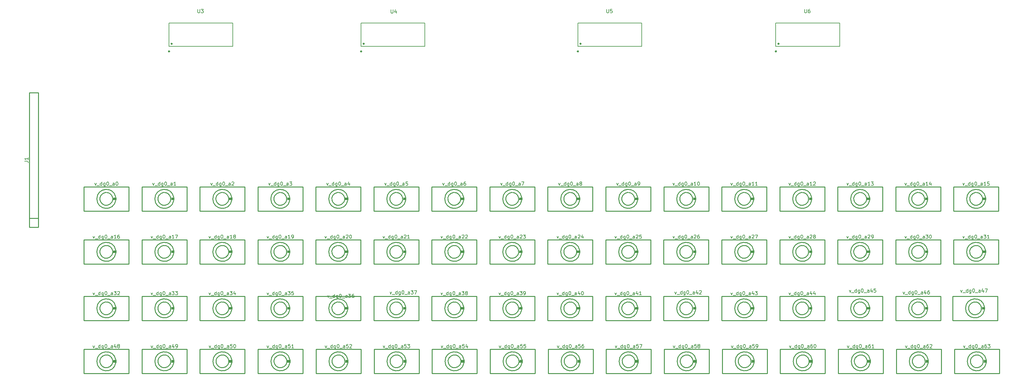
<source format=gbr>
%TF.GenerationSoftware,KiCad,Pcbnew,9.0.0*%
%TF.CreationDate,2025-03-18T21:00:28+01:00*%
%TF.ProjectId,to_ROMRAM_using_SWRegisters,746f5f52-4f4d-4524-914d-5f7573696e67,rev?*%
%TF.SameCoordinates,Original*%
%TF.FileFunction,Legend,Top*%
%TF.FilePolarity,Positive*%
%FSLAX46Y46*%
G04 Gerber Fmt 4.6, Leading zero omitted, Abs format (unit mm)*
G04 Created by KiCad (PCBNEW 9.0.0) date 2025-03-18 21:00:28*
%MOMM*%
%LPD*%
G01*
G04 APERTURE LIST*
%ADD10C,0.150000*%
%ADD11C,0.254000*%
%ADD12C,0.000000*%
%ADD13C,0.152500*%
%ADD14C,0.300000*%
G04 APERTURE END LIST*
D10*
X166611185Y-143032152D02*
X166849280Y-143698819D01*
X166849280Y-143698819D02*
X167087375Y-143032152D01*
X167230233Y-143794057D02*
X167992137Y-143794057D01*
X168658804Y-143698819D02*
X168658804Y-142698819D01*
X168658804Y-143651200D02*
X168563566Y-143698819D01*
X168563566Y-143698819D02*
X168373090Y-143698819D01*
X168373090Y-143698819D02*
X168277852Y-143651200D01*
X168277852Y-143651200D02*
X168230233Y-143603580D01*
X168230233Y-143603580D02*
X168182614Y-143508342D01*
X168182614Y-143508342D02*
X168182614Y-143222628D01*
X168182614Y-143222628D02*
X168230233Y-143127390D01*
X168230233Y-143127390D02*
X168277852Y-143079771D01*
X168277852Y-143079771D02*
X168373090Y-143032152D01*
X168373090Y-143032152D02*
X168563566Y-143032152D01*
X168563566Y-143032152D02*
X168658804Y-143079771D01*
X169563566Y-143032152D02*
X169563566Y-143841676D01*
X169563566Y-143841676D02*
X169515947Y-143936914D01*
X169515947Y-143936914D02*
X169468328Y-143984533D01*
X169468328Y-143984533D02*
X169373090Y-144032152D01*
X169373090Y-144032152D02*
X169230233Y-144032152D01*
X169230233Y-144032152D02*
X169134995Y-143984533D01*
X169563566Y-143651200D02*
X169468328Y-143698819D01*
X169468328Y-143698819D02*
X169277852Y-143698819D01*
X169277852Y-143698819D02*
X169182614Y-143651200D01*
X169182614Y-143651200D02*
X169134995Y-143603580D01*
X169134995Y-143603580D02*
X169087376Y-143508342D01*
X169087376Y-143508342D02*
X169087376Y-143222628D01*
X169087376Y-143222628D02*
X169134995Y-143127390D01*
X169134995Y-143127390D02*
X169182614Y-143079771D01*
X169182614Y-143079771D02*
X169277852Y-143032152D01*
X169277852Y-143032152D02*
X169468328Y-143032152D01*
X169468328Y-143032152D02*
X169563566Y-143079771D01*
X170230233Y-142698819D02*
X170325471Y-142698819D01*
X170325471Y-142698819D02*
X170420709Y-142746438D01*
X170420709Y-142746438D02*
X170468328Y-142794057D01*
X170468328Y-142794057D02*
X170515947Y-142889295D01*
X170515947Y-142889295D02*
X170563566Y-143079771D01*
X170563566Y-143079771D02*
X170563566Y-143317866D01*
X170563566Y-143317866D02*
X170515947Y-143508342D01*
X170515947Y-143508342D02*
X170468328Y-143603580D01*
X170468328Y-143603580D02*
X170420709Y-143651200D01*
X170420709Y-143651200D02*
X170325471Y-143698819D01*
X170325471Y-143698819D02*
X170230233Y-143698819D01*
X170230233Y-143698819D02*
X170134995Y-143651200D01*
X170134995Y-143651200D02*
X170087376Y-143603580D01*
X170087376Y-143603580D02*
X170039757Y-143508342D01*
X170039757Y-143508342D02*
X169992138Y-143317866D01*
X169992138Y-143317866D02*
X169992138Y-143079771D01*
X169992138Y-143079771D02*
X170039757Y-142889295D01*
X170039757Y-142889295D02*
X170087376Y-142794057D01*
X170087376Y-142794057D02*
X170134995Y-142746438D01*
X170134995Y-142746438D02*
X170230233Y-142698819D01*
X170754043Y-143794057D02*
X171515947Y-143794057D01*
X172182614Y-143698819D02*
X172182614Y-143175009D01*
X172182614Y-143175009D02*
X172134995Y-143079771D01*
X172134995Y-143079771D02*
X172039757Y-143032152D01*
X172039757Y-143032152D02*
X171849281Y-143032152D01*
X171849281Y-143032152D02*
X171754043Y-143079771D01*
X172182614Y-143651200D02*
X172087376Y-143698819D01*
X172087376Y-143698819D02*
X171849281Y-143698819D01*
X171849281Y-143698819D02*
X171754043Y-143651200D01*
X171754043Y-143651200D02*
X171706424Y-143555961D01*
X171706424Y-143555961D02*
X171706424Y-143460723D01*
X171706424Y-143460723D02*
X171754043Y-143365485D01*
X171754043Y-143365485D02*
X171849281Y-143317866D01*
X171849281Y-143317866D02*
X172087376Y-143317866D01*
X172087376Y-143317866D02*
X172182614Y-143270247D01*
X173087376Y-143032152D02*
X173087376Y-143698819D01*
X172849281Y-142651200D02*
X172611186Y-143365485D01*
X172611186Y-143365485D02*
X173230233Y-143365485D01*
X173801662Y-142698819D02*
X173896900Y-142698819D01*
X173896900Y-142698819D02*
X173992138Y-142746438D01*
X173992138Y-142746438D02*
X174039757Y-142794057D01*
X174039757Y-142794057D02*
X174087376Y-142889295D01*
X174087376Y-142889295D02*
X174134995Y-143079771D01*
X174134995Y-143079771D02*
X174134995Y-143317866D01*
X174134995Y-143317866D02*
X174087376Y-143508342D01*
X174087376Y-143508342D02*
X174039757Y-143603580D01*
X174039757Y-143603580D02*
X173992138Y-143651200D01*
X173992138Y-143651200D02*
X173896900Y-143698819D01*
X173896900Y-143698819D02*
X173801662Y-143698819D01*
X173801662Y-143698819D02*
X173706424Y-143651200D01*
X173706424Y-143651200D02*
X173658805Y-143603580D01*
X173658805Y-143603580D02*
X173611186Y-143508342D01*
X173611186Y-143508342D02*
X173563567Y-143317866D01*
X173563567Y-143317866D02*
X173563567Y-143079771D01*
X173563567Y-143079771D02*
X173611186Y-142889295D01*
X173611186Y-142889295D02*
X173658805Y-142794057D01*
X173658805Y-142794057D02*
X173706424Y-142746438D01*
X173706424Y-142746438D02*
X173801662Y-142698819D01*
X248546685Y-127032152D02*
X248784780Y-127698819D01*
X248784780Y-127698819D02*
X249022875Y-127032152D01*
X249165733Y-127794057D02*
X249927637Y-127794057D01*
X250594304Y-127698819D02*
X250594304Y-126698819D01*
X250594304Y-127651200D02*
X250499066Y-127698819D01*
X250499066Y-127698819D02*
X250308590Y-127698819D01*
X250308590Y-127698819D02*
X250213352Y-127651200D01*
X250213352Y-127651200D02*
X250165733Y-127603580D01*
X250165733Y-127603580D02*
X250118114Y-127508342D01*
X250118114Y-127508342D02*
X250118114Y-127222628D01*
X250118114Y-127222628D02*
X250165733Y-127127390D01*
X250165733Y-127127390D02*
X250213352Y-127079771D01*
X250213352Y-127079771D02*
X250308590Y-127032152D01*
X250308590Y-127032152D02*
X250499066Y-127032152D01*
X250499066Y-127032152D02*
X250594304Y-127079771D01*
X251499066Y-127032152D02*
X251499066Y-127841676D01*
X251499066Y-127841676D02*
X251451447Y-127936914D01*
X251451447Y-127936914D02*
X251403828Y-127984533D01*
X251403828Y-127984533D02*
X251308590Y-128032152D01*
X251308590Y-128032152D02*
X251165733Y-128032152D01*
X251165733Y-128032152D02*
X251070495Y-127984533D01*
X251499066Y-127651200D02*
X251403828Y-127698819D01*
X251403828Y-127698819D02*
X251213352Y-127698819D01*
X251213352Y-127698819D02*
X251118114Y-127651200D01*
X251118114Y-127651200D02*
X251070495Y-127603580D01*
X251070495Y-127603580D02*
X251022876Y-127508342D01*
X251022876Y-127508342D02*
X251022876Y-127222628D01*
X251022876Y-127222628D02*
X251070495Y-127127390D01*
X251070495Y-127127390D02*
X251118114Y-127079771D01*
X251118114Y-127079771D02*
X251213352Y-127032152D01*
X251213352Y-127032152D02*
X251403828Y-127032152D01*
X251403828Y-127032152D02*
X251499066Y-127079771D01*
X252165733Y-126698819D02*
X252260971Y-126698819D01*
X252260971Y-126698819D02*
X252356209Y-126746438D01*
X252356209Y-126746438D02*
X252403828Y-126794057D01*
X252403828Y-126794057D02*
X252451447Y-126889295D01*
X252451447Y-126889295D02*
X252499066Y-127079771D01*
X252499066Y-127079771D02*
X252499066Y-127317866D01*
X252499066Y-127317866D02*
X252451447Y-127508342D01*
X252451447Y-127508342D02*
X252403828Y-127603580D01*
X252403828Y-127603580D02*
X252356209Y-127651200D01*
X252356209Y-127651200D02*
X252260971Y-127698819D01*
X252260971Y-127698819D02*
X252165733Y-127698819D01*
X252165733Y-127698819D02*
X252070495Y-127651200D01*
X252070495Y-127651200D02*
X252022876Y-127603580D01*
X252022876Y-127603580D02*
X251975257Y-127508342D01*
X251975257Y-127508342D02*
X251927638Y-127317866D01*
X251927638Y-127317866D02*
X251927638Y-127079771D01*
X251927638Y-127079771D02*
X251975257Y-126889295D01*
X251975257Y-126889295D02*
X252022876Y-126794057D01*
X252022876Y-126794057D02*
X252070495Y-126746438D01*
X252070495Y-126746438D02*
X252165733Y-126698819D01*
X252689543Y-127794057D02*
X253451447Y-127794057D01*
X254118114Y-127698819D02*
X254118114Y-127175009D01*
X254118114Y-127175009D02*
X254070495Y-127079771D01*
X254070495Y-127079771D02*
X253975257Y-127032152D01*
X253975257Y-127032152D02*
X253784781Y-127032152D01*
X253784781Y-127032152D02*
X253689543Y-127079771D01*
X254118114Y-127651200D02*
X254022876Y-127698819D01*
X254022876Y-127698819D02*
X253784781Y-127698819D01*
X253784781Y-127698819D02*
X253689543Y-127651200D01*
X253689543Y-127651200D02*
X253641924Y-127555961D01*
X253641924Y-127555961D02*
X253641924Y-127460723D01*
X253641924Y-127460723D02*
X253689543Y-127365485D01*
X253689543Y-127365485D02*
X253784781Y-127317866D01*
X253784781Y-127317866D02*
X254022876Y-127317866D01*
X254022876Y-127317866D02*
X254118114Y-127270247D01*
X254546686Y-126794057D02*
X254594305Y-126746438D01*
X254594305Y-126746438D02*
X254689543Y-126698819D01*
X254689543Y-126698819D02*
X254927638Y-126698819D01*
X254927638Y-126698819D02*
X255022876Y-126746438D01*
X255022876Y-126746438D02*
X255070495Y-126794057D01*
X255070495Y-126794057D02*
X255118114Y-126889295D01*
X255118114Y-126889295D02*
X255118114Y-126984533D01*
X255118114Y-126984533D02*
X255070495Y-127127390D01*
X255070495Y-127127390D02*
X254499067Y-127698819D01*
X254499067Y-127698819D02*
X255118114Y-127698819D01*
X255594305Y-127698819D02*
X255784781Y-127698819D01*
X255784781Y-127698819D02*
X255880019Y-127651200D01*
X255880019Y-127651200D02*
X255927638Y-127603580D01*
X255927638Y-127603580D02*
X256022876Y-127460723D01*
X256022876Y-127460723D02*
X256070495Y-127270247D01*
X256070495Y-127270247D02*
X256070495Y-126889295D01*
X256070495Y-126889295D02*
X256022876Y-126794057D01*
X256022876Y-126794057D02*
X255975257Y-126746438D01*
X255975257Y-126746438D02*
X255880019Y-126698819D01*
X255880019Y-126698819D02*
X255689543Y-126698819D01*
X255689543Y-126698819D02*
X255594305Y-126746438D01*
X255594305Y-126746438D02*
X255546686Y-126794057D01*
X255546686Y-126794057D02*
X255499067Y-126889295D01*
X255499067Y-126889295D02*
X255499067Y-127127390D01*
X255499067Y-127127390D02*
X255546686Y-127222628D01*
X255546686Y-127222628D02*
X255594305Y-127270247D01*
X255594305Y-127270247D02*
X255689543Y-127317866D01*
X255689543Y-127317866D02*
X255880019Y-127317866D01*
X255880019Y-127317866D02*
X255975257Y-127270247D01*
X255975257Y-127270247D02*
X256022876Y-127222628D01*
X256022876Y-127222628D02*
X256070495Y-127127390D01*
X215777385Y-112032152D02*
X216015480Y-112698819D01*
X216015480Y-112698819D02*
X216253575Y-112032152D01*
X216396433Y-112794057D02*
X217158337Y-112794057D01*
X217825004Y-112698819D02*
X217825004Y-111698819D01*
X217825004Y-112651200D02*
X217729766Y-112698819D01*
X217729766Y-112698819D02*
X217539290Y-112698819D01*
X217539290Y-112698819D02*
X217444052Y-112651200D01*
X217444052Y-112651200D02*
X217396433Y-112603580D01*
X217396433Y-112603580D02*
X217348814Y-112508342D01*
X217348814Y-112508342D02*
X217348814Y-112222628D01*
X217348814Y-112222628D02*
X217396433Y-112127390D01*
X217396433Y-112127390D02*
X217444052Y-112079771D01*
X217444052Y-112079771D02*
X217539290Y-112032152D01*
X217539290Y-112032152D02*
X217729766Y-112032152D01*
X217729766Y-112032152D02*
X217825004Y-112079771D01*
X218729766Y-112032152D02*
X218729766Y-112841676D01*
X218729766Y-112841676D02*
X218682147Y-112936914D01*
X218682147Y-112936914D02*
X218634528Y-112984533D01*
X218634528Y-112984533D02*
X218539290Y-113032152D01*
X218539290Y-113032152D02*
X218396433Y-113032152D01*
X218396433Y-113032152D02*
X218301195Y-112984533D01*
X218729766Y-112651200D02*
X218634528Y-112698819D01*
X218634528Y-112698819D02*
X218444052Y-112698819D01*
X218444052Y-112698819D02*
X218348814Y-112651200D01*
X218348814Y-112651200D02*
X218301195Y-112603580D01*
X218301195Y-112603580D02*
X218253576Y-112508342D01*
X218253576Y-112508342D02*
X218253576Y-112222628D01*
X218253576Y-112222628D02*
X218301195Y-112127390D01*
X218301195Y-112127390D02*
X218348814Y-112079771D01*
X218348814Y-112079771D02*
X218444052Y-112032152D01*
X218444052Y-112032152D02*
X218634528Y-112032152D01*
X218634528Y-112032152D02*
X218729766Y-112079771D01*
X219396433Y-111698819D02*
X219491671Y-111698819D01*
X219491671Y-111698819D02*
X219586909Y-111746438D01*
X219586909Y-111746438D02*
X219634528Y-111794057D01*
X219634528Y-111794057D02*
X219682147Y-111889295D01*
X219682147Y-111889295D02*
X219729766Y-112079771D01*
X219729766Y-112079771D02*
X219729766Y-112317866D01*
X219729766Y-112317866D02*
X219682147Y-112508342D01*
X219682147Y-112508342D02*
X219634528Y-112603580D01*
X219634528Y-112603580D02*
X219586909Y-112651200D01*
X219586909Y-112651200D02*
X219491671Y-112698819D01*
X219491671Y-112698819D02*
X219396433Y-112698819D01*
X219396433Y-112698819D02*
X219301195Y-112651200D01*
X219301195Y-112651200D02*
X219253576Y-112603580D01*
X219253576Y-112603580D02*
X219205957Y-112508342D01*
X219205957Y-112508342D02*
X219158338Y-112317866D01*
X219158338Y-112317866D02*
X219158338Y-112079771D01*
X219158338Y-112079771D02*
X219205957Y-111889295D01*
X219205957Y-111889295D02*
X219253576Y-111794057D01*
X219253576Y-111794057D02*
X219301195Y-111746438D01*
X219301195Y-111746438D02*
X219396433Y-111698819D01*
X219920243Y-112794057D02*
X220682147Y-112794057D01*
X221348814Y-112698819D02*
X221348814Y-112175009D01*
X221348814Y-112175009D02*
X221301195Y-112079771D01*
X221301195Y-112079771D02*
X221205957Y-112032152D01*
X221205957Y-112032152D02*
X221015481Y-112032152D01*
X221015481Y-112032152D02*
X220920243Y-112079771D01*
X221348814Y-112651200D02*
X221253576Y-112698819D01*
X221253576Y-112698819D02*
X221015481Y-112698819D01*
X221015481Y-112698819D02*
X220920243Y-112651200D01*
X220920243Y-112651200D02*
X220872624Y-112555961D01*
X220872624Y-112555961D02*
X220872624Y-112460723D01*
X220872624Y-112460723D02*
X220920243Y-112365485D01*
X220920243Y-112365485D02*
X221015481Y-112317866D01*
X221015481Y-112317866D02*
X221253576Y-112317866D01*
X221253576Y-112317866D02*
X221348814Y-112270247D01*
X222348814Y-112698819D02*
X221777386Y-112698819D01*
X222063100Y-112698819D02*
X222063100Y-111698819D01*
X222063100Y-111698819D02*
X221967862Y-111841676D01*
X221967862Y-111841676D02*
X221872624Y-111936914D01*
X221872624Y-111936914D02*
X221777386Y-111984533D01*
X223301195Y-112698819D02*
X222729767Y-112698819D01*
X223015481Y-112698819D02*
X223015481Y-111698819D01*
X223015481Y-111698819D02*
X222920243Y-111841676D01*
X222920243Y-111841676D02*
X222825005Y-111936914D01*
X222825005Y-111936914D02*
X222729767Y-111984533D01*
X150703376Y-112032152D02*
X150941471Y-112698819D01*
X150941471Y-112698819D02*
X151179566Y-112032152D01*
X151322424Y-112794057D02*
X152084328Y-112794057D01*
X152750995Y-112698819D02*
X152750995Y-111698819D01*
X152750995Y-112651200D02*
X152655757Y-112698819D01*
X152655757Y-112698819D02*
X152465281Y-112698819D01*
X152465281Y-112698819D02*
X152370043Y-112651200D01*
X152370043Y-112651200D02*
X152322424Y-112603580D01*
X152322424Y-112603580D02*
X152274805Y-112508342D01*
X152274805Y-112508342D02*
X152274805Y-112222628D01*
X152274805Y-112222628D02*
X152322424Y-112127390D01*
X152322424Y-112127390D02*
X152370043Y-112079771D01*
X152370043Y-112079771D02*
X152465281Y-112032152D01*
X152465281Y-112032152D02*
X152655757Y-112032152D01*
X152655757Y-112032152D02*
X152750995Y-112079771D01*
X153655757Y-112032152D02*
X153655757Y-112841676D01*
X153655757Y-112841676D02*
X153608138Y-112936914D01*
X153608138Y-112936914D02*
X153560519Y-112984533D01*
X153560519Y-112984533D02*
X153465281Y-113032152D01*
X153465281Y-113032152D02*
X153322424Y-113032152D01*
X153322424Y-113032152D02*
X153227186Y-112984533D01*
X153655757Y-112651200D02*
X153560519Y-112698819D01*
X153560519Y-112698819D02*
X153370043Y-112698819D01*
X153370043Y-112698819D02*
X153274805Y-112651200D01*
X153274805Y-112651200D02*
X153227186Y-112603580D01*
X153227186Y-112603580D02*
X153179567Y-112508342D01*
X153179567Y-112508342D02*
X153179567Y-112222628D01*
X153179567Y-112222628D02*
X153227186Y-112127390D01*
X153227186Y-112127390D02*
X153274805Y-112079771D01*
X153274805Y-112079771D02*
X153370043Y-112032152D01*
X153370043Y-112032152D02*
X153560519Y-112032152D01*
X153560519Y-112032152D02*
X153655757Y-112079771D01*
X154322424Y-111698819D02*
X154417662Y-111698819D01*
X154417662Y-111698819D02*
X154512900Y-111746438D01*
X154512900Y-111746438D02*
X154560519Y-111794057D01*
X154560519Y-111794057D02*
X154608138Y-111889295D01*
X154608138Y-111889295D02*
X154655757Y-112079771D01*
X154655757Y-112079771D02*
X154655757Y-112317866D01*
X154655757Y-112317866D02*
X154608138Y-112508342D01*
X154608138Y-112508342D02*
X154560519Y-112603580D01*
X154560519Y-112603580D02*
X154512900Y-112651200D01*
X154512900Y-112651200D02*
X154417662Y-112698819D01*
X154417662Y-112698819D02*
X154322424Y-112698819D01*
X154322424Y-112698819D02*
X154227186Y-112651200D01*
X154227186Y-112651200D02*
X154179567Y-112603580D01*
X154179567Y-112603580D02*
X154131948Y-112508342D01*
X154131948Y-112508342D02*
X154084329Y-112317866D01*
X154084329Y-112317866D02*
X154084329Y-112079771D01*
X154084329Y-112079771D02*
X154131948Y-111889295D01*
X154131948Y-111889295D02*
X154179567Y-111794057D01*
X154179567Y-111794057D02*
X154227186Y-111746438D01*
X154227186Y-111746438D02*
X154322424Y-111698819D01*
X154846234Y-112794057D02*
X155608138Y-112794057D01*
X156274805Y-112698819D02*
X156274805Y-112175009D01*
X156274805Y-112175009D02*
X156227186Y-112079771D01*
X156227186Y-112079771D02*
X156131948Y-112032152D01*
X156131948Y-112032152D02*
X155941472Y-112032152D01*
X155941472Y-112032152D02*
X155846234Y-112079771D01*
X156274805Y-112651200D02*
X156179567Y-112698819D01*
X156179567Y-112698819D02*
X155941472Y-112698819D01*
X155941472Y-112698819D02*
X155846234Y-112651200D01*
X155846234Y-112651200D02*
X155798615Y-112555961D01*
X155798615Y-112555961D02*
X155798615Y-112460723D01*
X155798615Y-112460723D02*
X155846234Y-112365485D01*
X155846234Y-112365485D02*
X155941472Y-112317866D01*
X155941472Y-112317866D02*
X156179567Y-112317866D01*
X156179567Y-112317866D02*
X156274805Y-112270247D01*
X156655758Y-111698819D02*
X157322424Y-111698819D01*
X157322424Y-111698819D02*
X156893853Y-112698819D01*
X117449885Y-127032152D02*
X117687980Y-127698819D01*
X117687980Y-127698819D02*
X117926075Y-127032152D01*
X118068933Y-127794057D02*
X118830837Y-127794057D01*
X119497504Y-127698819D02*
X119497504Y-126698819D01*
X119497504Y-127651200D02*
X119402266Y-127698819D01*
X119402266Y-127698819D02*
X119211790Y-127698819D01*
X119211790Y-127698819D02*
X119116552Y-127651200D01*
X119116552Y-127651200D02*
X119068933Y-127603580D01*
X119068933Y-127603580D02*
X119021314Y-127508342D01*
X119021314Y-127508342D02*
X119021314Y-127222628D01*
X119021314Y-127222628D02*
X119068933Y-127127390D01*
X119068933Y-127127390D02*
X119116552Y-127079771D01*
X119116552Y-127079771D02*
X119211790Y-127032152D01*
X119211790Y-127032152D02*
X119402266Y-127032152D01*
X119402266Y-127032152D02*
X119497504Y-127079771D01*
X120402266Y-127032152D02*
X120402266Y-127841676D01*
X120402266Y-127841676D02*
X120354647Y-127936914D01*
X120354647Y-127936914D02*
X120307028Y-127984533D01*
X120307028Y-127984533D02*
X120211790Y-128032152D01*
X120211790Y-128032152D02*
X120068933Y-128032152D01*
X120068933Y-128032152D02*
X119973695Y-127984533D01*
X120402266Y-127651200D02*
X120307028Y-127698819D01*
X120307028Y-127698819D02*
X120116552Y-127698819D01*
X120116552Y-127698819D02*
X120021314Y-127651200D01*
X120021314Y-127651200D02*
X119973695Y-127603580D01*
X119973695Y-127603580D02*
X119926076Y-127508342D01*
X119926076Y-127508342D02*
X119926076Y-127222628D01*
X119926076Y-127222628D02*
X119973695Y-127127390D01*
X119973695Y-127127390D02*
X120021314Y-127079771D01*
X120021314Y-127079771D02*
X120116552Y-127032152D01*
X120116552Y-127032152D02*
X120307028Y-127032152D01*
X120307028Y-127032152D02*
X120402266Y-127079771D01*
X121068933Y-126698819D02*
X121164171Y-126698819D01*
X121164171Y-126698819D02*
X121259409Y-126746438D01*
X121259409Y-126746438D02*
X121307028Y-126794057D01*
X121307028Y-126794057D02*
X121354647Y-126889295D01*
X121354647Y-126889295D02*
X121402266Y-127079771D01*
X121402266Y-127079771D02*
X121402266Y-127317866D01*
X121402266Y-127317866D02*
X121354647Y-127508342D01*
X121354647Y-127508342D02*
X121307028Y-127603580D01*
X121307028Y-127603580D02*
X121259409Y-127651200D01*
X121259409Y-127651200D02*
X121164171Y-127698819D01*
X121164171Y-127698819D02*
X121068933Y-127698819D01*
X121068933Y-127698819D02*
X120973695Y-127651200D01*
X120973695Y-127651200D02*
X120926076Y-127603580D01*
X120926076Y-127603580D02*
X120878457Y-127508342D01*
X120878457Y-127508342D02*
X120830838Y-127317866D01*
X120830838Y-127317866D02*
X120830838Y-127079771D01*
X120830838Y-127079771D02*
X120878457Y-126889295D01*
X120878457Y-126889295D02*
X120926076Y-126794057D01*
X120926076Y-126794057D02*
X120973695Y-126746438D01*
X120973695Y-126746438D02*
X121068933Y-126698819D01*
X121592743Y-127794057D02*
X122354647Y-127794057D01*
X123021314Y-127698819D02*
X123021314Y-127175009D01*
X123021314Y-127175009D02*
X122973695Y-127079771D01*
X122973695Y-127079771D02*
X122878457Y-127032152D01*
X122878457Y-127032152D02*
X122687981Y-127032152D01*
X122687981Y-127032152D02*
X122592743Y-127079771D01*
X123021314Y-127651200D02*
X122926076Y-127698819D01*
X122926076Y-127698819D02*
X122687981Y-127698819D01*
X122687981Y-127698819D02*
X122592743Y-127651200D01*
X122592743Y-127651200D02*
X122545124Y-127555961D01*
X122545124Y-127555961D02*
X122545124Y-127460723D01*
X122545124Y-127460723D02*
X122592743Y-127365485D01*
X122592743Y-127365485D02*
X122687981Y-127317866D01*
X122687981Y-127317866D02*
X122926076Y-127317866D01*
X122926076Y-127317866D02*
X123021314Y-127270247D01*
X123449886Y-126794057D02*
X123497505Y-126746438D01*
X123497505Y-126746438D02*
X123592743Y-126698819D01*
X123592743Y-126698819D02*
X123830838Y-126698819D01*
X123830838Y-126698819D02*
X123926076Y-126746438D01*
X123926076Y-126746438D02*
X123973695Y-126794057D01*
X123973695Y-126794057D02*
X124021314Y-126889295D01*
X124021314Y-126889295D02*
X124021314Y-126984533D01*
X124021314Y-126984533D02*
X123973695Y-127127390D01*
X123973695Y-127127390D02*
X123402267Y-127698819D01*
X123402267Y-127698819D02*
X124021314Y-127698819D01*
X124973695Y-127698819D02*
X124402267Y-127698819D01*
X124687981Y-127698819D02*
X124687981Y-126698819D01*
X124687981Y-126698819D02*
X124592743Y-126841676D01*
X124592743Y-126841676D02*
X124497505Y-126936914D01*
X124497505Y-126936914D02*
X124402267Y-126984533D01*
X167090876Y-112032152D02*
X167328971Y-112698819D01*
X167328971Y-112698819D02*
X167567066Y-112032152D01*
X167709924Y-112794057D02*
X168471828Y-112794057D01*
X169138495Y-112698819D02*
X169138495Y-111698819D01*
X169138495Y-112651200D02*
X169043257Y-112698819D01*
X169043257Y-112698819D02*
X168852781Y-112698819D01*
X168852781Y-112698819D02*
X168757543Y-112651200D01*
X168757543Y-112651200D02*
X168709924Y-112603580D01*
X168709924Y-112603580D02*
X168662305Y-112508342D01*
X168662305Y-112508342D02*
X168662305Y-112222628D01*
X168662305Y-112222628D02*
X168709924Y-112127390D01*
X168709924Y-112127390D02*
X168757543Y-112079771D01*
X168757543Y-112079771D02*
X168852781Y-112032152D01*
X168852781Y-112032152D02*
X169043257Y-112032152D01*
X169043257Y-112032152D02*
X169138495Y-112079771D01*
X170043257Y-112032152D02*
X170043257Y-112841676D01*
X170043257Y-112841676D02*
X169995638Y-112936914D01*
X169995638Y-112936914D02*
X169948019Y-112984533D01*
X169948019Y-112984533D02*
X169852781Y-113032152D01*
X169852781Y-113032152D02*
X169709924Y-113032152D01*
X169709924Y-113032152D02*
X169614686Y-112984533D01*
X170043257Y-112651200D02*
X169948019Y-112698819D01*
X169948019Y-112698819D02*
X169757543Y-112698819D01*
X169757543Y-112698819D02*
X169662305Y-112651200D01*
X169662305Y-112651200D02*
X169614686Y-112603580D01*
X169614686Y-112603580D02*
X169567067Y-112508342D01*
X169567067Y-112508342D02*
X169567067Y-112222628D01*
X169567067Y-112222628D02*
X169614686Y-112127390D01*
X169614686Y-112127390D02*
X169662305Y-112079771D01*
X169662305Y-112079771D02*
X169757543Y-112032152D01*
X169757543Y-112032152D02*
X169948019Y-112032152D01*
X169948019Y-112032152D02*
X170043257Y-112079771D01*
X170709924Y-111698819D02*
X170805162Y-111698819D01*
X170805162Y-111698819D02*
X170900400Y-111746438D01*
X170900400Y-111746438D02*
X170948019Y-111794057D01*
X170948019Y-111794057D02*
X170995638Y-111889295D01*
X170995638Y-111889295D02*
X171043257Y-112079771D01*
X171043257Y-112079771D02*
X171043257Y-112317866D01*
X171043257Y-112317866D02*
X170995638Y-112508342D01*
X170995638Y-112508342D02*
X170948019Y-112603580D01*
X170948019Y-112603580D02*
X170900400Y-112651200D01*
X170900400Y-112651200D02*
X170805162Y-112698819D01*
X170805162Y-112698819D02*
X170709924Y-112698819D01*
X170709924Y-112698819D02*
X170614686Y-112651200D01*
X170614686Y-112651200D02*
X170567067Y-112603580D01*
X170567067Y-112603580D02*
X170519448Y-112508342D01*
X170519448Y-112508342D02*
X170471829Y-112317866D01*
X170471829Y-112317866D02*
X170471829Y-112079771D01*
X170471829Y-112079771D02*
X170519448Y-111889295D01*
X170519448Y-111889295D02*
X170567067Y-111794057D01*
X170567067Y-111794057D02*
X170614686Y-111746438D01*
X170614686Y-111746438D02*
X170709924Y-111698819D01*
X171233734Y-112794057D02*
X171995638Y-112794057D01*
X172662305Y-112698819D02*
X172662305Y-112175009D01*
X172662305Y-112175009D02*
X172614686Y-112079771D01*
X172614686Y-112079771D02*
X172519448Y-112032152D01*
X172519448Y-112032152D02*
X172328972Y-112032152D01*
X172328972Y-112032152D02*
X172233734Y-112079771D01*
X172662305Y-112651200D02*
X172567067Y-112698819D01*
X172567067Y-112698819D02*
X172328972Y-112698819D01*
X172328972Y-112698819D02*
X172233734Y-112651200D01*
X172233734Y-112651200D02*
X172186115Y-112555961D01*
X172186115Y-112555961D02*
X172186115Y-112460723D01*
X172186115Y-112460723D02*
X172233734Y-112365485D01*
X172233734Y-112365485D02*
X172328972Y-112317866D01*
X172328972Y-112317866D02*
X172567067Y-112317866D01*
X172567067Y-112317866D02*
X172662305Y-112270247D01*
X173281353Y-112127390D02*
X173186115Y-112079771D01*
X173186115Y-112079771D02*
X173138496Y-112032152D01*
X173138496Y-112032152D02*
X173090877Y-111936914D01*
X173090877Y-111936914D02*
X173090877Y-111889295D01*
X173090877Y-111889295D02*
X173138496Y-111794057D01*
X173138496Y-111794057D02*
X173186115Y-111746438D01*
X173186115Y-111746438D02*
X173281353Y-111698819D01*
X173281353Y-111698819D02*
X173471829Y-111698819D01*
X173471829Y-111698819D02*
X173567067Y-111746438D01*
X173567067Y-111746438D02*
X173614686Y-111794057D01*
X173614686Y-111794057D02*
X173662305Y-111889295D01*
X173662305Y-111889295D02*
X173662305Y-111936914D01*
X173662305Y-111936914D02*
X173614686Y-112032152D01*
X173614686Y-112032152D02*
X173567067Y-112079771D01*
X173567067Y-112079771D02*
X173471829Y-112127390D01*
X173471829Y-112127390D02*
X173281353Y-112127390D01*
X173281353Y-112127390D02*
X173186115Y-112175009D01*
X173186115Y-112175009D02*
X173138496Y-112222628D01*
X173138496Y-112222628D02*
X173090877Y-112317866D01*
X173090877Y-112317866D02*
X173090877Y-112508342D01*
X173090877Y-112508342D02*
X173138496Y-112603580D01*
X173138496Y-112603580D02*
X173186115Y-112651200D01*
X173186115Y-112651200D02*
X173281353Y-112698819D01*
X173281353Y-112698819D02*
X173471829Y-112698819D01*
X173471829Y-112698819D02*
X173567067Y-112651200D01*
X173567067Y-112651200D02*
X173614686Y-112603580D01*
X173614686Y-112603580D02*
X173662305Y-112508342D01*
X173662305Y-112508342D02*
X173662305Y-112317866D01*
X173662305Y-112317866D02*
X173614686Y-112222628D01*
X173614686Y-112222628D02*
X173567067Y-112175009D01*
X173567067Y-112175009D02*
X173471829Y-112127390D01*
X199389885Y-112032152D02*
X199627980Y-112698819D01*
X199627980Y-112698819D02*
X199866075Y-112032152D01*
X200008933Y-112794057D02*
X200770837Y-112794057D01*
X201437504Y-112698819D02*
X201437504Y-111698819D01*
X201437504Y-112651200D02*
X201342266Y-112698819D01*
X201342266Y-112698819D02*
X201151790Y-112698819D01*
X201151790Y-112698819D02*
X201056552Y-112651200D01*
X201056552Y-112651200D02*
X201008933Y-112603580D01*
X201008933Y-112603580D02*
X200961314Y-112508342D01*
X200961314Y-112508342D02*
X200961314Y-112222628D01*
X200961314Y-112222628D02*
X201008933Y-112127390D01*
X201008933Y-112127390D02*
X201056552Y-112079771D01*
X201056552Y-112079771D02*
X201151790Y-112032152D01*
X201151790Y-112032152D02*
X201342266Y-112032152D01*
X201342266Y-112032152D02*
X201437504Y-112079771D01*
X202342266Y-112032152D02*
X202342266Y-112841676D01*
X202342266Y-112841676D02*
X202294647Y-112936914D01*
X202294647Y-112936914D02*
X202247028Y-112984533D01*
X202247028Y-112984533D02*
X202151790Y-113032152D01*
X202151790Y-113032152D02*
X202008933Y-113032152D01*
X202008933Y-113032152D02*
X201913695Y-112984533D01*
X202342266Y-112651200D02*
X202247028Y-112698819D01*
X202247028Y-112698819D02*
X202056552Y-112698819D01*
X202056552Y-112698819D02*
X201961314Y-112651200D01*
X201961314Y-112651200D02*
X201913695Y-112603580D01*
X201913695Y-112603580D02*
X201866076Y-112508342D01*
X201866076Y-112508342D02*
X201866076Y-112222628D01*
X201866076Y-112222628D02*
X201913695Y-112127390D01*
X201913695Y-112127390D02*
X201961314Y-112079771D01*
X201961314Y-112079771D02*
X202056552Y-112032152D01*
X202056552Y-112032152D02*
X202247028Y-112032152D01*
X202247028Y-112032152D02*
X202342266Y-112079771D01*
X203008933Y-111698819D02*
X203104171Y-111698819D01*
X203104171Y-111698819D02*
X203199409Y-111746438D01*
X203199409Y-111746438D02*
X203247028Y-111794057D01*
X203247028Y-111794057D02*
X203294647Y-111889295D01*
X203294647Y-111889295D02*
X203342266Y-112079771D01*
X203342266Y-112079771D02*
X203342266Y-112317866D01*
X203342266Y-112317866D02*
X203294647Y-112508342D01*
X203294647Y-112508342D02*
X203247028Y-112603580D01*
X203247028Y-112603580D02*
X203199409Y-112651200D01*
X203199409Y-112651200D02*
X203104171Y-112698819D01*
X203104171Y-112698819D02*
X203008933Y-112698819D01*
X203008933Y-112698819D02*
X202913695Y-112651200D01*
X202913695Y-112651200D02*
X202866076Y-112603580D01*
X202866076Y-112603580D02*
X202818457Y-112508342D01*
X202818457Y-112508342D02*
X202770838Y-112317866D01*
X202770838Y-112317866D02*
X202770838Y-112079771D01*
X202770838Y-112079771D02*
X202818457Y-111889295D01*
X202818457Y-111889295D02*
X202866076Y-111794057D01*
X202866076Y-111794057D02*
X202913695Y-111746438D01*
X202913695Y-111746438D02*
X203008933Y-111698819D01*
X203532743Y-112794057D02*
X204294647Y-112794057D01*
X204961314Y-112698819D02*
X204961314Y-112175009D01*
X204961314Y-112175009D02*
X204913695Y-112079771D01*
X204913695Y-112079771D02*
X204818457Y-112032152D01*
X204818457Y-112032152D02*
X204627981Y-112032152D01*
X204627981Y-112032152D02*
X204532743Y-112079771D01*
X204961314Y-112651200D02*
X204866076Y-112698819D01*
X204866076Y-112698819D02*
X204627981Y-112698819D01*
X204627981Y-112698819D02*
X204532743Y-112651200D01*
X204532743Y-112651200D02*
X204485124Y-112555961D01*
X204485124Y-112555961D02*
X204485124Y-112460723D01*
X204485124Y-112460723D02*
X204532743Y-112365485D01*
X204532743Y-112365485D02*
X204627981Y-112317866D01*
X204627981Y-112317866D02*
X204866076Y-112317866D01*
X204866076Y-112317866D02*
X204961314Y-112270247D01*
X205961314Y-112698819D02*
X205389886Y-112698819D01*
X205675600Y-112698819D02*
X205675600Y-111698819D01*
X205675600Y-111698819D02*
X205580362Y-111841676D01*
X205580362Y-111841676D02*
X205485124Y-111936914D01*
X205485124Y-111936914D02*
X205389886Y-111984533D01*
X206580362Y-111698819D02*
X206675600Y-111698819D01*
X206675600Y-111698819D02*
X206770838Y-111746438D01*
X206770838Y-111746438D02*
X206818457Y-111794057D01*
X206818457Y-111794057D02*
X206866076Y-111889295D01*
X206866076Y-111889295D02*
X206913695Y-112079771D01*
X206913695Y-112079771D02*
X206913695Y-112317866D01*
X206913695Y-112317866D02*
X206866076Y-112508342D01*
X206866076Y-112508342D02*
X206818457Y-112603580D01*
X206818457Y-112603580D02*
X206770838Y-112651200D01*
X206770838Y-112651200D02*
X206675600Y-112698819D01*
X206675600Y-112698819D02*
X206580362Y-112698819D01*
X206580362Y-112698819D02*
X206485124Y-112651200D01*
X206485124Y-112651200D02*
X206437505Y-112603580D01*
X206437505Y-112603580D02*
X206389886Y-112508342D01*
X206389886Y-112508342D02*
X206342267Y-112317866D01*
X206342267Y-112317866D02*
X206342267Y-112079771D01*
X206342267Y-112079771D02*
X206389886Y-111889295D01*
X206389886Y-111889295D02*
X206437505Y-111794057D01*
X206437505Y-111794057D02*
X206485124Y-111746438D01*
X206485124Y-111746438D02*
X206580362Y-111698819D01*
X35514285Y-158032152D02*
X35752380Y-158698819D01*
X35752380Y-158698819D02*
X35990475Y-158032152D01*
X36133333Y-158794057D02*
X36895237Y-158794057D01*
X37561904Y-158698819D02*
X37561904Y-157698819D01*
X37561904Y-158651200D02*
X37466666Y-158698819D01*
X37466666Y-158698819D02*
X37276190Y-158698819D01*
X37276190Y-158698819D02*
X37180952Y-158651200D01*
X37180952Y-158651200D02*
X37133333Y-158603580D01*
X37133333Y-158603580D02*
X37085714Y-158508342D01*
X37085714Y-158508342D02*
X37085714Y-158222628D01*
X37085714Y-158222628D02*
X37133333Y-158127390D01*
X37133333Y-158127390D02*
X37180952Y-158079771D01*
X37180952Y-158079771D02*
X37276190Y-158032152D01*
X37276190Y-158032152D02*
X37466666Y-158032152D01*
X37466666Y-158032152D02*
X37561904Y-158079771D01*
X38466666Y-158032152D02*
X38466666Y-158841676D01*
X38466666Y-158841676D02*
X38419047Y-158936914D01*
X38419047Y-158936914D02*
X38371428Y-158984533D01*
X38371428Y-158984533D02*
X38276190Y-159032152D01*
X38276190Y-159032152D02*
X38133333Y-159032152D01*
X38133333Y-159032152D02*
X38038095Y-158984533D01*
X38466666Y-158651200D02*
X38371428Y-158698819D01*
X38371428Y-158698819D02*
X38180952Y-158698819D01*
X38180952Y-158698819D02*
X38085714Y-158651200D01*
X38085714Y-158651200D02*
X38038095Y-158603580D01*
X38038095Y-158603580D02*
X37990476Y-158508342D01*
X37990476Y-158508342D02*
X37990476Y-158222628D01*
X37990476Y-158222628D02*
X38038095Y-158127390D01*
X38038095Y-158127390D02*
X38085714Y-158079771D01*
X38085714Y-158079771D02*
X38180952Y-158032152D01*
X38180952Y-158032152D02*
X38371428Y-158032152D01*
X38371428Y-158032152D02*
X38466666Y-158079771D01*
X39133333Y-157698819D02*
X39228571Y-157698819D01*
X39228571Y-157698819D02*
X39323809Y-157746438D01*
X39323809Y-157746438D02*
X39371428Y-157794057D01*
X39371428Y-157794057D02*
X39419047Y-157889295D01*
X39419047Y-157889295D02*
X39466666Y-158079771D01*
X39466666Y-158079771D02*
X39466666Y-158317866D01*
X39466666Y-158317866D02*
X39419047Y-158508342D01*
X39419047Y-158508342D02*
X39371428Y-158603580D01*
X39371428Y-158603580D02*
X39323809Y-158651200D01*
X39323809Y-158651200D02*
X39228571Y-158698819D01*
X39228571Y-158698819D02*
X39133333Y-158698819D01*
X39133333Y-158698819D02*
X39038095Y-158651200D01*
X39038095Y-158651200D02*
X38990476Y-158603580D01*
X38990476Y-158603580D02*
X38942857Y-158508342D01*
X38942857Y-158508342D02*
X38895238Y-158317866D01*
X38895238Y-158317866D02*
X38895238Y-158079771D01*
X38895238Y-158079771D02*
X38942857Y-157889295D01*
X38942857Y-157889295D02*
X38990476Y-157794057D01*
X38990476Y-157794057D02*
X39038095Y-157746438D01*
X39038095Y-157746438D02*
X39133333Y-157698819D01*
X39657143Y-158794057D02*
X40419047Y-158794057D01*
X41085714Y-158698819D02*
X41085714Y-158175009D01*
X41085714Y-158175009D02*
X41038095Y-158079771D01*
X41038095Y-158079771D02*
X40942857Y-158032152D01*
X40942857Y-158032152D02*
X40752381Y-158032152D01*
X40752381Y-158032152D02*
X40657143Y-158079771D01*
X41085714Y-158651200D02*
X40990476Y-158698819D01*
X40990476Y-158698819D02*
X40752381Y-158698819D01*
X40752381Y-158698819D02*
X40657143Y-158651200D01*
X40657143Y-158651200D02*
X40609524Y-158555961D01*
X40609524Y-158555961D02*
X40609524Y-158460723D01*
X40609524Y-158460723D02*
X40657143Y-158365485D01*
X40657143Y-158365485D02*
X40752381Y-158317866D01*
X40752381Y-158317866D02*
X40990476Y-158317866D01*
X40990476Y-158317866D02*
X41085714Y-158270247D01*
X41990476Y-158032152D02*
X41990476Y-158698819D01*
X41752381Y-157651200D02*
X41514286Y-158365485D01*
X41514286Y-158365485D02*
X42133333Y-158365485D01*
X42657143Y-158127390D02*
X42561905Y-158079771D01*
X42561905Y-158079771D02*
X42514286Y-158032152D01*
X42514286Y-158032152D02*
X42466667Y-157936914D01*
X42466667Y-157936914D02*
X42466667Y-157889295D01*
X42466667Y-157889295D02*
X42514286Y-157794057D01*
X42514286Y-157794057D02*
X42561905Y-157746438D01*
X42561905Y-157746438D02*
X42657143Y-157698819D01*
X42657143Y-157698819D02*
X42847619Y-157698819D01*
X42847619Y-157698819D02*
X42942857Y-157746438D01*
X42942857Y-157746438D02*
X42990476Y-157794057D01*
X42990476Y-157794057D02*
X43038095Y-157889295D01*
X43038095Y-157889295D02*
X43038095Y-157936914D01*
X43038095Y-157936914D02*
X42990476Y-158032152D01*
X42990476Y-158032152D02*
X42942857Y-158079771D01*
X42942857Y-158079771D02*
X42847619Y-158127390D01*
X42847619Y-158127390D02*
X42657143Y-158127390D01*
X42657143Y-158127390D02*
X42561905Y-158175009D01*
X42561905Y-158175009D02*
X42514286Y-158222628D01*
X42514286Y-158222628D02*
X42466667Y-158317866D01*
X42466667Y-158317866D02*
X42466667Y-158508342D01*
X42466667Y-158508342D02*
X42514286Y-158603580D01*
X42514286Y-158603580D02*
X42561905Y-158651200D01*
X42561905Y-158651200D02*
X42657143Y-158698819D01*
X42657143Y-158698819D02*
X42847619Y-158698819D01*
X42847619Y-158698819D02*
X42942857Y-158651200D01*
X42942857Y-158651200D02*
X42990476Y-158603580D01*
X42990476Y-158603580D02*
X43038095Y-158508342D01*
X43038095Y-158508342D02*
X43038095Y-158317866D01*
X43038095Y-158317866D02*
X42990476Y-158222628D01*
X42990476Y-158222628D02*
X42942857Y-158175009D01*
X42942857Y-158175009D02*
X42847619Y-158127390D01*
X248714285Y-158032152D02*
X248952380Y-158698819D01*
X248952380Y-158698819D02*
X249190475Y-158032152D01*
X249333333Y-158794057D02*
X250095237Y-158794057D01*
X250761904Y-158698819D02*
X250761904Y-157698819D01*
X250761904Y-158651200D02*
X250666666Y-158698819D01*
X250666666Y-158698819D02*
X250476190Y-158698819D01*
X250476190Y-158698819D02*
X250380952Y-158651200D01*
X250380952Y-158651200D02*
X250333333Y-158603580D01*
X250333333Y-158603580D02*
X250285714Y-158508342D01*
X250285714Y-158508342D02*
X250285714Y-158222628D01*
X250285714Y-158222628D02*
X250333333Y-158127390D01*
X250333333Y-158127390D02*
X250380952Y-158079771D01*
X250380952Y-158079771D02*
X250476190Y-158032152D01*
X250476190Y-158032152D02*
X250666666Y-158032152D01*
X250666666Y-158032152D02*
X250761904Y-158079771D01*
X251666666Y-158032152D02*
X251666666Y-158841676D01*
X251666666Y-158841676D02*
X251619047Y-158936914D01*
X251619047Y-158936914D02*
X251571428Y-158984533D01*
X251571428Y-158984533D02*
X251476190Y-159032152D01*
X251476190Y-159032152D02*
X251333333Y-159032152D01*
X251333333Y-159032152D02*
X251238095Y-158984533D01*
X251666666Y-158651200D02*
X251571428Y-158698819D01*
X251571428Y-158698819D02*
X251380952Y-158698819D01*
X251380952Y-158698819D02*
X251285714Y-158651200D01*
X251285714Y-158651200D02*
X251238095Y-158603580D01*
X251238095Y-158603580D02*
X251190476Y-158508342D01*
X251190476Y-158508342D02*
X251190476Y-158222628D01*
X251190476Y-158222628D02*
X251238095Y-158127390D01*
X251238095Y-158127390D02*
X251285714Y-158079771D01*
X251285714Y-158079771D02*
X251380952Y-158032152D01*
X251380952Y-158032152D02*
X251571428Y-158032152D01*
X251571428Y-158032152D02*
X251666666Y-158079771D01*
X252333333Y-157698819D02*
X252428571Y-157698819D01*
X252428571Y-157698819D02*
X252523809Y-157746438D01*
X252523809Y-157746438D02*
X252571428Y-157794057D01*
X252571428Y-157794057D02*
X252619047Y-157889295D01*
X252619047Y-157889295D02*
X252666666Y-158079771D01*
X252666666Y-158079771D02*
X252666666Y-158317866D01*
X252666666Y-158317866D02*
X252619047Y-158508342D01*
X252619047Y-158508342D02*
X252571428Y-158603580D01*
X252571428Y-158603580D02*
X252523809Y-158651200D01*
X252523809Y-158651200D02*
X252428571Y-158698819D01*
X252428571Y-158698819D02*
X252333333Y-158698819D01*
X252333333Y-158698819D02*
X252238095Y-158651200D01*
X252238095Y-158651200D02*
X252190476Y-158603580D01*
X252190476Y-158603580D02*
X252142857Y-158508342D01*
X252142857Y-158508342D02*
X252095238Y-158317866D01*
X252095238Y-158317866D02*
X252095238Y-158079771D01*
X252095238Y-158079771D02*
X252142857Y-157889295D01*
X252142857Y-157889295D02*
X252190476Y-157794057D01*
X252190476Y-157794057D02*
X252238095Y-157746438D01*
X252238095Y-157746438D02*
X252333333Y-157698819D01*
X252857143Y-158794057D02*
X253619047Y-158794057D01*
X254285714Y-158698819D02*
X254285714Y-158175009D01*
X254285714Y-158175009D02*
X254238095Y-158079771D01*
X254238095Y-158079771D02*
X254142857Y-158032152D01*
X254142857Y-158032152D02*
X253952381Y-158032152D01*
X253952381Y-158032152D02*
X253857143Y-158079771D01*
X254285714Y-158651200D02*
X254190476Y-158698819D01*
X254190476Y-158698819D02*
X253952381Y-158698819D01*
X253952381Y-158698819D02*
X253857143Y-158651200D01*
X253857143Y-158651200D02*
X253809524Y-158555961D01*
X253809524Y-158555961D02*
X253809524Y-158460723D01*
X253809524Y-158460723D02*
X253857143Y-158365485D01*
X253857143Y-158365485D02*
X253952381Y-158317866D01*
X253952381Y-158317866D02*
X254190476Y-158317866D01*
X254190476Y-158317866D02*
X254285714Y-158270247D01*
X255190476Y-157698819D02*
X255000000Y-157698819D01*
X255000000Y-157698819D02*
X254904762Y-157746438D01*
X254904762Y-157746438D02*
X254857143Y-157794057D01*
X254857143Y-157794057D02*
X254761905Y-157936914D01*
X254761905Y-157936914D02*
X254714286Y-158127390D01*
X254714286Y-158127390D02*
X254714286Y-158508342D01*
X254714286Y-158508342D02*
X254761905Y-158603580D01*
X254761905Y-158603580D02*
X254809524Y-158651200D01*
X254809524Y-158651200D02*
X254904762Y-158698819D01*
X254904762Y-158698819D02*
X255095238Y-158698819D01*
X255095238Y-158698819D02*
X255190476Y-158651200D01*
X255190476Y-158651200D02*
X255238095Y-158603580D01*
X255238095Y-158603580D02*
X255285714Y-158508342D01*
X255285714Y-158508342D02*
X255285714Y-158270247D01*
X255285714Y-158270247D02*
X255238095Y-158175009D01*
X255238095Y-158175009D02*
X255190476Y-158127390D01*
X255190476Y-158127390D02*
X255095238Y-158079771D01*
X255095238Y-158079771D02*
X254904762Y-158079771D01*
X254904762Y-158079771D02*
X254809524Y-158127390D01*
X254809524Y-158127390D02*
X254761905Y-158175009D01*
X254761905Y-158175009D02*
X254714286Y-158270247D01*
X256238095Y-158698819D02*
X255666667Y-158698819D01*
X255952381Y-158698819D02*
X255952381Y-157698819D01*
X255952381Y-157698819D02*
X255857143Y-157841676D01*
X255857143Y-157841676D02*
X255761905Y-157936914D01*
X255761905Y-157936914D02*
X255666667Y-157984533D01*
X150224085Y-143032152D02*
X150462180Y-143698819D01*
X150462180Y-143698819D02*
X150700275Y-143032152D01*
X150843133Y-143794057D02*
X151605037Y-143794057D01*
X152271704Y-143698819D02*
X152271704Y-142698819D01*
X152271704Y-143651200D02*
X152176466Y-143698819D01*
X152176466Y-143698819D02*
X151985990Y-143698819D01*
X151985990Y-143698819D02*
X151890752Y-143651200D01*
X151890752Y-143651200D02*
X151843133Y-143603580D01*
X151843133Y-143603580D02*
X151795514Y-143508342D01*
X151795514Y-143508342D02*
X151795514Y-143222628D01*
X151795514Y-143222628D02*
X151843133Y-143127390D01*
X151843133Y-143127390D02*
X151890752Y-143079771D01*
X151890752Y-143079771D02*
X151985990Y-143032152D01*
X151985990Y-143032152D02*
X152176466Y-143032152D01*
X152176466Y-143032152D02*
X152271704Y-143079771D01*
X153176466Y-143032152D02*
X153176466Y-143841676D01*
X153176466Y-143841676D02*
X153128847Y-143936914D01*
X153128847Y-143936914D02*
X153081228Y-143984533D01*
X153081228Y-143984533D02*
X152985990Y-144032152D01*
X152985990Y-144032152D02*
X152843133Y-144032152D01*
X152843133Y-144032152D02*
X152747895Y-143984533D01*
X153176466Y-143651200D02*
X153081228Y-143698819D01*
X153081228Y-143698819D02*
X152890752Y-143698819D01*
X152890752Y-143698819D02*
X152795514Y-143651200D01*
X152795514Y-143651200D02*
X152747895Y-143603580D01*
X152747895Y-143603580D02*
X152700276Y-143508342D01*
X152700276Y-143508342D02*
X152700276Y-143222628D01*
X152700276Y-143222628D02*
X152747895Y-143127390D01*
X152747895Y-143127390D02*
X152795514Y-143079771D01*
X152795514Y-143079771D02*
X152890752Y-143032152D01*
X152890752Y-143032152D02*
X153081228Y-143032152D01*
X153081228Y-143032152D02*
X153176466Y-143079771D01*
X153843133Y-142698819D02*
X153938371Y-142698819D01*
X153938371Y-142698819D02*
X154033609Y-142746438D01*
X154033609Y-142746438D02*
X154081228Y-142794057D01*
X154081228Y-142794057D02*
X154128847Y-142889295D01*
X154128847Y-142889295D02*
X154176466Y-143079771D01*
X154176466Y-143079771D02*
X154176466Y-143317866D01*
X154176466Y-143317866D02*
X154128847Y-143508342D01*
X154128847Y-143508342D02*
X154081228Y-143603580D01*
X154081228Y-143603580D02*
X154033609Y-143651200D01*
X154033609Y-143651200D02*
X153938371Y-143698819D01*
X153938371Y-143698819D02*
X153843133Y-143698819D01*
X153843133Y-143698819D02*
X153747895Y-143651200D01*
X153747895Y-143651200D02*
X153700276Y-143603580D01*
X153700276Y-143603580D02*
X153652657Y-143508342D01*
X153652657Y-143508342D02*
X153605038Y-143317866D01*
X153605038Y-143317866D02*
X153605038Y-143079771D01*
X153605038Y-143079771D02*
X153652657Y-142889295D01*
X153652657Y-142889295D02*
X153700276Y-142794057D01*
X153700276Y-142794057D02*
X153747895Y-142746438D01*
X153747895Y-142746438D02*
X153843133Y-142698819D01*
X154366943Y-143794057D02*
X155128847Y-143794057D01*
X155795514Y-143698819D02*
X155795514Y-143175009D01*
X155795514Y-143175009D02*
X155747895Y-143079771D01*
X155747895Y-143079771D02*
X155652657Y-143032152D01*
X155652657Y-143032152D02*
X155462181Y-143032152D01*
X155462181Y-143032152D02*
X155366943Y-143079771D01*
X155795514Y-143651200D02*
X155700276Y-143698819D01*
X155700276Y-143698819D02*
X155462181Y-143698819D01*
X155462181Y-143698819D02*
X155366943Y-143651200D01*
X155366943Y-143651200D02*
X155319324Y-143555961D01*
X155319324Y-143555961D02*
X155319324Y-143460723D01*
X155319324Y-143460723D02*
X155366943Y-143365485D01*
X155366943Y-143365485D02*
X155462181Y-143317866D01*
X155462181Y-143317866D02*
X155700276Y-143317866D01*
X155700276Y-143317866D02*
X155795514Y-143270247D01*
X156176467Y-142698819D02*
X156795514Y-142698819D01*
X156795514Y-142698819D02*
X156462181Y-143079771D01*
X156462181Y-143079771D02*
X156605038Y-143079771D01*
X156605038Y-143079771D02*
X156700276Y-143127390D01*
X156700276Y-143127390D02*
X156747895Y-143175009D01*
X156747895Y-143175009D02*
X156795514Y-143270247D01*
X156795514Y-143270247D02*
X156795514Y-143508342D01*
X156795514Y-143508342D02*
X156747895Y-143603580D01*
X156747895Y-143603580D02*
X156700276Y-143651200D01*
X156700276Y-143651200D02*
X156605038Y-143698819D01*
X156605038Y-143698819D02*
X156319324Y-143698819D01*
X156319324Y-143698819D02*
X156224086Y-143651200D01*
X156224086Y-143651200D02*
X156176467Y-143603580D01*
X157271705Y-143698819D02*
X157462181Y-143698819D01*
X157462181Y-143698819D02*
X157557419Y-143651200D01*
X157557419Y-143651200D02*
X157605038Y-143603580D01*
X157605038Y-143603580D02*
X157700276Y-143460723D01*
X157700276Y-143460723D02*
X157747895Y-143270247D01*
X157747895Y-143270247D02*
X157747895Y-142889295D01*
X157747895Y-142889295D02*
X157700276Y-142794057D01*
X157700276Y-142794057D02*
X157652657Y-142746438D01*
X157652657Y-142746438D02*
X157557419Y-142698819D01*
X157557419Y-142698819D02*
X157366943Y-142698819D01*
X157366943Y-142698819D02*
X157271705Y-142746438D01*
X157271705Y-142746438D02*
X157224086Y-142794057D01*
X157224086Y-142794057D02*
X157176467Y-142889295D01*
X157176467Y-142889295D02*
X157176467Y-143127390D01*
X157176467Y-143127390D02*
X157224086Y-143222628D01*
X157224086Y-143222628D02*
X157271705Y-143270247D01*
X157271705Y-143270247D02*
X157366943Y-143317866D01*
X157366943Y-143317866D02*
X157557419Y-143317866D01*
X157557419Y-143317866D02*
X157652657Y-143270247D01*
X157652657Y-143270247D02*
X157700276Y-143222628D01*
X157700276Y-143222628D02*
X157747895Y-143127390D01*
X264940085Y-112032152D02*
X265178180Y-112698819D01*
X265178180Y-112698819D02*
X265416275Y-112032152D01*
X265559133Y-112794057D02*
X266321037Y-112794057D01*
X266987704Y-112698819D02*
X266987704Y-111698819D01*
X266987704Y-112651200D02*
X266892466Y-112698819D01*
X266892466Y-112698819D02*
X266701990Y-112698819D01*
X266701990Y-112698819D02*
X266606752Y-112651200D01*
X266606752Y-112651200D02*
X266559133Y-112603580D01*
X266559133Y-112603580D02*
X266511514Y-112508342D01*
X266511514Y-112508342D02*
X266511514Y-112222628D01*
X266511514Y-112222628D02*
X266559133Y-112127390D01*
X266559133Y-112127390D02*
X266606752Y-112079771D01*
X266606752Y-112079771D02*
X266701990Y-112032152D01*
X266701990Y-112032152D02*
X266892466Y-112032152D01*
X266892466Y-112032152D02*
X266987704Y-112079771D01*
X267892466Y-112032152D02*
X267892466Y-112841676D01*
X267892466Y-112841676D02*
X267844847Y-112936914D01*
X267844847Y-112936914D02*
X267797228Y-112984533D01*
X267797228Y-112984533D02*
X267701990Y-113032152D01*
X267701990Y-113032152D02*
X267559133Y-113032152D01*
X267559133Y-113032152D02*
X267463895Y-112984533D01*
X267892466Y-112651200D02*
X267797228Y-112698819D01*
X267797228Y-112698819D02*
X267606752Y-112698819D01*
X267606752Y-112698819D02*
X267511514Y-112651200D01*
X267511514Y-112651200D02*
X267463895Y-112603580D01*
X267463895Y-112603580D02*
X267416276Y-112508342D01*
X267416276Y-112508342D02*
X267416276Y-112222628D01*
X267416276Y-112222628D02*
X267463895Y-112127390D01*
X267463895Y-112127390D02*
X267511514Y-112079771D01*
X267511514Y-112079771D02*
X267606752Y-112032152D01*
X267606752Y-112032152D02*
X267797228Y-112032152D01*
X267797228Y-112032152D02*
X267892466Y-112079771D01*
X268559133Y-111698819D02*
X268654371Y-111698819D01*
X268654371Y-111698819D02*
X268749609Y-111746438D01*
X268749609Y-111746438D02*
X268797228Y-111794057D01*
X268797228Y-111794057D02*
X268844847Y-111889295D01*
X268844847Y-111889295D02*
X268892466Y-112079771D01*
X268892466Y-112079771D02*
X268892466Y-112317866D01*
X268892466Y-112317866D02*
X268844847Y-112508342D01*
X268844847Y-112508342D02*
X268797228Y-112603580D01*
X268797228Y-112603580D02*
X268749609Y-112651200D01*
X268749609Y-112651200D02*
X268654371Y-112698819D01*
X268654371Y-112698819D02*
X268559133Y-112698819D01*
X268559133Y-112698819D02*
X268463895Y-112651200D01*
X268463895Y-112651200D02*
X268416276Y-112603580D01*
X268416276Y-112603580D02*
X268368657Y-112508342D01*
X268368657Y-112508342D02*
X268321038Y-112317866D01*
X268321038Y-112317866D02*
X268321038Y-112079771D01*
X268321038Y-112079771D02*
X268368657Y-111889295D01*
X268368657Y-111889295D02*
X268416276Y-111794057D01*
X268416276Y-111794057D02*
X268463895Y-111746438D01*
X268463895Y-111746438D02*
X268559133Y-111698819D01*
X269082943Y-112794057D02*
X269844847Y-112794057D01*
X270511514Y-112698819D02*
X270511514Y-112175009D01*
X270511514Y-112175009D02*
X270463895Y-112079771D01*
X270463895Y-112079771D02*
X270368657Y-112032152D01*
X270368657Y-112032152D02*
X270178181Y-112032152D01*
X270178181Y-112032152D02*
X270082943Y-112079771D01*
X270511514Y-112651200D02*
X270416276Y-112698819D01*
X270416276Y-112698819D02*
X270178181Y-112698819D01*
X270178181Y-112698819D02*
X270082943Y-112651200D01*
X270082943Y-112651200D02*
X270035324Y-112555961D01*
X270035324Y-112555961D02*
X270035324Y-112460723D01*
X270035324Y-112460723D02*
X270082943Y-112365485D01*
X270082943Y-112365485D02*
X270178181Y-112317866D01*
X270178181Y-112317866D02*
X270416276Y-112317866D01*
X270416276Y-112317866D02*
X270511514Y-112270247D01*
X271511514Y-112698819D02*
X270940086Y-112698819D01*
X271225800Y-112698819D02*
X271225800Y-111698819D01*
X271225800Y-111698819D02*
X271130562Y-111841676D01*
X271130562Y-111841676D02*
X271035324Y-111936914D01*
X271035324Y-111936914D02*
X270940086Y-111984533D01*
X272368657Y-112032152D02*
X272368657Y-112698819D01*
X272130562Y-111651200D02*
X271892467Y-112365485D01*
X271892467Y-112365485D02*
X272511514Y-112365485D01*
X101062685Y-127032152D02*
X101300780Y-127698819D01*
X101300780Y-127698819D02*
X101538875Y-127032152D01*
X101681733Y-127794057D02*
X102443637Y-127794057D01*
X103110304Y-127698819D02*
X103110304Y-126698819D01*
X103110304Y-127651200D02*
X103015066Y-127698819D01*
X103015066Y-127698819D02*
X102824590Y-127698819D01*
X102824590Y-127698819D02*
X102729352Y-127651200D01*
X102729352Y-127651200D02*
X102681733Y-127603580D01*
X102681733Y-127603580D02*
X102634114Y-127508342D01*
X102634114Y-127508342D02*
X102634114Y-127222628D01*
X102634114Y-127222628D02*
X102681733Y-127127390D01*
X102681733Y-127127390D02*
X102729352Y-127079771D01*
X102729352Y-127079771D02*
X102824590Y-127032152D01*
X102824590Y-127032152D02*
X103015066Y-127032152D01*
X103015066Y-127032152D02*
X103110304Y-127079771D01*
X104015066Y-127032152D02*
X104015066Y-127841676D01*
X104015066Y-127841676D02*
X103967447Y-127936914D01*
X103967447Y-127936914D02*
X103919828Y-127984533D01*
X103919828Y-127984533D02*
X103824590Y-128032152D01*
X103824590Y-128032152D02*
X103681733Y-128032152D01*
X103681733Y-128032152D02*
X103586495Y-127984533D01*
X104015066Y-127651200D02*
X103919828Y-127698819D01*
X103919828Y-127698819D02*
X103729352Y-127698819D01*
X103729352Y-127698819D02*
X103634114Y-127651200D01*
X103634114Y-127651200D02*
X103586495Y-127603580D01*
X103586495Y-127603580D02*
X103538876Y-127508342D01*
X103538876Y-127508342D02*
X103538876Y-127222628D01*
X103538876Y-127222628D02*
X103586495Y-127127390D01*
X103586495Y-127127390D02*
X103634114Y-127079771D01*
X103634114Y-127079771D02*
X103729352Y-127032152D01*
X103729352Y-127032152D02*
X103919828Y-127032152D01*
X103919828Y-127032152D02*
X104015066Y-127079771D01*
X104681733Y-126698819D02*
X104776971Y-126698819D01*
X104776971Y-126698819D02*
X104872209Y-126746438D01*
X104872209Y-126746438D02*
X104919828Y-126794057D01*
X104919828Y-126794057D02*
X104967447Y-126889295D01*
X104967447Y-126889295D02*
X105015066Y-127079771D01*
X105015066Y-127079771D02*
X105015066Y-127317866D01*
X105015066Y-127317866D02*
X104967447Y-127508342D01*
X104967447Y-127508342D02*
X104919828Y-127603580D01*
X104919828Y-127603580D02*
X104872209Y-127651200D01*
X104872209Y-127651200D02*
X104776971Y-127698819D01*
X104776971Y-127698819D02*
X104681733Y-127698819D01*
X104681733Y-127698819D02*
X104586495Y-127651200D01*
X104586495Y-127651200D02*
X104538876Y-127603580D01*
X104538876Y-127603580D02*
X104491257Y-127508342D01*
X104491257Y-127508342D02*
X104443638Y-127317866D01*
X104443638Y-127317866D02*
X104443638Y-127079771D01*
X104443638Y-127079771D02*
X104491257Y-126889295D01*
X104491257Y-126889295D02*
X104538876Y-126794057D01*
X104538876Y-126794057D02*
X104586495Y-126746438D01*
X104586495Y-126746438D02*
X104681733Y-126698819D01*
X105205543Y-127794057D02*
X105967447Y-127794057D01*
X106634114Y-127698819D02*
X106634114Y-127175009D01*
X106634114Y-127175009D02*
X106586495Y-127079771D01*
X106586495Y-127079771D02*
X106491257Y-127032152D01*
X106491257Y-127032152D02*
X106300781Y-127032152D01*
X106300781Y-127032152D02*
X106205543Y-127079771D01*
X106634114Y-127651200D02*
X106538876Y-127698819D01*
X106538876Y-127698819D02*
X106300781Y-127698819D01*
X106300781Y-127698819D02*
X106205543Y-127651200D01*
X106205543Y-127651200D02*
X106157924Y-127555961D01*
X106157924Y-127555961D02*
X106157924Y-127460723D01*
X106157924Y-127460723D02*
X106205543Y-127365485D01*
X106205543Y-127365485D02*
X106300781Y-127317866D01*
X106300781Y-127317866D02*
X106538876Y-127317866D01*
X106538876Y-127317866D02*
X106634114Y-127270247D01*
X107062686Y-126794057D02*
X107110305Y-126746438D01*
X107110305Y-126746438D02*
X107205543Y-126698819D01*
X107205543Y-126698819D02*
X107443638Y-126698819D01*
X107443638Y-126698819D02*
X107538876Y-126746438D01*
X107538876Y-126746438D02*
X107586495Y-126794057D01*
X107586495Y-126794057D02*
X107634114Y-126889295D01*
X107634114Y-126889295D02*
X107634114Y-126984533D01*
X107634114Y-126984533D02*
X107586495Y-127127390D01*
X107586495Y-127127390D02*
X107015067Y-127698819D01*
X107015067Y-127698819D02*
X107634114Y-127698819D01*
X108253162Y-126698819D02*
X108348400Y-126698819D01*
X108348400Y-126698819D02*
X108443638Y-126746438D01*
X108443638Y-126746438D02*
X108491257Y-126794057D01*
X108491257Y-126794057D02*
X108538876Y-126889295D01*
X108538876Y-126889295D02*
X108586495Y-127079771D01*
X108586495Y-127079771D02*
X108586495Y-127317866D01*
X108586495Y-127317866D02*
X108538876Y-127508342D01*
X108538876Y-127508342D02*
X108491257Y-127603580D01*
X108491257Y-127603580D02*
X108443638Y-127651200D01*
X108443638Y-127651200D02*
X108348400Y-127698819D01*
X108348400Y-127698819D02*
X108253162Y-127698819D01*
X108253162Y-127698819D02*
X108157924Y-127651200D01*
X108157924Y-127651200D02*
X108110305Y-127603580D01*
X108110305Y-127603580D02*
X108062686Y-127508342D01*
X108062686Y-127508342D02*
X108015067Y-127317866D01*
X108015067Y-127317866D02*
X108015067Y-127079771D01*
X108015067Y-127079771D02*
X108062686Y-126889295D01*
X108062686Y-126889295D02*
X108110305Y-126794057D01*
X108110305Y-126794057D02*
X108157924Y-126746438D01*
X108157924Y-126746438D02*
X108253162Y-126698819D01*
X264419599Y-142788152D02*
X264657694Y-143454819D01*
X264657694Y-143454819D02*
X264895789Y-142788152D01*
X265038647Y-143550057D02*
X265800551Y-143550057D01*
X266467218Y-143454819D02*
X266467218Y-142454819D01*
X266467218Y-143407200D02*
X266371980Y-143454819D01*
X266371980Y-143454819D02*
X266181504Y-143454819D01*
X266181504Y-143454819D02*
X266086266Y-143407200D01*
X266086266Y-143407200D02*
X266038647Y-143359580D01*
X266038647Y-143359580D02*
X265991028Y-143264342D01*
X265991028Y-143264342D02*
X265991028Y-142978628D01*
X265991028Y-142978628D02*
X266038647Y-142883390D01*
X266038647Y-142883390D02*
X266086266Y-142835771D01*
X266086266Y-142835771D02*
X266181504Y-142788152D01*
X266181504Y-142788152D02*
X266371980Y-142788152D01*
X266371980Y-142788152D02*
X266467218Y-142835771D01*
X267371980Y-142788152D02*
X267371980Y-143597676D01*
X267371980Y-143597676D02*
X267324361Y-143692914D01*
X267324361Y-143692914D02*
X267276742Y-143740533D01*
X267276742Y-143740533D02*
X267181504Y-143788152D01*
X267181504Y-143788152D02*
X267038647Y-143788152D01*
X267038647Y-143788152D02*
X266943409Y-143740533D01*
X267371980Y-143407200D02*
X267276742Y-143454819D01*
X267276742Y-143454819D02*
X267086266Y-143454819D01*
X267086266Y-143454819D02*
X266991028Y-143407200D01*
X266991028Y-143407200D02*
X266943409Y-143359580D01*
X266943409Y-143359580D02*
X266895790Y-143264342D01*
X266895790Y-143264342D02*
X266895790Y-142978628D01*
X266895790Y-142978628D02*
X266943409Y-142883390D01*
X266943409Y-142883390D02*
X266991028Y-142835771D01*
X266991028Y-142835771D02*
X267086266Y-142788152D01*
X267086266Y-142788152D02*
X267276742Y-142788152D01*
X267276742Y-142788152D02*
X267371980Y-142835771D01*
X268038647Y-142454819D02*
X268133885Y-142454819D01*
X268133885Y-142454819D02*
X268229123Y-142502438D01*
X268229123Y-142502438D02*
X268276742Y-142550057D01*
X268276742Y-142550057D02*
X268324361Y-142645295D01*
X268324361Y-142645295D02*
X268371980Y-142835771D01*
X268371980Y-142835771D02*
X268371980Y-143073866D01*
X268371980Y-143073866D02*
X268324361Y-143264342D01*
X268324361Y-143264342D02*
X268276742Y-143359580D01*
X268276742Y-143359580D02*
X268229123Y-143407200D01*
X268229123Y-143407200D02*
X268133885Y-143454819D01*
X268133885Y-143454819D02*
X268038647Y-143454819D01*
X268038647Y-143454819D02*
X267943409Y-143407200D01*
X267943409Y-143407200D02*
X267895790Y-143359580D01*
X267895790Y-143359580D02*
X267848171Y-143264342D01*
X267848171Y-143264342D02*
X267800552Y-143073866D01*
X267800552Y-143073866D02*
X267800552Y-142835771D01*
X267800552Y-142835771D02*
X267848171Y-142645295D01*
X267848171Y-142645295D02*
X267895790Y-142550057D01*
X267895790Y-142550057D02*
X267943409Y-142502438D01*
X267943409Y-142502438D02*
X268038647Y-142454819D01*
X268562457Y-143550057D02*
X269324361Y-143550057D01*
X269991028Y-143454819D02*
X269991028Y-142931009D01*
X269991028Y-142931009D02*
X269943409Y-142835771D01*
X269943409Y-142835771D02*
X269848171Y-142788152D01*
X269848171Y-142788152D02*
X269657695Y-142788152D01*
X269657695Y-142788152D02*
X269562457Y-142835771D01*
X269991028Y-143407200D02*
X269895790Y-143454819D01*
X269895790Y-143454819D02*
X269657695Y-143454819D01*
X269657695Y-143454819D02*
X269562457Y-143407200D01*
X269562457Y-143407200D02*
X269514838Y-143311961D01*
X269514838Y-143311961D02*
X269514838Y-143216723D01*
X269514838Y-143216723D02*
X269562457Y-143121485D01*
X269562457Y-143121485D02*
X269657695Y-143073866D01*
X269657695Y-143073866D02*
X269895790Y-143073866D01*
X269895790Y-143073866D02*
X269991028Y-143026247D01*
X270895790Y-142788152D02*
X270895790Y-143454819D01*
X270657695Y-142407200D02*
X270419600Y-143121485D01*
X270419600Y-143121485D02*
X271038647Y-143121485D01*
X271848171Y-142454819D02*
X271657695Y-142454819D01*
X271657695Y-142454819D02*
X271562457Y-142502438D01*
X271562457Y-142502438D02*
X271514838Y-142550057D01*
X271514838Y-142550057D02*
X271419600Y-142692914D01*
X271419600Y-142692914D02*
X271371981Y-142883390D01*
X271371981Y-142883390D02*
X271371981Y-143264342D01*
X271371981Y-143264342D02*
X271419600Y-143359580D01*
X271419600Y-143359580D02*
X271467219Y-143407200D01*
X271467219Y-143407200D02*
X271562457Y-143454819D01*
X271562457Y-143454819D02*
X271752933Y-143454819D01*
X271752933Y-143454819D02*
X271848171Y-143407200D01*
X271848171Y-143407200D02*
X271895790Y-143359580D01*
X271895790Y-143359580D02*
X271943409Y-143264342D01*
X271943409Y-143264342D02*
X271943409Y-143026247D01*
X271943409Y-143026247D02*
X271895790Y-142931009D01*
X271895790Y-142931009D02*
X271848171Y-142883390D01*
X271848171Y-142883390D02*
X271752933Y-142835771D01*
X271752933Y-142835771D02*
X271562457Y-142835771D01*
X271562457Y-142835771D02*
X271467219Y-142883390D01*
X271467219Y-142883390D02*
X271419600Y-142931009D01*
X271419600Y-142931009D02*
X271371981Y-143026247D01*
X199942528Y-142788152D02*
X200180623Y-143454819D01*
X200180623Y-143454819D02*
X200418718Y-142788152D01*
X200561576Y-143550057D02*
X201323480Y-143550057D01*
X201990147Y-143454819D02*
X201990147Y-142454819D01*
X201990147Y-143407200D02*
X201894909Y-143454819D01*
X201894909Y-143454819D02*
X201704433Y-143454819D01*
X201704433Y-143454819D02*
X201609195Y-143407200D01*
X201609195Y-143407200D02*
X201561576Y-143359580D01*
X201561576Y-143359580D02*
X201513957Y-143264342D01*
X201513957Y-143264342D02*
X201513957Y-142978628D01*
X201513957Y-142978628D02*
X201561576Y-142883390D01*
X201561576Y-142883390D02*
X201609195Y-142835771D01*
X201609195Y-142835771D02*
X201704433Y-142788152D01*
X201704433Y-142788152D02*
X201894909Y-142788152D01*
X201894909Y-142788152D02*
X201990147Y-142835771D01*
X202894909Y-142788152D02*
X202894909Y-143597676D01*
X202894909Y-143597676D02*
X202847290Y-143692914D01*
X202847290Y-143692914D02*
X202799671Y-143740533D01*
X202799671Y-143740533D02*
X202704433Y-143788152D01*
X202704433Y-143788152D02*
X202561576Y-143788152D01*
X202561576Y-143788152D02*
X202466338Y-143740533D01*
X202894909Y-143407200D02*
X202799671Y-143454819D01*
X202799671Y-143454819D02*
X202609195Y-143454819D01*
X202609195Y-143454819D02*
X202513957Y-143407200D01*
X202513957Y-143407200D02*
X202466338Y-143359580D01*
X202466338Y-143359580D02*
X202418719Y-143264342D01*
X202418719Y-143264342D02*
X202418719Y-142978628D01*
X202418719Y-142978628D02*
X202466338Y-142883390D01*
X202466338Y-142883390D02*
X202513957Y-142835771D01*
X202513957Y-142835771D02*
X202609195Y-142788152D01*
X202609195Y-142788152D02*
X202799671Y-142788152D01*
X202799671Y-142788152D02*
X202894909Y-142835771D01*
X203561576Y-142454819D02*
X203656814Y-142454819D01*
X203656814Y-142454819D02*
X203752052Y-142502438D01*
X203752052Y-142502438D02*
X203799671Y-142550057D01*
X203799671Y-142550057D02*
X203847290Y-142645295D01*
X203847290Y-142645295D02*
X203894909Y-142835771D01*
X203894909Y-142835771D02*
X203894909Y-143073866D01*
X203894909Y-143073866D02*
X203847290Y-143264342D01*
X203847290Y-143264342D02*
X203799671Y-143359580D01*
X203799671Y-143359580D02*
X203752052Y-143407200D01*
X203752052Y-143407200D02*
X203656814Y-143454819D01*
X203656814Y-143454819D02*
X203561576Y-143454819D01*
X203561576Y-143454819D02*
X203466338Y-143407200D01*
X203466338Y-143407200D02*
X203418719Y-143359580D01*
X203418719Y-143359580D02*
X203371100Y-143264342D01*
X203371100Y-143264342D02*
X203323481Y-143073866D01*
X203323481Y-143073866D02*
X203323481Y-142835771D01*
X203323481Y-142835771D02*
X203371100Y-142645295D01*
X203371100Y-142645295D02*
X203418719Y-142550057D01*
X203418719Y-142550057D02*
X203466338Y-142502438D01*
X203466338Y-142502438D02*
X203561576Y-142454819D01*
X204085386Y-143550057D02*
X204847290Y-143550057D01*
X205513957Y-143454819D02*
X205513957Y-142931009D01*
X205513957Y-142931009D02*
X205466338Y-142835771D01*
X205466338Y-142835771D02*
X205371100Y-142788152D01*
X205371100Y-142788152D02*
X205180624Y-142788152D01*
X205180624Y-142788152D02*
X205085386Y-142835771D01*
X205513957Y-143407200D02*
X205418719Y-143454819D01*
X205418719Y-143454819D02*
X205180624Y-143454819D01*
X205180624Y-143454819D02*
X205085386Y-143407200D01*
X205085386Y-143407200D02*
X205037767Y-143311961D01*
X205037767Y-143311961D02*
X205037767Y-143216723D01*
X205037767Y-143216723D02*
X205085386Y-143121485D01*
X205085386Y-143121485D02*
X205180624Y-143073866D01*
X205180624Y-143073866D02*
X205418719Y-143073866D01*
X205418719Y-143073866D02*
X205513957Y-143026247D01*
X206418719Y-142788152D02*
X206418719Y-143454819D01*
X206180624Y-142407200D02*
X205942529Y-143121485D01*
X205942529Y-143121485D02*
X206561576Y-143121485D01*
X206894910Y-142550057D02*
X206942529Y-142502438D01*
X206942529Y-142502438D02*
X207037767Y-142454819D01*
X207037767Y-142454819D02*
X207275862Y-142454819D01*
X207275862Y-142454819D02*
X207371100Y-142502438D01*
X207371100Y-142502438D02*
X207418719Y-142550057D01*
X207418719Y-142550057D02*
X207466338Y-142645295D01*
X207466338Y-142645295D02*
X207466338Y-142740533D01*
X207466338Y-142740533D02*
X207418719Y-142883390D01*
X207418719Y-142883390D02*
X206847291Y-143454819D01*
X206847291Y-143454819D02*
X207466338Y-143454819D01*
X215772485Y-127032152D02*
X216010580Y-127698819D01*
X216010580Y-127698819D02*
X216248675Y-127032152D01*
X216391533Y-127794057D02*
X217153437Y-127794057D01*
X217820104Y-127698819D02*
X217820104Y-126698819D01*
X217820104Y-127651200D02*
X217724866Y-127698819D01*
X217724866Y-127698819D02*
X217534390Y-127698819D01*
X217534390Y-127698819D02*
X217439152Y-127651200D01*
X217439152Y-127651200D02*
X217391533Y-127603580D01*
X217391533Y-127603580D02*
X217343914Y-127508342D01*
X217343914Y-127508342D02*
X217343914Y-127222628D01*
X217343914Y-127222628D02*
X217391533Y-127127390D01*
X217391533Y-127127390D02*
X217439152Y-127079771D01*
X217439152Y-127079771D02*
X217534390Y-127032152D01*
X217534390Y-127032152D02*
X217724866Y-127032152D01*
X217724866Y-127032152D02*
X217820104Y-127079771D01*
X218724866Y-127032152D02*
X218724866Y-127841676D01*
X218724866Y-127841676D02*
X218677247Y-127936914D01*
X218677247Y-127936914D02*
X218629628Y-127984533D01*
X218629628Y-127984533D02*
X218534390Y-128032152D01*
X218534390Y-128032152D02*
X218391533Y-128032152D01*
X218391533Y-128032152D02*
X218296295Y-127984533D01*
X218724866Y-127651200D02*
X218629628Y-127698819D01*
X218629628Y-127698819D02*
X218439152Y-127698819D01*
X218439152Y-127698819D02*
X218343914Y-127651200D01*
X218343914Y-127651200D02*
X218296295Y-127603580D01*
X218296295Y-127603580D02*
X218248676Y-127508342D01*
X218248676Y-127508342D02*
X218248676Y-127222628D01*
X218248676Y-127222628D02*
X218296295Y-127127390D01*
X218296295Y-127127390D02*
X218343914Y-127079771D01*
X218343914Y-127079771D02*
X218439152Y-127032152D01*
X218439152Y-127032152D02*
X218629628Y-127032152D01*
X218629628Y-127032152D02*
X218724866Y-127079771D01*
X219391533Y-126698819D02*
X219486771Y-126698819D01*
X219486771Y-126698819D02*
X219582009Y-126746438D01*
X219582009Y-126746438D02*
X219629628Y-126794057D01*
X219629628Y-126794057D02*
X219677247Y-126889295D01*
X219677247Y-126889295D02*
X219724866Y-127079771D01*
X219724866Y-127079771D02*
X219724866Y-127317866D01*
X219724866Y-127317866D02*
X219677247Y-127508342D01*
X219677247Y-127508342D02*
X219629628Y-127603580D01*
X219629628Y-127603580D02*
X219582009Y-127651200D01*
X219582009Y-127651200D02*
X219486771Y-127698819D01*
X219486771Y-127698819D02*
X219391533Y-127698819D01*
X219391533Y-127698819D02*
X219296295Y-127651200D01*
X219296295Y-127651200D02*
X219248676Y-127603580D01*
X219248676Y-127603580D02*
X219201057Y-127508342D01*
X219201057Y-127508342D02*
X219153438Y-127317866D01*
X219153438Y-127317866D02*
X219153438Y-127079771D01*
X219153438Y-127079771D02*
X219201057Y-126889295D01*
X219201057Y-126889295D02*
X219248676Y-126794057D01*
X219248676Y-126794057D02*
X219296295Y-126746438D01*
X219296295Y-126746438D02*
X219391533Y-126698819D01*
X219915343Y-127794057D02*
X220677247Y-127794057D01*
X221343914Y-127698819D02*
X221343914Y-127175009D01*
X221343914Y-127175009D02*
X221296295Y-127079771D01*
X221296295Y-127079771D02*
X221201057Y-127032152D01*
X221201057Y-127032152D02*
X221010581Y-127032152D01*
X221010581Y-127032152D02*
X220915343Y-127079771D01*
X221343914Y-127651200D02*
X221248676Y-127698819D01*
X221248676Y-127698819D02*
X221010581Y-127698819D01*
X221010581Y-127698819D02*
X220915343Y-127651200D01*
X220915343Y-127651200D02*
X220867724Y-127555961D01*
X220867724Y-127555961D02*
X220867724Y-127460723D01*
X220867724Y-127460723D02*
X220915343Y-127365485D01*
X220915343Y-127365485D02*
X221010581Y-127317866D01*
X221010581Y-127317866D02*
X221248676Y-127317866D01*
X221248676Y-127317866D02*
X221343914Y-127270247D01*
X221772486Y-126794057D02*
X221820105Y-126746438D01*
X221820105Y-126746438D02*
X221915343Y-126698819D01*
X221915343Y-126698819D02*
X222153438Y-126698819D01*
X222153438Y-126698819D02*
X222248676Y-126746438D01*
X222248676Y-126746438D02*
X222296295Y-126794057D01*
X222296295Y-126794057D02*
X222343914Y-126889295D01*
X222343914Y-126889295D02*
X222343914Y-126984533D01*
X222343914Y-126984533D02*
X222296295Y-127127390D01*
X222296295Y-127127390D02*
X221724867Y-127698819D01*
X221724867Y-127698819D02*
X222343914Y-127698819D01*
X222677248Y-126698819D02*
X223343914Y-126698819D01*
X223343914Y-126698819D02*
X222915343Y-127698819D01*
X65141970Y-62816819D02*
X65141970Y-63626342D01*
X65141970Y-63626342D02*
X65189589Y-63721580D01*
X65189589Y-63721580D02*
X65237208Y-63769200D01*
X65237208Y-63769200D02*
X65332446Y-63816819D01*
X65332446Y-63816819D02*
X65522922Y-63816819D01*
X65522922Y-63816819D02*
X65618160Y-63769200D01*
X65618160Y-63769200D02*
X65665779Y-63721580D01*
X65665779Y-63721580D02*
X65713398Y-63626342D01*
X65713398Y-63626342D02*
X65713398Y-62816819D01*
X66094351Y-62816819D02*
X66713398Y-62816819D01*
X66713398Y-62816819D02*
X66380065Y-63197771D01*
X66380065Y-63197771D02*
X66522922Y-63197771D01*
X66522922Y-63197771D02*
X66618160Y-63245390D01*
X66618160Y-63245390D02*
X66665779Y-63293009D01*
X66665779Y-63293009D02*
X66713398Y-63388247D01*
X66713398Y-63388247D02*
X66713398Y-63626342D01*
X66713398Y-63626342D02*
X66665779Y-63721580D01*
X66665779Y-63721580D02*
X66618160Y-63769200D01*
X66618160Y-63769200D02*
X66522922Y-63816819D01*
X66522922Y-63816819D02*
X66237208Y-63816819D01*
X66237208Y-63816819D02*
X66141970Y-63769200D01*
X66141970Y-63769200D02*
X66094351Y-63721580D01*
X199385385Y-127032152D02*
X199623480Y-127698819D01*
X199623480Y-127698819D02*
X199861575Y-127032152D01*
X200004433Y-127794057D02*
X200766337Y-127794057D01*
X201433004Y-127698819D02*
X201433004Y-126698819D01*
X201433004Y-127651200D02*
X201337766Y-127698819D01*
X201337766Y-127698819D02*
X201147290Y-127698819D01*
X201147290Y-127698819D02*
X201052052Y-127651200D01*
X201052052Y-127651200D02*
X201004433Y-127603580D01*
X201004433Y-127603580D02*
X200956814Y-127508342D01*
X200956814Y-127508342D02*
X200956814Y-127222628D01*
X200956814Y-127222628D02*
X201004433Y-127127390D01*
X201004433Y-127127390D02*
X201052052Y-127079771D01*
X201052052Y-127079771D02*
X201147290Y-127032152D01*
X201147290Y-127032152D02*
X201337766Y-127032152D01*
X201337766Y-127032152D02*
X201433004Y-127079771D01*
X202337766Y-127032152D02*
X202337766Y-127841676D01*
X202337766Y-127841676D02*
X202290147Y-127936914D01*
X202290147Y-127936914D02*
X202242528Y-127984533D01*
X202242528Y-127984533D02*
X202147290Y-128032152D01*
X202147290Y-128032152D02*
X202004433Y-128032152D01*
X202004433Y-128032152D02*
X201909195Y-127984533D01*
X202337766Y-127651200D02*
X202242528Y-127698819D01*
X202242528Y-127698819D02*
X202052052Y-127698819D01*
X202052052Y-127698819D02*
X201956814Y-127651200D01*
X201956814Y-127651200D02*
X201909195Y-127603580D01*
X201909195Y-127603580D02*
X201861576Y-127508342D01*
X201861576Y-127508342D02*
X201861576Y-127222628D01*
X201861576Y-127222628D02*
X201909195Y-127127390D01*
X201909195Y-127127390D02*
X201956814Y-127079771D01*
X201956814Y-127079771D02*
X202052052Y-127032152D01*
X202052052Y-127032152D02*
X202242528Y-127032152D01*
X202242528Y-127032152D02*
X202337766Y-127079771D01*
X203004433Y-126698819D02*
X203099671Y-126698819D01*
X203099671Y-126698819D02*
X203194909Y-126746438D01*
X203194909Y-126746438D02*
X203242528Y-126794057D01*
X203242528Y-126794057D02*
X203290147Y-126889295D01*
X203290147Y-126889295D02*
X203337766Y-127079771D01*
X203337766Y-127079771D02*
X203337766Y-127317866D01*
X203337766Y-127317866D02*
X203290147Y-127508342D01*
X203290147Y-127508342D02*
X203242528Y-127603580D01*
X203242528Y-127603580D02*
X203194909Y-127651200D01*
X203194909Y-127651200D02*
X203099671Y-127698819D01*
X203099671Y-127698819D02*
X203004433Y-127698819D01*
X203004433Y-127698819D02*
X202909195Y-127651200D01*
X202909195Y-127651200D02*
X202861576Y-127603580D01*
X202861576Y-127603580D02*
X202813957Y-127508342D01*
X202813957Y-127508342D02*
X202766338Y-127317866D01*
X202766338Y-127317866D02*
X202766338Y-127079771D01*
X202766338Y-127079771D02*
X202813957Y-126889295D01*
X202813957Y-126889295D02*
X202861576Y-126794057D01*
X202861576Y-126794057D02*
X202909195Y-126746438D01*
X202909195Y-126746438D02*
X203004433Y-126698819D01*
X203528243Y-127794057D02*
X204290147Y-127794057D01*
X204956814Y-127698819D02*
X204956814Y-127175009D01*
X204956814Y-127175009D02*
X204909195Y-127079771D01*
X204909195Y-127079771D02*
X204813957Y-127032152D01*
X204813957Y-127032152D02*
X204623481Y-127032152D01*
X204623481Y-127032152D02*
X204528243Y-127079771D01*
X204956814Y-127651200D02*
X204861576Y-127698819D01*
X204861576Y-127698819D02*
X204623481Y-127698819D01*
X204623481Y-127698819D02*
X204528243Y-127651200D01*
X204528243Y-127651200D02*
X204480624Y-127555961D01*
X204480624Y-127555961D02*
X204480624Y-127460723D01*
X204480624Y-127460723D02*
X204528243Y-127365485D01*
X204528243Y-127365485D02*
X204623481Y-127317866D01*
X204623481Y-127317866D02*
X204861576Y-127317866D01*
X204861576Y-127317866D02*
X204956814Y-127270247D01*
X205385386Y-126794057D02*
X205433005Y-126746438D01*
X205433005Y-126746438D02*
X205528243Y-126698819D01*
X205528243Y-126698819D02*
X205766338Y-126698819D01*
X205766338Y-126698819D02*
X205861576Y-126746438D01*
X205861576Y-126746438D02*
X205909195Y-126794057D01*
X205909195Y-126794057D02*
X205956814Y-126889295D01*
X205956814Y-126889295D02*
X205956814Y-126984533D01*
X205956814Y-126984533D02*
X205909195Y-127127390D01*
X205909195Y-127127390D02*
X205337767Y-127698819D01*
X205337767Y-127698819D02*
X205956814Y-127698819D01*
X206813957Y-126698819D02*
X206623481Y-126698819D01*
X206623481Y-126698819D02*
X206528243Y-126746438D01*
X206528243Y-126746438D02*
X206480624Y-126794057D01*
X206480624Y-126794057D02*
X206385386Y-126936914D01*
X206385386Y-126936914D02*
X206337767Y-127127390D01*
X206337767Y-127127390D02*
X206337767Y-127508342D01*
X206337767Y-127508342D02*
X206385386Y-127603580D01*
X206385386Y-127603580D02*
X206433005Y-127651200D01*
X206433005Y-127651200D02*
X206528243Y-127698819D01*
X206528243Y-127698819D02*
X206718719Y-127698819D01*
X206718719Y-127698819D02*
X206813957Y-127651200D01*
X206813957Y-127651200D02*
X206861576Y-127603580D01*
X206861576Y-127603580D02*
X206909195Y-127508342D01*
X206909195Y-127508342D02*
X206909195Y-127270247D01*
X206909195Y-127270247D02*
X206861576Y-127175009D01*
X206861576Y-127175009D02*
X206813957Y-127127390D01*
X206813957Y-127127390D02*
X206718719Y-127079771D01*
X206718719Y-127079771D02*
X206528243Y-127079771D01*
X206528243Y-127079771D02*
X206433005Y-127127390D01*
X206433005Y-127127390D02*
X206385386Y-127175009D01*
X206385386Y-127175009D02*
X206337767Y-127270247D01*
X182998285Y-143032152D02*
X183236380Y-143698819D01*
X183236380Y-143698819D02*
X183474475Y-143032152D01*
X183617333Y-143794057D02*
X184379237Y-143794057D01*
X185045904Y-143698819D02*
X185045904Y-142698819D01*
X185045904Y-143651200D02*
X184950666Y-143698819D01*
X184950666Y-143698819D02*
X184760190Y-143698819D01*
X184760190Y-143698819D02*
X184664952Y-143651200D01*
X184664952Y-143651200D02*
X184617333Y-143603580D01*
X184617333Y-143603580D02*
X184569714Y-143508342D01*
X184569714Y-143508342D02*
X184569714Y-143222628D01*
X184569714Y-143222628D02*
X184617333Y-143127390D01*
X184617333Y-143127390D02*
X184664952Y-143079771D01*
X184664952Y-143079771D02*
X184760190Y-143032152D01*
X184760190Y-143032152D02*
X184950666Y-143032152D01*
X184950666Y-143032152D02*
X185045904Y-143079771D01*
X185950666Y-143032152D02*
X185950666Y-143841676D01*
X185950666Y-143841676D02*
X185903047Y-143936914D01*
X185903047Y-143936914D02*
X185855428Y-143984533D01*
X185855428Y-143984533D02*
X185760190Y-144032152D01*
X185760190Y-144032152D02*
X185617333Y-144032152D01*
X185617333Y-144032152D02*
X185522095Y-143984533D01*
X185950666Y-143651200D02*
X185855428Y-143698819D01*
X185855428Y-143698819D02*
X185664952Y-143698819D01*
X185664952Y-143698819D02*
X185569714Y-143651200D01*
X185569714Y-143651200D02*
X185522095Y-143603580D01*
X185522095Y-143603580D02*
X185474476Y-143508342D01*
X185474476Y-143508342D02*
X185474476Y-143222628D01*
X185474476Y-143222628D02*
X185522095Y-143127390D01*
X185522095Y-143127390D02*
X185569714Y-143079771D01*
X185569714Y-143079771D02*
X185664952Y-143032152D01*
X185664952Y-143032152D02*
X185855428Y-143032152D01*
X185855428Y-143032152D02*
X185950666Y-143079771D01*
X186617333Y-142698819D02*
X186712571Y-142698819D01*
X186712571Y-142698819D02*
X186807809Y-142746438D01*
X186807809Y-142746438D02*
X186855428Y-142794057D01*
X186855428Y-142794057D02*
X186903047Y-142889295D01*
X186903047Y-142889295D02*
X186950666Y-143079771D01*
X186950666Y-143079771D02*
X186950666Y-143317866D01*
X186950666Y-143317866D02*
X186903047Y-143508342D01*
X186903047Y-143508342D02*
X186855428Y-143603580D01*
X186855428Y-143603580D02*
X186807809Y-143651200D01*
X186807809Y-143651200D02*
X186712571Y-143698819D01*
X186712571Y-143698819D02*
X186617333Y-143698819D01*
X186617333Y-143698819D02*
X186522095Y-143651200D01*
X186522095Y-143651200D02*
X186474476Y-143603580D01*
X186474476Y-143603580D02*
X186426857Y-143508342D01*
X186426857Y-143508342D02*
X186379238Y-143317866D01*
X186379238Y-143317866D02*
X186379238Y-143079771D01*
X186379238Y-143079771D02*
X186426857Y-142889295D01*
X186426857Y-142889295D02*
X186474476Y-142794057D01*
X186474476Y-142794057D02*
X186522095Y-142746438D01*
X186522095Y-142746438D02*
X186617333Y-142698819D01*
X187141143Y-143794057D02*
X187903047Y-143794057D01*
X188569714Y-143698819D02*
X188569714Y-143175009D01*
X188569714Y-143175009D02*
X188522095Y-143079771D01*
X188522095Y-143079771D02*
X188426857Y-143032152D01*
X188426857Y-143032152D02*
X188236381Y-143032152D01*
X188236381Y-143032152D02*
X188141143Y-143079771D01*
X188569714Y-143651200D02*
X188474476Y-143698819D01*
X188474476Y-143698819D02*
X188236381Y-143698819D01*
X188236381Y-143698819D02*
X188141143Y-143651200D01*
X188141143Y-143651200D02*
X188093524Y-143555961D01*
X188093524Y-143555961D02*
X188093524Y-143460723D01*
X188093524Y-143460723D02*
X188141143Y-143365485D01*
X188141143Y-143365485D02*
X188236381Y-143317866D01*
X188236381Y-143317866D02*
X188474476Y-143317866D01*
X188474476Y-143317866D02*
X188569714Y-143270247D01*
X189474476Y-143032152D02*
X189474476Y-143698819D01*
X189236381Y-142651200D02*
X188998286Y-143365485D01*
X188998286Y-143365485D02*
X189617333Y-143365485D01*
X190522095Y-143698819D02*
X189950667Y-143698819D01*
X190236381Y-143698819D02*
X190236381Y-142698819D01*
X190236381Y-142698819D02*
X190141143Y-142841676D01*
X190141143Y-142841676D02*
X190045905Y-142936914D01*
X190045905Y-142936914D02*
X189950667Y-142984533D01*
X248552485Y-112032152D02*
X248790580Y-112698819D01*
X248790580Y-112698819D02*
X249028675Y-112032152D01*
X249171533Y-112794057D02*
X249933437Y-112794057D01*
X250600104Y-112698819D02*
X250600104Y-111698819D01*
X250600104Y-112651200D02*
X250504866Y-112698819D01*
X250504866Y-112698819D02*
X250314390Y-112698819D01*
X250314390Y-112698819D02*
X250219152Y-112651200D01*
X250219152Y-112651200D02*
X250171533Y-112603580D01*
X250171533Y-112603580D02*
X250123914Y-112508342D01*
X250123914Y-112508342D02*
X250123914Y-112222628D01*
X250123914Y-112222628D02*
X250171533Y-112127390D01*
X250171533Y-112127390D02*
X250219152Y-112079771D01*
X250219152Y-112079771D02*
X250314390Y-112032152D01*
X250314390Y-112032152D02*
X250504866Y-112032152D01*
X250504866Y-112032152D02*
X250600104Y-112079771D01*
X251504866Y-112032152D02*
X251504866Y-112841676D01*
X251504866Y-112841676D02*
X251457247Y-112936914D01*
X251457247Y-112936914D02*
X251409628Y-112984533D01*
X251409628Y-112984533D02*
X251314390Y-113032152D01*
X251314390Y-113032152D02*
X251171533Y-113032152D01*
X251171533Y-113032152D02*
X251076295Y-112984533D01*
X251504866Y-112651200D02*
X251409628Y-112698819D01*
X251409628Y-112698819D02*
X251219152Y-112698819D01*
X251219152Y-112698819D02*
X251123914Y-112651200D01*
X251123914Y-112651200D02*
X251076295Y-112603580D01*
X251076295Y-112603580D02*
X251028676Y-112508342D01*
X251028676Y-112508342D02*
X251028676Y-112222628D01*
X251028676Y-112222628D02*
X251076295Y-112127390D01*
X251076295Y-112127390D02*
X251123914Y-112079771D01*
X251123914Y-112079771D02*
X251219152Y-112032152D01*
X251219152Y-112032152D02*
X251409628Y-112032152D01*
X251409628Y-112032152D02*
X251504866Y-112079771D01*
X252171533Y-111698819D02*
X252266771Y-111698819D01*
X252266771Y-111698819D02*
X252362009Y-111746438D01*
X252362009Y-111746438D02*
X252409628Y-111794057D01*
X252409628Y-111794057D02*
X252457247Y-111889295D01*
X252457247Y-111889295D02*
X252504866Y-112079771D01*
X252504866Y-112079771D02*
X252504866Y-112317866D01*
X252504866Y-112317866D02*
X252457247Y-112508342D01*
X252457247Y-112508342D02*
X252409628Y-112603580D01*
X252409628Y-112603580D02*
X252362009Y-112651200D01*
X252362009Y-112651200D02*
X252266771Y-112698819D01*
X252266771Y-112698819D02*
X252171533Y-112698819D01*
X252171533Y-112698819D02*
X252076295Y-112651200D01*
X252076295Y-112651200D02*
X252028676Y-112603580D01*
X252028676Y-112603580D02*
X251981057Y-112508342D01*
X251981057Y-112508342D02*
X251933438Y-112317866D01*
X251933438Y-112317866D02*
X251933438Y-112079771D01*
X251933438Y-112079771D02*
X251981057Y-111889295D01*
X251981057Y-111889295D02*
X252028676Y-111794057D01*
X252028676Y-111794057D02*
X252076295Y-111746438D01*
X252076295Y-111746438D02*
X252171533Y-111698819D01*
X252695343Y-112794057D02*
X253457247Y-112794057D01*
X254123914Y-112698819D02*
X254123914Y-112175009D01*
X254123914Y-112175009D02*
X254076295Y-112079771D01*
X254076295Y-112079771D02*
X253981057Y-112032152D01*
X253981057Y-112032152D02*
X253790581Y-112032152D01*
X253790581Y-112032152D02*
X253695343Y-112079771D01*
X254123914Y-112651200D02*
X254028676Y-112698819D01*
X254028676Y-112698819D02*
X253790581Y-112698819D01*
X253790581Y-112698819D02*
X253695343Y-112651200D01*
X253695343Y-112651200D02*
X253647724Y-112555961D01*
X253647724Y-112555961D02*
X253647724Y-112460723D01*
X253647724Y-112460723D02*
X253695343Y-112365485D01*
X253695343Y-112365485D02*
X253790581Y-112317866D01*
X253790581Y-112317866D02*
X254028676Y-112317866D01*
X254028676Y-112317866D02*
X254123914Y-112270247D01*
X255123914Y-112698819D02*
X254552486Y-112698819D01*
X254838200Y-112698819D02*
X254838200Y-111698819D01*
X254838200Y-111698819D02*
X254742962Y-111841676D01*
X254742962Y-111841676D02*
X254647724Y-111936914D01*
X254647724Y-111936914D02*
X254552486Y-111984533D01*
X255457248Y-111698819D02*
X256076295Y-111698819D01*
X256076295Y-111698819D02*
X255742962Y-112079771D01*
X255742962Y-112079771D02*
X255885819Y-112079771D01*
X255885819Y-112079771D02*
X255981057Y-112127390D01*
X255981057Y-112127390D02*
X256028676Y-112175009D01*
X256028676Y-112175009D02*
X256076295Y-112270247D01*
X256076295Y-112270247D02*
X256076295Y-112508342D01*
X256076295Y-112508342D02*
X256028676Y-112603580D01*
X256028676Y-112603580D02*
X255981057Y-112651200D01*
X255981057Y-112651200D02*
X255885819Y-112698819D01*
X255885819Y-112698819D02*
X255600105Y-112698819D01*
X255600105Y-112698819D02*
X255504867Y-112651200D01*
X255504867Y-112651200D02*
X255457248Y-112603580D01*
X182998285Y-127032152D02*
X183236380Y-127698819D01*
X183236380Y-127698819D02*
X183474475Y-127032152D01*
X183617333Y-127794057D02*
X184379237Y-127794057D01*
X185045904Y-127698819D02*
X185045904Y-126698819D01*
X185045904Y-127651200D02*
X184950666Y-127698819D01*
X184950666Y-127698819D02*
X184760190Y-127698819D01*
X184760190Y-127698819D02*
X184664952Y-127651200D01*
X184664952Y-127651200D02*
X184617333Y-127603580D01*
X184617333Y-127603580D02*
X184569714Y-127508342D01*
X184569714Y-127508342D02*
X184569714Y-127222628D01*
X184569714Y-127222628D02*
X184617333Y-127127390D01*
X184617333Y-127127390D02*
X184664952Y-127079771D01*
X184664952Y-127079771D02*
X184760190Y-127032152D01*
X184760190Y-127032152D02*
X184950666Y-127032152D01*
X184950666Y-127032152D02*
X185045904Y-127079771D01*
X185950666Y-127032152D02*
X185950666Y-127841676D01*
X185950666Y-127841676D02*
X185903047Y-127936914D01*
X185903047Y-127936914D02*
X185855428Y-127984533D01*
X185855428Y-127984533D02*
X185760190Y-128032152D01*
X185760190Y-128032152D02*
X185617333Y-128032152D01*
X185617333Y-128032152D02*
X185522095Y-127984533D01*
X185950666Y-127651200D02*
X185855428Y-127698819D01*
X185855428Y-127698819D02*
X185664952Y-127698819D01*
X185664952Y-127698819D02*
X185569714Y-127651200D01*
X185569714Y-127651200D02*
X185522095Y-127603580D01*
X185522095Y-127603580D02*
X185474476Y-127508342D01*
X185474476Y-127508342D02*
X185474476Y-127222628D01*
X185474476Y-127222628D02*
X185522095Y-127127390D01*
X185522095Y-127127390D02*
X185569714Y-127079771D01*
X185569714Y-127079771D02*
X185664952Y-127032152D01*
X185664952Y-127032152D02*
X185855428Y-127032152D01*
X185855428Y-127032152D02*
X185950666Y-127079771D01*
X186617333Y-126698819D02*
X186712571Y-126698819D01*
X186712571Y-126698819D02*
X186807809Y-126746438D01*
X186807809Y-126746438D02*
X186855428Y-126794057D01*
X186855428Y-126794057D02*
X186903047Y-126889295D01*
X186903047Y-126889295D02*
X186950666Y-127079771D01*
X186950666Y-127079771D02*
X186950666Y-127317866D01*
X186950666Y-127317866D02*
X186903047Y-127508342D01*
X186903047Y-127508342D02*
X186855428Y-127603580D01*
X186855428Y-127603580D02*
X186807809Y-127651200D01*
X186807809Y-127651200D02*
X186712571Y-127698819D01*
X186712571Y-127698819D02*
X186617333Y-127698819D01*
X186617333Y-127698819D02*
X186522095Y-127651200D01*
X186522095Y-127651200D02*
X186474476Y-127603580D01*
X186474476Y-127603580D02*
X186426857Y-127508342D01*
X186426857Y-127508342D02*
X186379238Y-127317866D01*
X186379238Y-127317866D02*
X186379238Y-127079771D01*
X186379238Y-127079771D02*
X186426857Y-126889295D01*
X186426857Y-126889295D02*
X186474476Y-126794057D01*
X186474476Y-126794057D02*
X186522095Y-126746438D01*
X186522095Y-126746438D02*
X186617333Y-126698819D01*
X187141143Y-127794057D02*
X187903047Y-127794057D01*
X188569714Y-127698819D02*
X188569714Y-127175009D01*
X188569714Y-127175009D02*
X188522095Y-127079771D01*
X188522095Y-127079771D02*
X188426857Y-127032152D01*
X188426857Y-127032152D02*
X188236381Y-127032152D01*
X188236381Y-127032152D02*
X188141143Y-127079771D01*
X188569714Y-127651200D02*
X188474476Y-127698819D01*
X188474476Y-127698819D02*
X188236381Y-127698819D01*
X188236381Y-127698819D02*
X188141143Y-127651200D01*
X188141143Y-127651200D02*
X188093524Y-127555961D01*
X188093524Y-127555961D02*
X188093524Y-127460723D01*
X188093524Y-127460723D02*
X188141143Y-127365485D01*
X188141143Y-127365485D02*
X188236381Y-127317866D01*
X188236381Y-127317866D02*
X188474476Y-127317866D01*
X188474476Y-127317866D02*
X188569714Y-127270247D01*
X188998286Y-126794057D02*
X189045905Y-126746438D01*
X189045905Y-126746438D02*
X189141143Y-126698819D01*
X189141143Y-126698819D02*
X189379238Y-126698819D01*
X189379238Y-126698819D02*
X189474476Y-126746438D01*
X189474476Y-126746438D02*
X189522095Y-126794057D01*
X189522095Y-126794057D02*
X189569714Y-126889295D01*
X189569714Y-126889295D02*
X189569714Y-126984533D01*
X189569714Y-126984533D02*
X189522095Y-127127390D01*
X189522095Y-127127390D02*
X188950667Y-127698819D01*
X188950667Y-127698819D02*
X189569714Y-127698819D01*
X190474476Y-126698819D02*
X189998286Y-126698819D01*
X189998286Y-126698819D02*
X189950667Y-127175009D01*
X189950667Y-127175009D02*
X189998286Y-127127390D01*
X189998286Y-127127390D02*
X190093524Y-127079771D01*
X190093524Y-127079771D02*
X190331619Y-127079771D01*
X190331619Y-127079771D02*
X190426857Y-127127390D01*
X190426857Y-127127390D02*
X190474476Y-127175009D01*
X190474476Y-127175009D02*
X190522095Y-127270247D01*
X190522095Y-127270247D02*
X190522095Y-127508342D01*
X190522095Y-127508342D02*
X190474476Y-127603580D01*
X190474476Y-127603580D02*
X190426857Y-127651200D01*
X190426857Y-127651200D02*
X190331619Y-127698819D01*
X190331619Y-127698819D02*
X190093524Y-127698819D01*
X190093524Y-127698819D02*
X189998286Y-127651200D01*
X189998286Y-127651200D02*
X189950667Y-127603580D01*
X101762685Y-143800152D02*
X102000780Y-144466819D01*
X102000780Y-144466819D02*
X102238875Y-143800152D01*
X102381733Y-144562057D02*
X103143637Y-144562057D01*
X103810304Y-144466819D02*
X103810304Y-143466819D01*
X103810304Y-144419200D02*
X103715066Y-144466819D01*
X103715066Y-144466819D02*
X103524590Y-144466819D01*
X103524590Y-144466819D02*
X103429352Y-144419200D01*
X103429352Y-144419200D02*
X103381733Y-144371580D01*
X103381733Y-144371580D02*
X103334114Y-144276342D01*
X103334114Y-144276342D02*
X103334114Y-143990628D01*
X103334114Y-143990628D02*
X103381733Y-143895390D01*
X103381733Y-143895390D02*
X103429352Y-143847771D01*
X103429352Y-143847771D02*
X103524590Y-143800152D01*
X103524590Y-143800152D02*
X103715066Y-143800152D01*
X103715066Y-143800152D02*
X103810304Y-143847771D01*
X104715066Y-143800152D02*
X104715066Y-144609676D01*
X104715066Y-144609676D02*
X104667447Y-144704914D01*
X104667447Y-144704914D02*
X104619828Y-144752533D01*
X104619828Y-144752533D02*
X104524590Y-144800152D01*
X104524590Y-144800152D02*
X104381733Y-144800152D01*
X104381733Y-144800152D02*
X104286495Y-144752533D01*
X104715066Y-144419200D02*
X104619828Y-144466819D01*
X104619828Y-144466819D02*
X104429352Y-144466819D01*
X104429352Y-144466819D02*
X104334114Y-144419200D01*
X104334114Y-144419200D02*
X104286495Y-144371580D01*
X104286495Y-144371580D02*
X104238876Y-144276342D01*
X104238876Y-144276342D02*
X104238876Y-143990628D01*
X104238876Y-143990628D02*
X104286495Y-143895390D01*
X104286495Y-143895390D02*
X104334114Y-143847771D01*
X104334114Y-143847771D02*
X104429352Y-143800152D01*
X104429352Y-143800152D02*
X104619828Y-143800152D01*
X104619828Y-143800152D02*
X104715066Y-143847771D01*
X105381733Y-143466819D02*
X105476971Y-143466819D01*
X105476971Y-143466819D02*
X105572209Y-143514438D01*
X105572209Y-143514438D02*
X105619828Y-143562057D01*
X105619828Y-143562057D02*
X105667447Y-143657295D01*
X105667447Y-143657295D02*
X105715066Y-143847771D01*
X105715066Y-143847771D02*
X105715066Y-144085866D01*
X105715066Y-144085866D02*
X105667447Y-144276342D01*
X105667447Y-144276342D02*
X105619828Y-144371580D01*
X105619828Y-144371580D02*
X105572209Y-144419200D01*
X105572209Y-144419200D02*
X105476971Y-144466819D01*
X105476971Y-144466819D02*
X105381733Y-144466819D01*
X105381733Y-144466819D02*
X105286495Y-144419200D01*
X105286495Y-144419200D02*
X105238876Y-144371580D01*
X105238876Y-144371580D02*
X105191257Y-144276342D01*
X105191257Y-144276342D02*
X105143638Y-144085866D01*
X105143638Y-144085866D02*
X105143638Y-143847771D01*
X105143638Y-143847771D02*
X105191257Y-143657295D01*
X105191257Y-143657295D02*
X105238876Y-143562057D01*
X105238876Y-143562057D02*
X105286495Y-143514438D01*
X105286495Y-143514438D02*
X105381733Y-143466819D01*
X105905543Y-144562057D02*
X106667447Y-144562057D01*
X107334114Y-144466819D02*
X107334114Y-143943009D01*
X107334114Y-143943009D02*
X107286495Y-143847771D01*
X107286495Y-143847771D02*
X107191257Y-143800152D01*
X107191257Y-143800152D02*
X107000781Y-143800152D01*
X107000781Y-143800152D02*
X106905543Y-143847771D01*
X107334114Y-144419200D02*
X107238876Y-144466819D01*
X107238876Y-144466819D02*
X107000781Y-144466819D01*
X107000781Y-144466819D02*
X106905543Y-144419200D01*
X106905543Y-144419200D02*
X106857924Y-144323961D01*
X106857924Y-144323961D02*
X106857924Y-144228723D01*
X106857924Y-144228723D02*
X106905543Y-144133485D01*
X106905543Y-144133485D02*
X107000781Y-144085866D01*
X107000781Y-144085866D02*
X107238876Y-144085866D01*
X107238876Y-144085866D02*
X107334114Y-144038247D01*
X107715067Y-143466819D02*
X108334114Y-143466819D01*
X108334114Y-143466819D02*
X108000781Y-143847771D01*
X108000781Y-143847771D02*
X108143638Y-143847771D01*
X108143638Y-143847771D02*
X108238876Y-143895390D01*
X108238876Y-143895390D02*
X108286495Y-143943009D01*
X108286495Y-143943009D02*
X108334114Y-144038247D01*
X108334114Y-144038247D02*
X108334114Y-144276342D01*
X108334114Y-144276342D02*
X108286495Y-144371580D01*
X108286495Y-144371580D02*
X108238876Y-144419200D01*
X108238876Y-144419200D02*
X108143638Y-144466819D01*
X108143638Y-144466819D02*
X107857924Y-144466819D01*
X107857924Y-144466819D02*
X107762686Y-144419200D01*
X107762686Y-144419200D02*
X107715067Y-144371580D01*
X109191257Y-143466819D02*
X109000781Y-143466819D01*
X109000781Y-143466819D02*
X108905543Y-143514438D01*
X108905543Y-143514438D02*
X108857924Y-143562057D01*
X108857924Y-143562057D02*
X108762686Y-143704914D01*
X108762686Y-143704914D02*
X108715067Y-143895390D01*
X108715067Y-143895390D02*
X108715067Y-144276342D01*
X108715067Y-144276342D02*
X108762686Y-144371580D01*
X108762686Y-144371580D02*
X108810305Y-144419200D01*
X108810305Y-144419200D02*
X108905543Y-144466819D01*
X108905543Y-144466819D02*
X109096019Y-144466819D01*
X109096019Y-144466819D02*
X109191257Y-144419200D01*
X109191257Y-144419200D02*
X109238876Y-144371580D01*
X109238876Y-144371580D02*
X109286495Y-144276342D01*
X109286495Y-144276342D02*
X109286495Y-144038247D01*
X109286495Y-144038247D02*
X109238876Y-143943009D01*
X109238876Y-143943009D02*
X109191257Y-143895390D01*
X109191257Y-143895390D02*
X109096019Y-143847771D01*
X109096019Y-143847771D02*
X108905543Y-143847771D01*
X108905543Y-143847771D02*
X108810305Y-143895390D01*
X108810305Y-143895390D02*
X108762686Y-143943009D01*
X108762686Y-143943009D02*
X108715067Y-144038247D01*
X232159585Y-127032152D02*
X232397680Y-127698819D01*
X232397680Y-127698819D02*
X232635775Y-127032152D01*
X232778633Y-127794057D02*
X233540537Y-127794057D01*
X234207204Y-127698819D02*
X234207204Y-126698819D01*
X234207204Y-127651200D02*
X234111966Y-127698819D01*
X234111966Y-127698819D02*
X233921490Y-127698819D01*
X233921490Y-127698819D02*
X233826252Y-127651200D01*
X233826252Y-127651200D02*
X233778633Y-127603580D01*
X233778633Y-127603580D02*
X233731014Y-127508342D01*
X233731014Y-127508342D02*
X233731014Y-127222628D01*
X233731014Y-127222628D02*
X233778633Y-127127390D01*
X233778633Y-127127390D02*
X233826252Y-127079771D01*
X233826252Y-127079771D02*
X233921490Y-127032152D01*
X233921490Y-127032152D02*
X234111966Y-127032152D01*
X234111966Y-127032152D02*
X234207204Y-127079771D01*
X235111966Y-127032152D02*
X235111966Y-127841676D01*
X235111966Y-127841676D02*
X235064347Y-127936914D01*
X235064347Y-127936914D02*
X235016728Y-127984533D01*
X235016728Y-127984533D02*
X234921490Y-128032152D01*
X234921490Y-128032152D02*
X234778633Y-128032152D01*
X234778633Y-128032152D02*
X234683395Y-127984533D01*
X235111966Y-127651200D02*
X235016728Y-127698819D01*
X235016728Y-127698819D02*
X234826252Y-127698819D01*
X234826252Y-127698819D02*
X234731014Y-127651200D01*
X234731014Y-127651200D02*
X234683395Y-127603580D01*
X234683395Y-127603580D02*
X234635776Y-127508342D01*
X234635776Y-127508342D02*
X234635776Y-127222628D01*
X234635776Y-127222628D02*
X234683395Y-127127390D01*
X234683395Y-127127390D02*
X234731014Y-127079771D01*
X234731014Y-127079771D02*
X234826252Y-127032152D01*
X234826252Y-127032152D02*
X235016728Y-127032152D01*
X235016728Y-127032152D02*
X235111966Y-127079771D01*
X235778633Y-126698819D02*
X235873871Y-126698819D01*
X235873871Y-126698819D02*
X235969109Y-126746438D01*
X235969109Y-126746438D02*
X236016728Y-126794057D01*
X236016728Y-126794057D02*
X236064347Y-126889295D01*
X236064347Y-126889295D02*
X236111966Y-127079771D01*
X236111966Y-127079771D02*
X236111966Y-127317866D01*
X236111966Y-127317866D02*
X236064347Y-127508342D01*
X236064347Y-127508342D02*
X236016728Y-127603580D01*
X236016728Y-127603580D02*
X235969109Y-127651200D01*
X235969109Y-127651200D02*
X235873871Y-127698819D01*
X235873871Y-127698819D02*
X235778633Y-127698819D01*
X235778633Y-127698819D02*
X235683395Y-127651200D01*
X235683395Y-127651200D02*
X235635776Y-127603580D01*
X235635776Y-127603580D02*
X235588157Y-127508342D01*
X235588157Y-127508342D02*
X235540538Y-127317866D01*
X235540538Y-127317866D02*
X235540538Y-127079771D01*
X235540538Y-127079771D02*
X235588157Y-126889295D01*
X235588157Y-126889295D02*
X235635776Y-126794057D01*
X235635776Y-126794057D02*
X235683395Y-126746438D01*
X235683395Y-126746438D02*
X235778633Y-126698819D01*
X236302443Y-127794057D02*
X237064347Y-127794057D01*
X237731014Y-127698819D02*
X237731014Y-127175009D01*
X237731014Y-127175009D02*
X237683395Y-127079771D01*
X237683395Y-127079771D02*
X237588157Y-127032152D01*
X237588157Y-127032152D02*
X237397681Y-127032152D01*
X237397681Y-127032152D02*
X237302443Y-127079771D01*
X237731014Y-127651200D02*
X237635776Y-127698819D01*
X237635776Y-127698819D02*
X237397681Y-127698819D01*
X237397681Y-127698819D02*
X237302443Y-127651200D01*
X237302443Y-127651200D02*
X237254824Y-127555961D01*
X237254824Y-127555961D02*
X237254824Y-127460723D01*
X237254824Y-127460723D02*
X237302443Y-127365485D01*
X237302443Y-127365485D02*
X237397681Y-127317866D01*
X237397681Y-127317866D02*
X237635776Y-127317866D01*
X237635776Y-127317866D02*
X237731014Y-127270247D01*
X238159586Y-126794057D02*
X238207205Y-126746438D01*
X238207205Y-126746438D02*
X238302443Y-126698819D01*
X238302443Y-126698819D02*
X238540538Y-126698819D01*
X238540538Y-126698819D02*
X238635776Y-126746438D01*
X238635776Y-126746438D02*
X238683395Y-126794057D01*
X238683395Y-126794057D02*
X238731014Y-126889295D01*
X238731014Y-126889295D02*
X238731014Y-126984533D01*
X238731014Y-126984533D02*
X238683395Y-127127390D01*
X238683395Y-127127390D02*
X238111967Y-127698819D01*
X238111967Y-127698819D02*
X238731014Y-127698819D01*
X239302443Y-127127390D02*
X239207205Y-127079771D01*
X239207205Y-127079771D02*
X239159586Y-127032152D01*
X239159586Y-127032152D02*
X239111967Y-126936914D01*
X239111967Y-126936914D02*
X239111967Y-126889295D01*
X239111967Y-126889295D02*
X239159586Y-126794057D01*
X239159586Y-126794057D02*
X239207205Y-126746438D01*
X239207205Y-126746438D02*
X239302443Y-126698819D01*
X239302443Y-126698819D02*
X239492919Y-126698819D01*
X239492919Y-126698819D02*
X239588157Y-126746438D01*
X239588157Y-126746438D02*
X239635776Y-126794057D01*
X239635776Y-126794057D02*
X239683395Y-126889295D01*
X239683395Y-126889295D02*
X239683395Y-126936914D01*
X239683395Y-126936914D02*
X239635776Y-127032152D01*
X239635776Y-127032152D02*
X239588157Y-127079771D01*
X239588157Y-127079771D02*
X239492919Y-127127390D01*
X239492919Y-127127390D02*
X239302443Y-127127390D01*
X239302443Y-127127390D02*
X239207205Y-127175009D01*
X239207205Y-127175009D02*
X239159586Y-127222628D01*
X239159586Y-127222628D02*
X239111967Y-127317866D01*
X239111967Y-127317866D02*
X239111967Y-127508342D01*
X239111967Y-127508342D02*
X239159586Y-127603580D01*
X239159586Y-127603580D02*
X239207205Y-127651200D01*
X239207205Y-127651200D02*
X239302443Y-127698819D01*
X239302443Y-127698819D02*
X239492919Y-127698819D01*
X239492919Y-127698819D02*
X239588157Y-127651200D01*
X239588157Y-127651200D02*
X239635776Y-127603580D01*
X239635776Y-127603580D02*
X239683395Y-127508342D01*
X239683395Y-127508342D02*
X239683395Y-127317866D01*
X239683395Y-127317866D02*
X239635776Y-127222628D01*
X239635776Y-127222628D02*
X239588157Y-127175009D01*
X239588157Y-127175009D02*
X239492919Y-127127390D01*
X232314285Y-158032152D02*
X232552380Y-158698819D01*
X232552380Y-158698819D02*
X232790475Y-158032152D01*
X232933333Y-158794057D02*
X233695237Y-158794057D01*
X234361904Y-158698819D02*
X234361904Y-157698819D01*
X234361904Y-158651200D02*
X234266666Y-158698819D01*
X234266666Y-158698819D02*
X234076190Y-158698819D01*
X234076190Y-158698819D02*
X233980952Y-158651200D01*
X233980952Y-158651200D02*
X233933333Y-158603580D01*
X233933333Y-158603580D02*
X233885714Y-158508342D01*
X233885714Y-158508342D02*
X233885714Y-158222628D01*
X233885714Y-158222628D02*
X233933333Y-158127390D01*
X233933333Y-158127390D02*
X233980952Y-158079771D01*
X233980952Y-158079771D02*
X234076190Y-158032152D01*
X234076190Y-158032152D02*
X234266666Y-158032152D01*
X234266666Y-158032152D02*
X234361904Y-158079771D01*
X235266666Y-158032152D02*
X235266666Y-158841676D01*
X235266666Y-158841676D02*
X235219047Y-158936914D01*
X235219047Y-158936914D02*
X235171428Y-158984533D01*
X235171428Y-158984533D02*
X235076190Y-159032152D01*
X235076190Y-159032152D02*
X234933333Y-159032152D01*
X234933333Y-159032152D02*
X234838095Y-158984533D01*
X235266666Y-158651200D02*
X235171428Y-158698819D01*
X235171428Y-158698819D02*
X234980952Y-158698819D01*
X234980952Y-158698819D02*
X234885714Y-158651200D01*
X234885714Y-158651200D02*
X234838095Y-158603580D01*
X234838095Y-158603580D02*
X234790476Y-158508342D01*
X234790476Y-158508342D02*
X234790476Y-158222628D01*
X234790476Y-158222628D02*
X234838095Y-158127390D01*
X234838095Y-158127390D02*
X234885714Y-158079771D01*
X234885714Y-158079771D02*
X234980952Y-158032152D01*
X234980952Y-158032152D02*
X235171428Y-158032152D01*
X235171428Y-158032152D02*
X235266666Y-158079771D01*
X235933333Y-157698819D02*
X236028571Y-157698819D01*
X236028571Y-157698819D02*
X236123809Y-157746438D01*
X236123809Y-157746438D02*
X236171428Y-157794057D01*
X236171428Y-157794057D02*
X236219047Y-157889295D01*
X236219047Y-157889295D02*
X236266666Y-158079771D01*
X236266666Y-158079771D02*
X236266666Y-158317866D01*
X236266666Y-158317866D02*
X236219047Y-158508342D01*
X236219047Y-158508342D02*
X236171428Y-158603580D01*
X236171428Y-158603580D02*
X236123809Y-158651200D01*
X236123809Y-158651200D02*
X236028571Y-158698819D01*
X236028571Y-158698819D02*
X235933333Y-158698819D01*
X235933333Y-158698819D02*
X235838095Y-158651200D01*
X235838095Y-158651200D02*
X235790476Y-158603580D01*
X235790476Y-158603580D02*
X235742857Y-158508342D01*
X235742857Y-158508342D02*
X235695238Y-158317866D01*
X235695238Y-158317866D02*
X235695238Y-158079771D01*
X235695238Y-158079771D02*
X235742857Y-157889295D01*
X235742857Y-157889295D02*
X235790476Y-157794057D01*
X235790476Y-157794057D02*
X235838095Y-157746438D01*
X235838095Y-157746438D02*
X235933333Y-157698819D01*
X236457143Y-158794057D02*
X237219047Y-158794057D01*
X237885714Y-158698819D02*
X237885714Y-158175009D01*
X237885714Y-158175009D02*
X237838095Y-158079771D01*
X237838095Y-158079771D02*
X237742857Y-158032152D01*
X237742857Y-158032152D02*
X237552381Y-158032152D01*
X237552381Y-158032152D02*
X237457143Y-158079771D01*
X237885714Y-158651200D02*
X237790476Y-158698819D01*
X237790476Y-158698819D02*
X237552381Y-158698819D01*
X237552381Y-158698819D02*
X237457143Y-158651200D01*
X237457143Y-158651200D02*
X237409524Y-158555961D01*
X237409524Y-158555961D02*
X237409524Y-158460723D01*
X237409524Y-158460723D02*
X237457143Y-158365485D01*
X237457143Y-158365485D02*
X237552381Y-158317866D01*
X237552381Y-158317866D02*
X237790476Y-158317866D01*
X237790476Y-158317866D02*
X237885714Y-158270247D01*
X238790476Y-157698819D02*
X238600000Y-157698819D01*
X238600000Y-157698819D02*
X238504762Y-157746438D01*
X238504762Y-157746438D02*
X238457143Y-157794057D01*
X238457143Y-157794057D02*
X238361905Y-157936914D01*
X238361905Y-157936914D02*
X238314286Y-158127390D01*
X238314286Y-158127390D02*
X238314286Y-158508342D01*
X238314286Y-158508342D02*
X238361905Y-158603580D01*
X238361905Y-158603580D02*
X238409524Y-158651200D01*
X238409524Y-158651200D02*
X238504762Y-158698819D01*
X238504762Y-158698819D02*
X238695238Y-158698819D01*
X238695238Y-158698819D02*
X238790476Y-158651200D01*
X238790476Y-158651200D02*
X238838095Y-158603580D01*
X238838095Y-158603580D02*
X238885714Y-158508342D01*
X238885714Y-158508342D02*
X238885714Y-158270247D01*
X238885714Y-158270247D02*
X238838095Y-158175009D01*
X238838095Y-158175009D02*
X238790476Y-158127390D01*
X238790476Y-158127390D02*
X238695238Y-158079771D01*
X238695238Y-158079771D02*
X238504762Y-158079771D01*
X238504762Y-158079771D02*
X238409524Y-158127390D01*
X238409524Y-158127390D02*
X238361905Y-158175009D01*
X238361905Y-158175009D02*
X238314286Y-158270247D01*
X239504762Y-157698819D02*
X239600000Y-157698819D01*
X239600000Y-157698819D02*
X239695238Y-157746438D01*
X239695238Y-157746438D02*
X239742857Y-157794057D01*
X239742857Y-157794057D02*
X239790476Y-157889295D01*
X239790476Y-157889295D02*
X239838095Y-158079771D01*
X239838095Y-158079771D02*
X239838095Y-158317866D01*
X239838095Y-158317866D02*
X239790476Y-158508342D01*
X239790476Y-158508342D02*
X239742857Y-158603580D01*
X239742857Y-158603580D02*
X239695238Y-158651200D01*
X239695238Y-158651200D02*
X239600000Y-158698819D01*
X239600000Y-158698819D02*
X239504762Y-158698819D01*
X239504762Y-158698819D02*
X239409524Y-158651200D01*
X239409524Y-158651200D02*
X239361905Y-158603580D01*
X239361905Y-158603580D02*
X239314286Y-158508342D01*
X239314286Y-158508342D02*
X239266667Y-158317866D01*
X239266667Y-158317866D02*
X239266667Y-158079771D01*
X239266667Y-158079771D02*
X239314286Y-157889295D01*
X239314286Y-157889295D02*
X239361905Y-157794057D01*
X239361905Y-157794057D02*
X239409524Y-157746438D01*
X239409524Y-157746438D02*
X239504762Y-157698819D01*
X166611185Y-127032152D02*
X166849280Y-127698819D01*
X166849280Y-127698819D02*
X167087375Y-127032152D01*
X167230233Y-127794057D02*
X167992137Y-127794057D01*
X168658804Y-127698819D02*
X168658804Y-126698819D01*
X168658804Y-127651200D02*
X168563566Y-127698819D01*
X168563566Y-127698819D02*
X168373090Y-127698819D01*
X168373090Y-127698819D02*
X168277852Y-127651200D01*
X168277852Y-127651200D02*
X168230233Y-127603580D01*
X168230233Y-127603580D02*
X168182614Y-127508342D01*
X168182614Y-127508342D02*
X168182614Y-127222628D01*
X168182614Y-127222628D02*
X168230233Y-127127390D01*
X168230233Y-127127390D02*
X168277852Y-127079771D01*
X168277852Y-127079771D02*
X168373090Y-127032152D01*
X168373090Y-127032152D02*
X168563566Y-127032152D01*
X168563566Y-127032152D02*
X168658804Y-127079771D01*
X169563566Y-127032152D02*
X169563566Y-127841676D01*
X169563566Y-127841676D02*
X169515947Y-127936914D01*
X169515947Y-127936914D02*
X169468328Y-127984533D01*
X169468328Y-127984533D02*
X169373090Y-128032152D01*
X169373090Y-128032152D02*
X169230233Y-128032152D01*
X169230233Y-128032152D02*
X169134995Y-127984533D01*
X169563566Y-127651200D02*
X169468328Y-127698819D01*
X169468328Y-127698819D02*
X169277852Y-127698819D01*
X169277852Y-127698819D02*
X169182614Y-127651200D01*
X169182614Y-127651200D02*
X169134995Y-127603580D01*
X169134995Y-127603580D02*
X169087376Y-127508342D01*
X169087376Y-127508342D02*
X169087376Y-127222628D01*
X169087376Y-127222628D02*
X169134995Y-127127390D01*
X169134995Y-127127390D02*
X169182614Y-127079771D01*
X169182614Y-127079771D02*
X169277852Y-127032152D01*
X169277852Y-127032152D02*
X169468328Y-127032152D01*
X169468328Y-127032152D02*
X169563566Y-127079771D01*
X170230233Y-126698819D02*
X170325471Y-126698819D01*
X170325471Y-126698819D02*
X170420709Y-126746438D01*
X170420709Y-126746438D02*
X170468328Y-126794057D01*
X170468328Y-126794057D02*
X170515947Y-126889295D01*
X170515947Y-126889295D02*
X170563566Y-127079771D01*
X170563566Y-127079771D02*
X170563566Y-127317866D01*
X170563566Y-127317866D02*
X170515947Y-127508342D01*
X170515947Y-127508342D02*
X170468328Y-127603580D01*
X170468328Y-127603580D02*
X170420709Y-127651200D01*
X170420709Y-127651200D02*
X170325471Y-127698819D01*
X170325471Y-127698819D02*
X170230233Y-127698819D01*
X170230233Y-127698819D02*
X170134995Y-127651200D01*
X170134995Y-127651200D02*
X170087376Y-127603580D01*
X170087376Y-127603580D02*
X170039757Y-127508342D01*
X170039757Y-127508342D02*
X169992138Y-127317866D01*
X169992138Y-127317866D02*
X169992138Y-127079771D01*
X169992138Y-127079771D02*
X170039757Y-126889295D01*
X170039757Y-126889295D02*
X170087376Y-126794057D01*
X170087376Y-126794057D02*
X170134995Y-126746438D01*
X170134995Y-126746438D02*
X170230233Y-126698819D01*
X170754043Y-127794057D02*
X171515947Y-127794057D01*
X172182614Y-127698819D02*
X172182614Y-127175009D01*
X172182614Y-127175009D02*
X172134995Y-127079771D01*
X172134995Y-127079771D02*
X172039757Y-127032152D01*
X172039757Y-127032152D02*
X171849281Y-127032152D01*
X171849281Y-127032152D02*
X171754043Y-127079771D01*
X172182614Y-127651200D02*
X172087376Y-127698819D01*
X172087376Y-127698819D02*
X171849281Y-127698819D01*
X171849281Y-127698819D02*
X171754043Y-127651200D01*
X171754043Y-127651200D02*
X171706424Y-127555961D01*
X171706424Y-127555961D02*
X171706424Y-127460723D01*
X171706424Y-127460723D02*
X171754043Y-127365485D01*
X171754043Y-127365485D02*
X171849281Y-127317866D01*
X171849281Y-127317866D02*
X172087376Y-127317866D01*
X172087376Y-127317866D02*
X172182614Y-127270247D01*
X172611186Y-126794057D02*
X172658805Y-126746438D01*
X172658805Y-126746438D02*
X172754043Y-126698819D01*
X172754043Y-126698819D02*
X172992138Y-126698819D01*
X172992138Y-126698819D02*
X173087376Y-126746438D01*
X173087376Y-126746438D02*
X173134995Y-126794057D01*
X173134995Y-126794057D02*
X173182614Y-126889295D01*
X173182614Y-126889295D02*
X173182614Y-126984533D01*
X173182614Y-126984533D02*
X173134995Y-127127390D01*
X173134995Y-127127390D02*
X172563567Y-127698819D01*
X172563567Y-127698819D02*
X173182614Y-127698819D01*
X174039757Y-127032152D02*
X174039757Y-127698819D01*
X173801662Y-126651200D02*
X173563567Y-127365485D01*
X173563567Y-127365485D02*
X174182614Y-127365485D01*
X281320985Y-127032152D02*
X281559080Y-127698819D01*
X281559080Y-127698819D02*
X281797175Y-127032152D01*
X281940033Y-127794057D02*
X282701937Y-127794057D01*
X283368604Y-127698819D02*
X283368604Y-126698819D01*
X283368604Y-127651200D02*
X283273366Y-127698819D01*
X283273366Y-127698819D02*
X283082890Y-127698819D01*
X283082890Y-127698819D02*
X282987652Y-127651200D01*
X282987652Y-127651200D02*
X282940033Y-127603580D01*
X282940033Y-127603580D02*
X282892414Y-127508342D01*
X282892414Y-127508342D02*
X282892414Y-127222628D01*
X282892414Y-127222628D02*
X282940033Y-127127390D01*
X282940033Y-127127390D02*
X282987652Y-127079771D01*
X282987652Y-127079771D02*
X283082890Y-127032152D01*
X283082890Y-127032152D02*
X283273366Y-127032152D01*
X283273366Y-127032152D02*
X283368604Y-127079771D01*
X284273366Y-127032152D02*
X284273366Y-127841676D01*
X284273366Y-127841676D02*
X284225747Y-127936914D01*
X284225747Y-127936914D02*
X284178128Y-127984533D01*
X284178128Y-127984533D02*
X284082890Y-128032152D01*
X284082890Y-128032152D02*
X283940033Y-128032152D01*
X283940033Y-128032152D02*
X283844795Y-127984533D01*
X284273366Y-127651200D02*
X284178128Y-127698819D01*
X284178128Y-127698819D02*
X283987652Y-127698819D01*
X283987652Y-127698819D02*
X283892414Y-127651200D01*
X283892414Y-127651200D02*
X283844795Y-127603580D01*
X283844795Y-127603580D02*
X283797176Y-127508342D01*
X283797176Y-127508342D02*
X283797176Y-127222628D01*
X283797176Y-127222628D02*
X283844795Y-127127390D01*
X283844795Y-127127390D02*
X283892414Y-127079771D01*
X283892414Y-127079771D02*
X283987652Y-127032152D01*
X283987652Y-127032152D02*
X284178128Y-127032152D01*
X284178128Y-127032152D02*
X284273366Y-127079771D01*
X284940033Y-126698819D02*
X285035271Y-126698819D01*
X285035271Y-126698819D02*
X285130509Y-126746438D01*
X285130509Y-126746438D02*
X285178128Y-126794057D01*
X285178128Y-126794057D02*
X285225747Y-126889295D01*
X285225747Y-126889295D02*
X285273366Y-127079771D01*
X285273366Y-127079771D02*
X285273366Y-127317866D01*
X285273366Y-127317866D02*
X285225747Y-127508342D01*
X285225747Y-127508342D02*
X285178128Y-127603580D01*
X285178128Y-127603580D02*
X285130509Y-127651200D01*
X285130509Y-127651200D02*
X285035271Y-127698819D01*
X285035271Y-127698819D02*
X284940033Y-127698819D01*
X284940033Y-127698819D02*
X284844795Y-127651200D01*
X284844795Y-127651200D02*
X284797176Y-127603580D01*
X284797176Y-127603580D02*
X284749557Y-127508342D01*
X284749557Y-127508342D02*
X284701938Y-127317866D01*
X284701938Y-127317866D02*
X284701938Y-127079771D01*
X284701938Y-127079771D02*
X284749557Y-126889295D01*
X284749557Y-126889295D02*
X284797176Y-126794057D01*
X284797176Y-126794057D02*
X284844795Y-126746438D01*
X284844795Y-126746438D02*
X284940033Y-126698819D01*
X285463843Y-127794057D02*
X286225747Y-127794057D01*
X286892414Y-127698819D02*
X286892414Y-127175009D01*
X286892414Y-127175009D02*
X286844795Y-127079771D01*
X286844795Y-127079771D02*
X286749557Y-127032152D01*
X286749557Y-127032152D02*
X286559081Y-127032152D01*
X286559081Y-127032152D02*
X286463843Y-127079771D01*
X286892414Y-127651200D02*
X286797176Y-127698819D01*
X286797176Y-127698819D02*
X286559081Y-127698819D01*
X286559081Y-127698819D02*
X286463843Y-127651200D01*
X286463843Y-127651200D02*
X286416224Y-127555961D01*
X286416224Y-127555961D02*
X286416224Y-127460723D01*
X286416224Y-127460723D02*
X286463843Y-127365485D01*
X286463843Y-127365485D02*
X286559081Y-127317866D01*
X286559081Y-127317866D02*
X286797176Y-127317866D01*
X286797176Y-127317866D02*
X286892414Y-127270247D01*
X287273367Y-126698819D02*
X287892414Y-126698819D01*
X287892414Y-126698819D02*
X287559081Y-127079771D01*
X287559081Y-127079771D02*
X287701938Y-127079771D01*
X287701938Y-127079771D02*
X287797176Y-127127390D01*
X287797176Y-127127390D02*
X287844795Y-127175009D01*
X287844795Y-127175009D02*
X287892414Y-127270247D01*
X287892414Y-127270247D02*
X287892414Y-127508342D01*
X287892414Y-127508342D02*
X287844795Y-127603580D01*
X287844795Y-127603580D02*
X287797176Y-127651200D01*
X287797176Y-127651200D02*
X287701938Y-127698819D01*
X287701938Y-127698819D02*
X287416224Y-127698819D01*
X287416224Y-127698819D02*
X287320986Y-127651200D01*
X287320986Y-127651200D02*
X287273367Y-127603580D01*
X288844795Y-127698819D02*
X288273367Y-127698819D01*
X288559081Y-127698819D02*
X288559081Y-126698819D01*
X288559081Y-126698819D02*
X288463843Y-126841676D01*
X288463843Y-126841676D02*
X288368605Y-126936914D01*
X288368605Y-126936914D02*
X288273367Y-126984533D01*
X199514285Y-158032152D02*
X199752380Y-158698819D01*
X199752380Y-158698819D02*
X199990475Y-158032152D01*
X200133333Y-158794057D02*
X200895237Y-158794057D01*
X201561904Y-158698819D02*
X201561904Y-157698819D01*
X201561904Y-158651200D02*
X201466666Y-158698819D01*
X201466666Y-158698819D02*
X201276190Y-158698819D01*
X201276190Y-158698819D02*
X201180952Y-158651200D01*
X201180952Y-158651200D02*
X201133333Y-158603580D01*
X201133333Y-158603580D02*
X201085714Y-158508342D01*
X201085714Y-158508342D02*
X201085714Y-158222628D01*
X201085714Y-158222628D02*
X201133333Y-158127390D01*
X201133333Y-158127390D02*
X201180952Y-158079771D01*
X201180952Y-158079771D02*
X201276190Y-158032152D01*
X201276190Y-158032152D02*
X201466666Y-158032152D01*
X201466666Y-158032152D02*
X201561904Y-158079771D01*
X202466666Y-158032152D02*
X202466666Y-158841676D01*
X202466666Y-158841676D02*
X202419047Y-158936914D01*
X202419047Y-158936914D02*
X202371428Y-158984533D01*
X202371428Y-158984533D02*
X202276190Y-159032152D01*
X202276190Y-159032152D02*
X202133333Y-159032152D01*
X202133333Y-159032152D02*
X202038095Y-158984533D01*
X202466666Y-158651200D02*
X202371428Y-158698819D01*
X202371428Y-158698819D02*
X202180952Y-158698819D01*
X202180952Y-158698819D02*
X202085714Y-158651200D01*
X202085714Y-158651200D02*
X202038095Y-158603580D01*
X202038095Y-158603580D02*
X201990476Y-158508342D01*
X201990476Y-158508342D02*
X201990476Y-158222628D01*
X201990476Y-158222628D02*
X202038095Y-158127390D01*
X202038095Y-158127390D02*
X202085714Y-158079771D01*
X202085714Y-158079771D02*
X202180952Y-158032152D01*
X202180952Y-158032152D02*
X202371428Y-158032152D01*
X202371428Y-158032152D02*
X202466666Y-158079771D01*
X203133333Y-157698819D02*
X203228571Y-157698819D01*
X203228571Y-157698819D02*
X203323809Y-157746438D01*
X203323809Y-157746438D02*
X203371428Y-157794057D01*
X203371428Y-157794057D02*
X203419047Y-157889295D01*
X203419047Y-157889295D02*
X203466666Y-158079771D01*
X203466666Y-158079771D02*
X203466666Y-158317866D01*
X203466666Y-158317866D02*
X203419047Y-158508342D01*
X203419047Y-158508342D02*
X203371428Y-158603580D01*
X203371428Y-158603580D02*
X203323809Y-158651200D01*
X203323809Y-158651200D02*
X203228571Y-158698819D01*
X203228571Y-158698819D02*
X203133333Y-158698819D01*
X203133333Y-158698819D02*
X203038095Y-158651200D01*
X203038095Y-158651200D02*
X202990476Y-158603580D01*
X202990476Y-158603580D02*
X202942857Y-158508342D01*
X202942857Y-158508342D02*
X202895238Y-158317866D01*
X202895238Y-158317866D02*
X202895238Y-158079771D01*
X202895238Y-158079771D02*
X202942857Y-157889295D01*
X202942857Y-157889295D02*
X202990476Y-157794057D01*
X202990476Y-157794057D02*
X203038095Y-157746438D01*
X203038095Y-157746438D02*
X203133333Y-157698819D01*
X203657143Y-158794057D02*
X204419047Y-158794057D01*
X205085714Y-158698819D02*
X205085714Y-158175009D01*
X205085714Y-158175009D02*
X205038095Y-158079771D01*
X205038095Y-158079771D02*
X204942857Y-158032152D01*
X204942857Y-158032152D02*
X204752381Y-158032152D01*
X204752381Y-158032152D02*
X204657143Y-158079771D01*
X205085714Y-158651200D02*
X204990476Y-158698819D01*
X204990476Y-158698819D02*
X204752381Y-158698819D01*
X204752381Y-158698819D02*
X204657143Y-158651200D01*
X204657143Y-158651200D02*
X204609524Y-158555961D01*
X204609524Y-158555961D02*
X204609524Y-158460723D01*
X204609524Y-158460723D02*
X204657143Y-158365485D01*
X204657143Y-158365485D02*
X204752381Y-158317866D01*
X204752381Y-158317866D02*
X204990476Y-158317866D01*
X204990476Y-158317866D02*
X205085714Y-158270247D01*
X206038095Y-157698819D02*
X205561905Y-157698819D01*
X205561905Y-157698819D02*
X205514286Y-158175009D01*
X205514286Y-158175009D02*
X205561905Y-158127390D01*
X205561905Y-158127390D02*
X205657143Y-158079771D01*
X205657143Y-158079771D02*
X205895238Y-158079771D01*
X205895238Y-158079771D02*
X205990476Y-158127390D01*
X205990476Y-158127390D02*
X206038095Y-158175009D01*
X206038095Y-158175009D02*
X206085714Y-158270247D01*
X206085714Y-158270247D02*
X206085714Y-158508342D01*
X206085714Y-158508342D02*
X206038095Y-158603580D01*
X206038095Y-158603580D02*
X205990476Y-158651200D01*
X205990476Y-158651200D02*
X205895238Y-158698819D01*
X205895238Y-158698819D02*
X205657143Y-158698819D01*
X205657143Y-158698819D02*
X205561905Y-158651200D01*
X205561905Y-158651200D02*
X205514286Y-158603580D01*
X206657143Y-158127390D02*
X206561905Y-158079771D01*
X206561905Y-158079771D02*
X206514286Y-158032152D01*
X206514286Y-158032152D02*
X206466667Y-157936914D01*
X206466667Y-157936914D02*
X206466667Y-157889295D01*
X206466667Y-157889295D02*
X206514286Y-157794057D01*
X206514286Y-157794057D02*
X206561905Y-157746438D01*
X206561905Y-157746438D02*
X206657143Y-157698819D01*
X206657143Y-157698819D02*
X206847619Y-157698819D01*
X206847619Y-157698819D02*
X206942857Y-157746438D01*
X206942857Y-157746438D02*
X206990476Y-157794057D01*
X206990476Y-157794057D02*
X207038095Y-157889295D01*
X207038095Y-157889295D02*
X207038095Y-157936914D01*
X207038095Y-157936914D02*
X206990476Y-158032152D01*
X206990476Y-158032152D02*
X206942857Y-158079771D01*
X206942857Y-158079771D02*
X206847619Y-158127390D01*
X206847619Y-158127390D02*
X206657143Y-158127390D01*
X206657143Y-158127390D02*
X206561905Y-158175009D01*
X206561905Y-158175009D02*
X206514286Y-158222628D01*
X206514286Y-158222628D02*
X206466667Y-158317866D01*
X206466667Y-158317866D02*
X206466667Y-158508342D01*
X206466667Y-158508342D02*
X206514286Y-158603580D01*
X206514286Y-158603580D02*
X206561905Y-158651200D01*
X206561905Y-158651200D02*
X206657143Y-158698819D01*
X206657143Y-158698819D02*
X206847619Y-158698819D01*
X206847619Y-158698819D02*
X206942857Y-158651200D01*
X206942857Y-158651200D02*
X206990476Y-158603580D01*
X206990476Y-158603580D02*
X207038095Y-158508342D01*
X207038095Y-158508342D02*
X207038095Y-158317866D01*
X207038095Y-158317866D02*
X206990476Y-158222628D01*
X206990476Y-158222628D02*
X206942857Y-158175009D01*
X206942857Y-158175009D02*
X206847619Y-158127390D01*
X236641970Y-62816819D02*
X236641970Y-63626342D01*
X236641970Y-63626342D02*
X236689589Y-63721580D01*
X236689589Y-63721580D02*
X236737208Y-63769200D01*
X236737208Y-63769200D02*
X236832446Y-63816819D01*
X236832446Y-63816819D02*
X237022922Y-63816819D01*
X237022922Y-63816819D02*
X237118160Y-63769200D01*
X237118160Y-63769200D02*
X237165779Y-63721580D01*
X237165779Y-63721580D02*
X237213398Y-63626342D01*
X237213398Y-63626342D02*
X237213398Y-62816819D01*
X238118160Y-62816819D02*
X237927684Y-62816819D01*
X237927684Y-62816819D02*
X237832446Y-62864438D01*
X237832446Y-62864438D02*
X237784827Y-62912057D01*
X237784827Y-62912057D02*
X237689589Y-63054914D01*
X237689589Y-63054914D02*
X237641970Y-63245390D01*
X237641970Y-63245390D02*
X237641970Y-63626342D01*
X237641970Y-63626342D02*
X237689589Y-63721580D01*
X237689589Y-63721580D02*
X237737208Y-63769200D01*
X237737208Y-63769200D02*
X237832446Y-63816819D01*
X237832446Y-63816819D02*
X238022922Y-63816819D01*
X238022922Y-63816819D02*
X238118160Y-63769200D01*
X238118160Y-63769200D02*
X238165779Y-63721580D01*
X238165779Y-63721580D02*
X238213398Y-63626342D01*
X238213398Y-63626342D02*
X238213398Y-63388247D01*
X238213398Y-63388247D02*
X238165779Y-63293009D01*
X238165779Y-63293009D02*
X238118160Y-63245390D01*
X238118160Y-63245390D02*
X238022922Y-63197771D01*
X238022922Y-63197771D02*
X237832446Y-63197771D01*
X237832446Y-63197771D02*
X237737208Y-63245390D01*
X237737208Y-63245390D02*
X237689589Y-63293009D01*
X237689589Y-63293009D02*
X237641970Y-63388247D01*
X16208819Y-105839333D02*
X16923104Y-105839333D01*
X16923104Y-105839333D02*
X17065961Y-105886952D01*
X17065961Y-105886952D02*
X17161200Y-105982190D01*
X17161200Y-105982190D02*
X17208819Y-106125047D01*
X17208819Y-106125047D02*
X17208819Y-106220285D01*
X17208819Y-104839333D02*
X17208819Y-105410761D01*
X17208819Y-105125047D02*
X16208819Y-105125047D01*
X16208819Y-105125047D02*
X16351676Y-105220285D01*
X16351676Y-105220285D02*
X16446914Y-105315523D01*
X16446914Y-105315523D02*
X16494533Y-105410761D01*
X265114285Y-158032152D02*
X265352380Y-158698819D01*
X265352380Y-158698819D02*
X265590475Y-158032152D01*
X265733333Y-158794057D02*
X266495237Y-158794057D01*
X267161904Y-158698819D02*
X267161904Y-157698819D01*
X267161904Y-158651200D02*
X267066666Y-158698819D01*
X267066666Y-158698819D02*
X266876190Y-158698819D01*
X266876190Y-158698819D02*
X266780952Y-158651200D01*
X266780952Y-158651200D02*
X266733333Y-158603580D01*
X266733333Y-158603580D02*
X266685714Y-158508342D01*
X266685714Y-158508342D02*
X266685714Y-158222628D01*
X266685714Y-158222628D02*
X266733333Y-158127390D01*
X266733333Y-158127390D02*
X266780952Y-158079771D01*
X266780952Y-158079771D02*
X266876190Y-158032152D01*
X266876190Y-158032152D02*
X267066666Y-158032152D01*
X267066666Y-158032152D02*
X267161904Y-158079771D01*
X268066666Y-158032152D02*
X268066666Y-158841676D01*
X268066666Y-158841676D02*
X268019047Y-158936914D01*
X268019047Y-158936914D02*
X267971428Y-158984533D01*
X267971428Y-158984533D02*
X267876190Y-159032152D01*
X267876190Y-159032152D02*
X267733333Y-159032152D01*
X267733333Y-159032152D02*
X267638095Y-158984533D01*
X268066666Y-158651200D02*
X267971428Y-158698819D01*
X267971428Y-158698819D02*
X267780952Y-158698819D01*
X267780952Y-158698819D02*
X267685714Y-158651200D01*
X267685714Y-158651200D02*
X267638095Y-158603580D01*
X267638095Y-158603580D02*
X267590476Y-158508342D01*
X267590476Y-158508342D02*
X267590476Y-158222628D01*
X267590476Y-158222628D02*
X267638095Y-158127390D01*
X267638095Y-158127390D02*
X267685714Y-158079771D01*
X267685714Y-158079771D02*
X267780952Y-158032152D01*
X267780952Y-158032152D02*
X267971428Y-158032152D01*
X267971428Y-158032152D02*
X268066666Y-158079771D01*
X268733333Y-157698819D02*
X268828571Y-157698819D01*
X268828571Y-157698819D02*
X268923809Y-157746438D01*
X268923809Y-157746438D02*
X268971428Y-157794057D01*
X268971428Y-157794057D02*
X269019047Y-157889295D01*
X269019047Y-157889295D02*
X269066666Y-158079771D01*
X269066666Y-158079771D02*
X269066666Y-158317866D01*
X269066666Y-158317866D02*
X269019047Y-158508342D01*
X269019047Y-158508342D02*
X268971428Y-158603580D01*
X268971428Y-158603580D02*
X268923809Y-158651200D01*
X268923809Y-158651200D02*
X268828571Y-158698819D01*
X268828571Y-158698819D02*
X268733333Y-158698819D01*
X268733333Y-158698819D02*
X268638095Y-158651200D01*
X268638095Y-158651200D02*
X268590476Y-158603580D01*
X268590476Y-158603580D02*
X268542857Y-158508342D01*
X268542857Y-158508342D02*
X268495238Y-158317866D01*
X268495238Y-158317866D02*
X268495238Y-158079771D01*
X268495238Y-158079771D02*
X268542857Y-157889295D01*
X268542857Y-157889295D02*
X268590476Y-157794057D01*
X268590476Y-157794057D02*
X268638095Y-157746438D01*
X268638095Y-157746438D02*
X268733333Y-157698819D01*
X269257143Y-158794057D02*
X270019047Y-158794057D01*
X270685714Y-158698819D02*
X270685714Y-158175009D01*
X270685714Y-158175009D02*
X270638095Y-158079771D01*
X270638095Y-158079771D02*
X270542857Y-158032152D01*
X270542857Y-158032152D02*
X270352381Y-158032152D01*
X270352381Y-158032152D02*
X270257143Y-158079771D01*
X270685714Y-158651200D02*
X270590476Y-158698819D01*
X270590476Y-158698819D02*
X270352381Y-158698819D01*
X270352381Y-158698819D02*
X270257143Y-158651200D01*
X270257143Y-158651200D02*
X270209524Y-158555961D01*
X270209524Y-158555961D02*
X270209524Y-158460723D01*
X270209524Y-158460723D02*
X270257143Y-158365485D01*
X270257143Y-158365485D02*
X270352381Y-158317866D01*
X270352381Y-158317866D02*
X270590476Y-158317866D01*
X270590476Y-158317866D02*
X270685714Y-158270247D01*
X271590476Y-157698819D02*
X271400000Y-157698819D01*
X271400000Y-157698819D02*
X271304762Y-157746438D01*
X271304762Y-157746438D02*
X271257143Y-157794057D01*
X271257143Y-157794057D02*
X271161905Y-157936914D01*
X271161905Y-157936914D02*
X271114286Y-158127390D01*
X271114286Y-158127390D02*
X271114286Y-158508342D01*
X271114286Y-158508342D02*
X271161905Y-158603580D01*
X271161905Y-158603580D02*
X271209524Y-158651200D01*
X271209524Y-158651200D02*
X271304762Y-158698819D01*
X271304762Y-158698819D02*
X271495238Y-158698819D01*
X271495238Y-158698819D02*
X271590476Y-158651200D01*
X271590476Y-158651200D02*
X271638095Y-158603580D01*
X271638095Y-158603580D02*
X271685714Y-158508342D01*
X271685714Y-158508342D02*
X271685714Y-158270247D01*
X271685714Y-158270247D02*
X271638095Y-158175009D01*
X271638095Y-158175009D02*
X271590476Y-158127390D01*
X271590476Y-158127390D02*
X271495238Y-158079771D01*
X271495238Y-158079771D02*
X271304762Y-158079771D01*
X271304762Y-158079771D02*
X271209524Y-158127390D01*
X271209524Y-158127390D02*
X271161905Y-158175009D01*
X271161905Y-158175009D02*
X271114286Y-158270247D01*
X272066667Y-157794057D02*
X272114286Y-157746438D01*
X272114286Y-157746438D02*
X272209524Y-157698819D01*
X272209524Y-157698819D02*
X272447619Y-157698819D01*
X272447619Y-157698819D02*
X272542857Y-157746438D01*
X272542857Y-157746438D02*
X272590476Y-157794057D01*
X272590476Y-157794057D02*
X272638095Y-157889295D01*
X272638095Y-157889295D02*
X272638095Y-157984533D01*
X272638095Y-157984533D02*
X272590476Y-158127390D01*
X272590476Y-158127390D02*
X272019048Y-158698819D01*
X272019048Y-158698819D02*
X272638095Y-158698819D01*
X180696970Y-62816819D02*
X180696970Y-63626342D01*
X180696970Y-63626342D02*
X180744589Y-63721580D01*
X180744589Y-63721580D02*
X180792208Y-63769200D01*
X180792208Y-63769200D02*
X180887446Y-63816819D01*
X180887446Y-63816819D02*
X181077922Y-63816819D01*
X181077922Y-63816819D02*
X181173160Y-63769200D01*
X181173160Y-63769200D02*
X181220779Y-63721580D01*
X181220779Y-63721580D02*
X181268398Y-63626342D01*
X181268398Y-63626342D02*
X181268398Y-62816819D01*
X182220779Y-62816819D02*
X181744589Y-62816819D01*
X181744589Y-62816819D02*
X181696970Y-63293009D01*
X181696970Y-63293009D02*
X181744589Y-63245390D01*
X181744589Y-63245390D02*
X181839827Y-63197771D01*
X181839827Y-63197771D02*
X182077922Y-63197771D01*
X182077922Y-63197771D02*
X182173160Y-63245390D01*
X182173160Y-63245390D02*
X182220779Y-63293009D01*
X182220779Y-63293009D02*
X182268398Y-63388247D01*
X182268398Y-63388247D02*
X182268398Y-63626342D01*
X182268398Y-63626342D02*
X182220779Y-63721580D01*
X182220779Y-63721580D02*
X182173160Y-63769200D01*
X182173160Y-63769200D02*
X182077922Y-63816819D01*
X182077922Y-63816819D02*
X181839827Y-63816819D01*
X181839827Y-63816819D02*
X181744589Y-63769200D01*
X181744589Y-63769200D02*
X181696970Y-63721580D01*
X133836985Y-127032152D02*
X134075080Y-127698819D01*
X134075080Y-127698819D02*
X134313175Y-127032152D01*
X134456033Y-127794057D02*
X135217937Y-127794057D01*
X135884604Y-127698819D02*
X135884604Y-126698819D01*
X135884604Y-127651200D02*
X135789366Y-127698819D01*
X135789366Y-127698819D02*
X135598890Y-127698819D01*
X135598890Y-127698819D02*
X135503652Y-127651200D01*
X135503652Y-127651200D02*
X135456033Y-127603580D01*
X135456033Y-127603580D02*
X135408414Y-127508342D01*
X135408414Y-127508342D02*
X135408414Y-127222628D01*
X135408414Y-127222628D02*
X135456033Y-127127390D01*
X135456033Y-127127390D02*
X135503652Y-127079771D01*
X135503652Y-127079771D02*
X135598890Y-127032152D01*
X135598890Y-127032152D02*
X135789366Y-127032152D01*
X135789366Y-127032152D02*
X135884604Y-127079771D01*
X136789366Y-127032152D02*
X136789366Y-127841676D01*
X136789366Y-127841676D02*
X136741747Y-127936914D01*
X136741747Y-127936914D02*
X136694128Y-127984533D01*
X136694128Y-127984533D02*
X136598890Y-128032152D01*
X136598890Y-128032152D02*
X136456033Y-128032152D01*
X136456033Y-128032152D02*
X136360795Y-127984533D01*
X136789366Y-127651200D02*
X136694128Y-127698819D01*
X136694128Y-127698819D02*
X136503652Y-127698819D01*
X136503652Y-127698819D02*
X136408414Y-127651200D01*
X136408414Y-127651200D02*
X136360795Y-127603580D01*
X136360795Y-127603580D02*
X136313176Y-127508342D01*
X136313176Y-127508342D02*
X136313176Y-127222628D01*
X136313176Y-127222628D02*
X136360795Y-127127390D01*
X136360795Y-127127390D02*
X136408414Y-127079771D01*
X136408414Y-127079771D02*
X136503652Y-127032152D01*
X136503652Y-127032152D02*
X136694128Y-127032152D01*
X136694128Y-127032152D02*
X136789366Y-127079771D01*
X137456033Y-126698819D02*
X137551271Y-126698819D01*
X137551271Y-126698819D02*
X137646509Y-126746438D01*
X137646509Y-126746438D02*
X137694128Y-126794057D01*
X137694128Y-126794057D02*
X137741747Y-126889295D01*
X137741747Y-126889295D02*
X137789366Y-127079771D01*
X137789366Y-127079771D02*
X137789366Y-127317866D01*
X137789366Y-127317866D02*
X137741747Y-127508342D01*
X137741747Y-127508342D02*
X137694128Y-127603580D01*
X137694128Y-127603580D02*
X137646509Y-127651200D01*
X137646509Y-127651200D02*
X137551271Y-127698819D01*
X137551271Y-127698819D02*
X137456033Y-127698819D01*
X137456033Y-127698819D02*
X137360795Y-127651200D01*
X137360795Y-127651200D02*
X137313176Y-127603580D01*
X137313176Y-127603580D02*
X137265557Y-127508342D01*
X137265557Y-127508342D02*
X137217938Y-127317866D01*
X137217938Y-127317866D02*
X137217938Y-127079771D01*
X137217938Y-127079771D02*
X137265557Y-126889295D01*
X137265557Y-126889295D02*
X137313176Y-126794057D01*
X137313176Y-126794057D02*
X137360795Y-126746438D01*
X137360795Y-126746438D02*
X137456033Y-126698819D01*
X137979843Y-127794057D02*
X138741747Y-127794057D01*
X139408414Y-127698819D02*
X139408414Y-127175009D01*
X139408414Y-127175009D02*
X139360795Y-127079771D01*
X139360795Y-127079771D02*
X139265557Y-127032152D01*
X139265557Y-127032152D02*
X139075081Y-127032152D01*
X139075081Y-127032152D02*
X138979843Y-127079771D01*
X139408414Y-127651200D02*
X139313176Y-127698819D01*
X139313176Y-127698819D02*
X139075081Y-127698819D01*
X139075081Y-127698819D02*
X138979843Y-127651200D01*
X138979843Y-127651200D02*
X138932224Y-127555961D01*
X138932224Y-127555961D02*
X138932224Y-127460723D01*
X138932224Y-127460723D02*
X138979843Y-127365485D01*
X138979843Y-127365485D02*
X139075081Y-127317866D01*
X139075081Y-127317866D02*
X139313176Y-127317866D01*
X139313176Y-127317866D02*
X139408414Y-127270247D01*
X139836986Y-126794057D02*
X139884605Y-126746438D01*
X139884605Y-126746438D02*
X139979843Y-126698819D01*
X139979843Y-126698819D02*
X140217938Y-126698819D01*
X140217938Y-126698819D02*
X140313176Y-126746438D01*
X140313176Y-126746438D02*
X140360795Y-126794057D01*
X140360795Y-126794057D02*
X140408414Y-126889295D01*
X140408414Y-126889295D02*
X140408414Y-126984533D01*
X140408414Y-126984533D02*
X140360795Y-127127390D01*
X140360795Y-127127390D02*
X139789367Y-127698819D01*
X139789367Y-127698819D02*
X140408414Y-127698819D01*
X140789367Y-126794057D02*
X140836986Y-126746438D01*
X140836986Y-126746438D02*
X140932224Y-126698819D01*
X140932224Y-126698819D02*
X141170319Y-126698819D01*
X141170319Y-126698819D02*
X141265557Y-126746438D01*
X141265557Y-126746438D02*
X141313176Y-126794057D01*
X141313176Y-126794057D02*
X141360795Y-126889295D01*
X141360795Y-126889295D02*
X141360795Y-126984533D01*
X141360795Y-126984533D02*
X141313176Y-127127390D01*
X141313176Y-127127390D02*
X140741748Y-127698819D01*
X140741748Y-127698819D02*
X141360795Y-127698819D01*
X68288485Y-143032152D02*
X68526580Y-143698819D01*
X68526580Y-143698819D02*
X68764675Y-143032152D01*
X68907533Y-143794057D02*
X69669437Y-143794057D01*
X70336104Y-143698819D02*
X70336104Y-142698819D01*
X70336104Y-143651200D02*
X70240866Y-143698819D01*
X70240866Y-143698819D02*
X70050390Y-143698819D01*
X70050390Y-143698819D02*
X69955152Y-143651200D01*
X69955152Y-143651200D02*
X69907533Y-143603580D01*
X69907533Y-143603580D02*
X69859914Y-143508342D01*
X69859914Y-143508342D02*
X69859914Y-143222628D01*
X69859914Y-143222628D02*
X69907533Y-143127390D01*
X69907533Y-143127390D02*
X69955152Y-143079771D01*
X69955152Y-143079771D02*
X70050390Y-143032152D01*
X70050390Y-143032152D02*
X70240866Y-143032152D01*
X70240866Y-143032152D02*
X70336104Y-143079771D01*
X71240866Y-143032152D02*
X71240866Y-143841676D01*
X71240866Y-143841676D02*
X71193247Y-143936914D01*
X71193247Y-143936914D02*
X71145628Y-143984533D01*
X71145628Y-143984533D02*
X71050390Y-144032152D01*
X71050390Y-144032152D02*
X70907533Y-144032152D01*
X70907533Y-144032152D02*
X70812295Y-143984533D01*
X71240866Y-143651200D02*
X71145628Y-143698819D01*
X71145628Y-143698819D02*
X70955152Y-143698819D01*
X70955152Y-143698819D02*
X70859914Y-143651200D01*
X70859914Y-143651200D02*
X70812295Y-143603580D01*
X70812295Y-143603580D02*
X70764676Y-143508342D01*
X70764676Y-143508342D02*
X70764676Y-143222628D01*
X70764676Y-143222628D02*
X70812295Y-143127390D01*
X70812295Y-143127390D02*
X70859914Y-143079771D01*
X70859914Y-143079771D02*
X70955152Y-143032152D01*
X70955152Y-143032152D02*
X71145628Y-143032152D01*
X71145628Y-143032152D02*
X71240866Y-143079771D01*
X71907533Y-142698819D02*
X72002771Y-142698819D01*
X72002771Y-142698819D02*
X72098009Y-142746438D01*
X72098009Y-142746438D02*
X72145628Y-142794057D01*
X72145628Y-142794057D02*
X72193247Y-142889295D01*
X72193247Y-142889295D02*
X72240866Y-143079771D01*
X72240866Y-143079771D02*
X72240866Y-143317866D01*
X72240866Y-143317866D02*
X72193247Y-143508342D01*
X72193247Y-143508342D02*
X72145628Y-143603580D01*
X72145628Y-143603580D02*
X72098009Y-143651200D01*
X72098009Y-143651200D02*
X72002771Y-143698819D01*
X72002771Y-143698819D02*
X71907533Y-143698819D01*
X71907533Y-143698819D02*
X71812295Y-143651200D01*
X71812295Y-143651200D02*
X71764676Y-143603580D01*
X71764676Y-143603580D02*
X71717057Y-143508342D01*
X71717057Y-143508342D02*
X71669438Y-143317866D01*
X71669438Y-143317866D02*
X71669438Y-143079771D01*
X71669438Y-143079771D02*
X71717057Y-142889295D01*
X71717057Y-142889295D02*
X71764676Y-142794057D01*
X71764676Y-142794057D02*
X71812295Y-142746438D01*
X71812295Y-142746438D02*
X71907533Y-142698819D01*
X72431343Y-143794057D02*
X73193247Y-143794057D01*
X73859914Y-143698819D02*
X73859914Y-143175009D01*
X73859914Y-143175009D02*
X73812295Y-143079771D01*
X73812295Y-143079771D02*
X73717057Y-143032152D01*
X73717057Y-143032152D02*
X73526581Y-143032152D01*
X73526581Y-143032152D02*
X73431343Y-143079771D01*
X73859914Y-143651200D02*
X73764676Y-143698819D01*
X73764676Y-143698819D02*
X73526581Y-143698819D01*
X73526581Y-143698819D02*
X73431343Y-143651200D01*
X73431343Y-143651200D02*
X73383724Y-143555961D01*
X73383724Y-143555961D02*
X73383724Y-143460723D01*
X73383724Y-143460723D02*
X73431343Y-143365485D01*
X73431343Y-143365485D02*
X73526581Y-143317866D01*
X73526581Y-143317866D02*
X73764676Y-143317866D01*
X73764676Y-143317866D02*
X73859914Y-143270247D01*
X74240867Y-142698819D02*
X74859914Y-142698819D01*
X74859914Y-142698819D02*
X74526581Y-143079771D01*
X74526581Y-143079771D02*
X74669438Y-143079771D01*
X74669438Y-143079771D02*
X74764676Y-143127390D01*
X74764676Y-143127390D02*
X74812295Y-143175009D01*
X74812295Y-143175009D02*
X74859914Y-143270247D01*
X74859914Y-143270247D02*
X74859914Y-143508342D01*
X74859914Y-143508342D02*
X74812295Y-143603580D01*
X74812295Y-143603580D02*
X74764676Y-143651200D01*
X74764676Y-143651200D02*
X74669438Y-143698819D01*
X74669438Y-143698819D02*
X74383724Y-143698819D01*
X74383724Y-143698819D02*
X74288486Y-143651200D01*
X74288486Y-143651200D02*
X74240867Y-143603580D01*
X75717057Y-143032152D02*
X75717057Y-143698819D01*
X75478962Y-142651200D02*
X75240867Y-143365485D01*
X75240867Y-143365485D02*
X75859914Y-143365485D01*
X183114285Y-158032152D02*
X183352380Y-158698819D01*
X183352380Y-158698819D02*
X183590475Y-158032152D01*
X183733333Y-158794057D02*
X184495237Y-158794057D01*
X185161904Y-158698819D02*
X185161904Y-157698819D01*
X185161904Y-158651200D02*
X185066666Y-158698819D01*
X185066666Y-158698819D02*
X184876190Y-158698819D01*
X184876190Y-158698819D02*
X184780952Y-158651200D01*
X184780952Y-158651200D02*
X184733333Y-158603580D01*
X184733333Y-158603580D02*
X184685714Y-158508342D01*
X184685714Y-158508342D02*
X184685714Y-158222628D01*
X184685714Y-158222628D02*
X184733333Y-158127390D01*
X184733333Y-158127390D02*
X184780952Y-158079771D01*
X184780952Y-158079771D02*
X184876190Y-158032152D01*
X184876190Y-158032152D02*
X185066666Y-158032152D01*
X185066666Y-158032152D02*
X185161904Y-158079771D01*
X186066666Y-158032152D02*
X186066666Y-158841676D01*
X186066666Y-158841676D02*
X186019047Y-158936914D01*
X186019047Y-158936914D02*
X185971428Y-158984533D01*
X185971428Y-158984533D02*
X185876190Y-159032152D01*
X185876190Y-159032152D02*
X185733333Y-159032152D01*
X185733333Y-159032152D02*
X185638095Y-158984533D01*
X186066666Y-158651200D02*
X185971428Y-158698819D01*
X185971428Y-158698819D02*
X185780952Y-158698819D01*
X185780952Y-158698819D02*
X185685714Y-158651200D01*
X185685714Y-158651200D02*
X185638095Y-158603580D01*
X185638095Y-158603580D02*
X185590476Y-158508342D01*
X185590476Y-158508342D02*
X185590476Y-158222628D01*
X185590476Y-158222628D02*
X185638095Y-158127390D01*
X185638095Y-158127390D02*
X185685714Y-158079771D01*
X185685714Y-158079771D02*
X185780952Y-158032152D01*
X185780952Y-158032152D02*
X185971428Y-158032152D01*
X185971428Y-158032152D02*
X186066666Y-158079771D01*
X186733333Y-157698819D02*
X186828571Y-157698819D01*
X186828571Y-157698819D02*
X186923809Y-157746438D01*
X186923809Y-157746438D02*
X186971428Y-157794057D01*
X186971428Y-157794057D02*
X187019047Y-157889295D01*
X187019047Y-157889295D02*
X187066666Y-158079771D01*
X187066666Y-158079771D02*
X187066666Y-158317866D01*
X187066666Y-158317866D02*
X187019047Y-158508342D01*
X187019047Y-158508342D02*
X186971428Y-158603580D01*
X186971428Y-158603580D02*
X186923809Y-158651200D01*
X186923809Y-158651200D02*
X186828571Y-158698819D01*
X186828571Y-158698819D02*
X186733333Y-158698819D01*
X186733333Y-158698819D02*
X186638095Y-158651200D01*
X186638095Y-158651200D02*
X186590476Y-158603580D01*
X186590476Y-158603580D02*
X186542857Y-158508342D01*
X186542857Y-158508342D02*
X186495238Y-158317866D01*
X186495238Y-158317866D02*
X186495238Y-158079771D01*
X186495238Y-158079771D02*
X186542857Y-157889295D01*
X186542857Y-157889295D02*
X186590476Y-157794057D01*
X186590476Y-157794057D02*
X186638095Y-157746438D01*
X186638095Y-157746438D02*
X186733333Y-157698819D01*
X187257143Y-158794057D02*
X188019047Y-158794057D01*
X188685714Y-158698819D02*
X188685714Y-158175009D01*
X188685714Y-158175009D02*
X188638095Y-158079771D01*
X188638095Y-158079771D02*
X188542857Y-158032152D01*
X188542857Y-158032152D02*
X188352381Y-158032152D01*
X188352381Y-158032152D02*
X188257143Y-158079771D01*
X188685714Y-158651200D02*
X188590476Y-158698819D01*
X188590476Y-158698819D02*
X188352381Y-158698819D01*
X188352381Y-158698819D02*
X188257143Y-158651200D01*
X188257143Y-158651200D02*
X188209524Y-158555961D01*
X188209524Y-158555961D02*
X188209524Y-158460723D01*
X188209524Y-158460723D02*
X188257143Y-158365485D01*
X188257143Y-158365485D02*
X188352381Y-158317866D01*
X188352381Y-158317866D02*
X188590476Y-158317866D01*
X188590476Y-158317866D02*
X188685714Y-158270247D01*
X189638095Y-157698819D02*
X189161905Y-157698819D01*
X189161905Y-157698819D02*
X189114286Y-158175009D01*
X189114286Y-158175009D02*
X189161905Y-158127390D01*
X189161905Y-158127390D02*
X189257143Y-158079771D01*
X189257143Y-158079771D02*
X189495238Y-158079771D01*
X189495238Y-158079771D02*
X189590476Y-158127390D01*
X189590476Y-158127390D02*
X189638095Y-158175009D01*
X189638095Y-158175009D02*
X189685714Y-158270247D01*
X189685714Y-158270247D02*
X189685714Y-158508342D01*
X189685714Y-158508342D02*
X189638095Y-158603580D01*
X189638095Y-158603580D02*
X189590476Y-158651200D01*
X189590476Y-158651200D02*
X189495238Y-158698819D01*
X189495238Y-158698819D02*
X189257143Y-158698819D01*
X189257143Y-158698819D02*
X189161905Y-158651200D01*
X189161905Y-158651200D02*
X189114286Y-158603580D01*
X190019048Y-157698819D02*
X190685714Y-157698819D01*
X190685714Y-157698819D02*
X190257143Y-158698819D01*
X35514285Y-127032152D02*
X35752380Y-127698819D01*
X35752380Y-127698819D02*
X35990475Y-127032152D01*
X36133333Y-127794057D02*
X36895237Y-127794057D01*
X37561904Y-127698819D02*
X37561904Y-126698819D01*
X37561904Y-127651200D02*
X37466666Y-127698819D01*
X37466666Y-127698819D02*
X37276190Y-127698819D01*
X37276190Y-127698819D02*
X37180952Y-127651200D01*
X37180952Y-127651200D02*
X37133333Y-127603580D01*
X37133333Y-127603580D02*
X37085714Y-127508342D01*
X37085714Y-127508342D02*
X37085714Y-127222628D01*
X37085714Y-127222628D02*
X37133333Y-127127390D01*
X37133333Y-127127390D02*
X37180952Y-127079771D01*
X37180952Y-127079771D02*
X37276190Y-127032152D01*
X37276190Y-127032152D02*
X37466666Y-127032152D01*
X37466666Y-127032152D02*
X37561904Y-127079771D01*
X38466666Y-127032152D02*
X38466666Y-127841676D01*
X38466666Y-127841676D02*
X38419047Y-127936914D01*
X38419047Y-127936914D02*
X38371428Y-127984533D01*
X38371428Y-127984533D02*
X38276190Y-128032152D01*
X38276190Y-128032152D02*
X38133333Y-128032152D01*
X38133333Y-128032152D02*
X38038095Y-127984533D01*
X38466666Y-127651200D02*
X38371428Y-127698819D01*
X38371428Y-127698819D02*
X38180952Y-127698819D01*
X38180952Y-127698819D02*
X38085714Y-127651200D01*
X38085714Y-127651200D02*
X38038095Y-127603580D01*
X38038095Y-127603580D02*
X37990476Y-127508342D01*
X37990476Y-127508342D02*
X37990476Y-127222628D01*
X37990476Y-127222628D02*
X38038095Y-127127390D01*
X38038095Y-127127390D02*
X38085714Y-127079771D01*
X38085714Y-127079771D02*
X38180952Y-127032152D01*
X38180952Y-127032152D02*
X38371428Y-127032152D01*
X38371428Y-127032152D02*
X38466666Y-127079771D01*
X39133333Y-126698819D02*
X39228571Y-126698819D01*
X39228571Y-126698819D02*
X39323809Y-126746438D01*
X39323809Y-126746438D02*
X39371428Y-126794057D01*
X39371428Y-126794057D02*
X39419047Y-126889295D01*
X39419047Y-126889295D02*
X39466666Y-127079771D01*
X39466666Y-127079771D02*
X39466666Y-127317866D01*
X39466666Y-127317866D02*
X39419047Y-127508342D01*
X39419047Y-127508342D02*
X39371428Y-127603580D01*
X39371428Y-127603580D02*
X39323809Y-127651200D01*
X39323809Y-127651200D02*
X39228571Y-127698819D01*
X39228571Y-127698819D02*
X39133333Y-127698819D01*
X39133333Y-127698819D02*
X39038095Y-127651200D01*
X39038095Y-127651200D02*
X38990476Y-127603580D01*
X38990476Y-127603580D02*
X38942857Y-127508342D01*
X38942857Y-127508342D02*
X38895238Y-127317866D01*
X38895238Y-127317866D02*
X38895238Y-127079771D01*
X38895238Y-127079771D02*
X38942857Y-126889295D01*
X38942857Y-126889295D02*
X38990476Y-126794057D01*
X38990476Y-126794057D02*
X39038095Y-126746438D01*
X39038095Y-126746438D02*
X39133333Y-126698819D01*
X39657143Y-127794057D02*
X40419047Y-127794057D01*
X41085714Y-127698819D02*
X41085714Y-127175009D01*
X41085714Y-127175009D02*
X41038095Y-127079771D01*
X41038095Y-127079771D02*
X40942857Y-127032152D01*
X40942857Y-127032152D02*
X40752381Y-127032152D01*
X40752381Y-127032152D02*
X40657143Y-127079771D01*
X41085714Y-127651200D02*
X40990476Y-127698819D01*
X40990476Y-127698819D02*
X40752381Y-127698819D01*
X40752381Y-127698819D02*
X40657143Y-127651200D01*
X40657143Y-127651200D02*
X40609524Y-127555961D01*
X40609524Y-127555961D02*
X40609524Y-127460723D01*
X40609524Y-127460723D02*
X40657143Y-127365485D01*
X40657143Y-127365485D02*
X40752381Y-127317866D01*
X40752381Y-127317866D02*
X40990476Y-127317866D01*
X40990476Y-127317866D02*
X41085714Y-127270247D01*
X42085714Y-127698819D02*
X41514286Y-127698819D01*
X41800000Y-127698819D02*
X41800000Y-126698819D01*
X41800000Y-126698819D02*
X41704762Y-126841676D01*
X41704762Y-126841676D02*
X41609524Y-126936914D01*
X41609524Y-126936914D02*
X41514286Y-126984533D01*
X42942857Y-126698819D02*
X42752381Y-126698819D01*
X42752381Y-126698819D02*
X42657143Y-126746438D01*
X42657143Y-126746438D02*
X42609524Y-126794057D01*
X42609524Y-126794057D02*
X42514286Y-126936914D01*
X42514286Y-126936914D02*
X42466667Y-127127390D01*
X42466667Y-127127390D02*
X42466667Y-127508342D01*
X42466667Y-127508342D02*
X42514286Y-127603580D01*
X42514286Y-127603580D02*
X42561905Y-127651200D01*
X42561905Y-127651200D02*
X42657143Y-127698819D01*
X42657143Y-127698819D02*
X42847619Y-127698819D01*
X42847619Y-127698819D02*
X42942857Y-127651200D01*
X42942857Y-127651200D02*
X42990476Y-127603580D01*
X42990476Y-127603580D02*
X43038095Y-127508342D01*
X43038095Y-127508342D02*
X43038095Y-127270247D01*
X43038095Y-127270247D02*
X42990476Y-127175009D01*
X42990476Y-127175009D02*
X42942857Y-127127390D01*
X42942857Y-127127390D02*
X42847619Y-127079771D01*
X42847619Y-127079771D02*
X42657143Y-127079771D01*
X42657143Y-127079771D02*
X42561905Y-127127390D01*
X42561905Y-127127390D02*
X42514286Y-127175009D01*
X42514286Y-127175009D02*
X42466667Y-127270247D01*
X68314285Y-158032152D02*
X68552380Y-158698819D01*
X68552380Y-158698819D02*
X68790475Y-158032152D01*
X68933333Y-158794057D02*
X69695237Y-158794057D01*
X70361904Y-158698819D02*
X70361904Y-157698819D01*
X70361904Y-158651200D02*
X70266666Y-158698819D01*
X70266666Y-158698819D02*
X70076190Y-158698819D01*
X70076190Y-158698819D02*
X69980952Y-158651200D01*
X69980952Y-158651200D02*
X69933333Y-158603580D01*
X69933333Y-158603580D02*
X69885714Y-158508342D01*
X69885714Y-158508342D02*
X69885714Y-158222628D01*
X69885714Y-158222628D02*
X69933333Y-158127390D01*
X69933333Y-158127390D02*
X69980952Y-158079771D01*
X69980952Y-158079771D02*
X70076190Y-158032152D01*
X70076190Y-158032152D02*
X70266666Y-158032152D01*
X70266666Y-158032152D02*
X70361904Y-158079771D01*
X71266666Y-158032152D02*
X71266666Y-158841676D01*
X71266666Y-158841676D02*
X71219047Y-158936914D01*
X71219047Y-158936914D02*
X71171428Y-158984533D01*
X71171428Y-158984533D02*
X71076190Y-159032152D01*
X71076190Y-159032152D02*
X70933333Y-159032152D01*
X70933333Y-159032152D02*
X70838095Y-158984533D01*
X71266666Y-158651200D02*
X71171428Y-158698819D01*
X71171428Y-158698819D02*
X70980952Y-158698819D01*
X70980952Y-158698819D02*
X70885714Y-158651200D01*
X70885714Y-158651200D02*
X70838095Y-158603580D01*
X70838095Y-158603580D02*
X70790476Y-158508342D01*
X70790476Y-158508342D02*
X70790476Y-158222628D01*
X70790476Y-158222628D02*
X70838095Y-158127390D01*
X70838095Y-158127390D02*
X70885714Y-158079771D01*
X70885714Y-158079771D02*
X70980952Y-158032152D01*
X70980952Y-158032152D02*
X71171428Y-158032152D01*
X71171428Y-158032152D02*
X71266666Y-158079771D01*
X71933333Y-157698819D02*
X72028571Y-157698819D01*
X72028571Y-157698819D02*
X72123809Y-157746438D01*
X72123809Y-157746438D02*
X72171428Y-157794057D01*
X72171428Y-157794057D02*
X72219047Y-157889295D01*
X72219047Y-157889295D02*
X72266666Y-158079771D01*
X72266666Y-158079771D02*
X72266666Y-158317866D01*
X72266666Y-158317866D02*
X72219047Y-158508342D01*
X72219047Y-158508342D02*
X72171428Y-158603580D01*
X72171428Y-158603580D02*
X72123809Y-158651200D01*
X72123809Y-158651200D02*
X72028571Y-158698819D01*
X72028571Y-158698819D02*
X71933333Y-158698819D01*
X71933333Y-158698819D02*
X71838095Y-158651200D01*
X71838095Y-158651200D02*
X71790476Y-158603580D01*
X71790476Y-158603580D02*
X71742857Y-158508342D01*
X71742857Y-158508342D02*
X71695238Y-158317866D01*
X71695238Y-158317866D02*
X71695238Y-158079771D01*
X71695238Y-158079771D02*
X71742857Y-157889295D01*
X71742857Y-157889295D02*
X71790476Y-157794057D01*
X71790476Y-157794057D02*
X71838095Y-157746438D01*
X71838095Y-157746438D02*
X71933333Y-157698819D01*
X72457143Y-158794057D02*
X73219047Y-158794057D01*
X73885714Y-158698819D02*
X73885714Y-158175009D01*
X73885714Y-158175009D02*
X73838095Y-158079771D01*
X73838095Y-158079771D02*
X73742857Y-158032152D01*
X73742857Y-158032152D02*
X73552381Y-158032152D01*
X73552381Y-158032152D02*
X73457143Y-158079771D01*
X73885714Y-158651200D02*
X73790476Y-158698819D01*
X73790476Y-158698819D02*
X73552381Y-158698819D01*
X73552381Y-158698819D02*
X73457143Y-158651200D01*
X73457143Y-158651200D02*
X73409524Y-158555961D01*
X73409524Y-158555961D02*
X73409524Y-158460723D01*
X73409524Y-158460723D02*
X73457143Y-158365485D01*
X73457143Y-158365485D02*
X73552381Y-158317866D01*
X73552381Y-158317866D02*
X73790476Y-158317866D01*
X73790476Y-158317866D02*
X73885714Y-158270247D01*
X74838095Y-157698819D02*
X74361905Y-157698819D01*
X74361905Y-157698819D02*
X74314286Y-158175009D01*
X74314286Y-158175009D02*
X74361905Y-158127390D01*
X74361905Y-158127390D02*
X74457143Y-158079771D01*
X74457143Y-158079771D02*
X74695238Y-158079771D01*
X74695238Y-158079771D02*
X74790476Y-158127390D01*
X74790476Y-158127390D02*
X74838095Y-158175009D01*
X74838095Y-158175009D02*
X74885714Y-158270247D01*
X74885714Y-158270247D02*
X74885714Y-158508342D01*
X74885714Y-158508342D02*
X74838095Y-158603580D01*
X74838095Y-158603580D02*
X74790476Y-158651200D01*
X74790476Y-158651200D02*
X74695238Y-158698819D01*
X74695238Y-158698819D02*
X74457143Y-158698819D01*
X74457143Y-158698819D02*
X74361905Y-158651200D01*
X74361905Y-158651200D02*
X74314286Y-158603580D01*
X75504762Y-157698819D02*
X75600000Y-157698819D01*
X75600000Y-157698819D02*
X75695238Y-157746438D01*
X75695238Y-157746438D02*
X75742857Y-157794057D01*
X75742857Y-157794057D02*
X75790476Y-157889295D01*
X75790476Y-157889295D02*
X75838095Y-158079771D01*
X75838095Y-158079771D02*
X75838095Y-158317866D01*
X75838095Y-158317866D02*
X75790476Y-158508342D01*
X75790476Y-158508342D02*
X75742857Y-158603580D01*
X75742857Y-158603580D02*
X75695238Y-158651200D01*
X75695238Y-158651200D02*
X75600000Y-158698819D01*
X75600000Y-158698819D02*
X75504762Y-158698819D01*
X75504762Y-158698819D02*
X75409524Y-158651200D01*
X75409524Y-158651200D02*
X75361905Y-158603580D01*
X75361905Y-158603580D02*
X75314286Y-158508342D01*
X75314286Y-158508342D02*
X75266667Y-158317866D01*
X75266667Y-158317866D02*
X75266667Y-158079771D01*
X75266667Y-158079771D02*
X75314286Y-157889295D01*
X75314286Y-157889295D02*
X75361905Y-157794057D01*
X75361905Y-157794057D02*
X75409524Y-157746438D01*
X75409524Y-157746438D02*
X75504762Y-157698819D01*
X281327585Y-112032152D02*
X281565680Y-112698819D01*
X281565680Y-112698819D02*
X281803775Y-112032152D01*
X281946633Y-112794057D02*
X282708537Y-112794057D01*
X283375204Y-112698819D02*
X283375204Y-111698819D01*
X283375204Y-112651200D02*
X283279966Y-112698819D01*
X283279966Y-112698819D02*
X283089490Y-112698819D01*
X283089490Y-112698819D02*
X282994252Y-112651200D01*
X282994252Y-112651200D02*
X282946633Y-112603580D01*
X282946633Y-112603580D02*
X282899014Y-112508342D01*
X282899014Y-112508342D02*
X282899014Y-112222628D01*
X282899014Y-112222628D02*
X282946633Y-112127390D01*
X282946633Y-112127390D02*
X282994252Y-112079771D01*
X282994252Y-112079771D02*
X283089490Y-112032152D01*
X283089490Y-112032152D02*
X283279966Y-112032152D01*
X283279966Y-112032152D02*
X283375204Y-112079771D01*
X284279966Y-112032152D02*
X284279966Y-112841676D01*
X284279966Y-112841676D02*
X284232347Y-112936914D01*
X284232347Y-112936914D02*
X284184728Y-112984533D01*
X284184728Y-112984533D02*
X284089490Y-113032152D01*
X284089490Y-113032152D02*
X283946633Y-113032152D01*
X283946633Y-113032152D02*
X283851395Y-112984533D01*
X284279966Y-112651200D02*
X284184728Y-112698819D01*
X284184728Y-112698819D02*
X283994252Y-112698819D01*
X283994252Y-112698819D02*
X283899014Y-112651200D01*
X283899014Y-112651200D02*
X283851395Y-112603580D01*
X283851395Y-112603580D02*
X283803776Y-112508342D01*
X283803776Y-112508342D02*
X283803776Y-112222628D01*
X283803776Y-112222628D02*
X283851395Y-112127390D01*
X283851395Y-112127390D02*
X283899014Y-112079771D01*
X283899014Y-112079771D02*
X283994252Y-112032152D01*
X283994252Y-112032152D02*
X284184728Y-112032152D01*
X284184728Y-112032152D02*
X284279966Y-112079771D01*
X284946633Y-111698819D02*
X285041871Y-111698819D01*
X285041871Y-111698819D02*
X285137109Y-111746438D01*
X285137109Y-111746438D02*
X285184728Y-111794057D01*
X285184728Y-111794057D02*
X285232347Y-111889295D01*
X285232347Y-111889295D02*
X285279966Y-112079771D01*
X285279966Y-112079771D02*
X285279966Y-112317866D01*
X285279966Y-112317866D02*
X285232347Y-112508342D01*
X285232347Y-112508342D02*
X285184728Y-112603580D01*
X285184728Y-112603580D02*
X285137109Y-112651200D01*
X285137109Y-112651200D02*
X285041871Y-112698819D01*
X285041871Y-112698819D02*
X284946633Y-112698819D01*
X284946633Y-112698819D02*
X284851395Y-112651200D01*
X284851395Y-112651200D02*
X284803776Y-112603580D01*
X284803776Y-112603580D02*
X284756157Y-112508342D01*
X284756157Y-112508342D02*
X284708538Y-112317866D01*
X284708538Y-112317866D02*
X284708538Y-112079771D01*
X284708538Y-112079771D02*
X284756157Y-111889295D01*
X284756157Y-111889295D02*
X284803776Y-111794057D01*
X284803776Y-111794057D02*
X284851395Y-111746438D01*
X284851395Y-111746438D02*
X284946633Y-111698819D01*
X285470443Y-112794057D02*
X286232347Y-112794057D01*
X286899014Y-112698819D02*
X286899014Y-112175009D01*
X286899014Y-112175009D02*
X286851395Y-112079771D01*
X286851395Y-112079771D02*
X286756157Y-112032152D01*
X286756157Y-112032152D02*
X286565681Y-112032152D01*
X286565681Y-112032152D02*
X286470443Y-112079771D01*
X286899014Y-112651200D02*
X286803776Y-112698819D01*
X286803776Y-112698819D02*
X286565681Y-112698819D01*
X286565681Y-112698819D02*
X286470443Y-112651200D01*
X286470443Y-112651200D02*
X286422824Y-112555961D01*
X286422824Y-112555961D02*
X286422824Y-112460723D01*
X286422824Y-112460723D02*
X286470443Y-112365485D01*
X286470443Y-112365485D02*
X286565681Y-112317866D01*
X286565681Y-112317866D02*
X286803776Y-112317866D01*
X286803776Y-112317866D02*
X286899014Y-112270247D01*
X287899014Y-112698819D02*
X287327586Y-112698819D01*
X287613300Y-112698819D02*
X287613300Y-111698819D01*
X287613300Y-111698819D02*
X287518062Y-111841676D01*
X287518062Y-111841676D02*
X287422824Y-111936914D01*
X287422824Y-111936914D02*
X287327586Y-111984533D01*
X288803776Y-111698819D02*
X288327586Y-111698819D01*
X288327586Y-111698819D02*
X288279967Y-112175009D01*
X288279967Y-112175009D02*
X288327586Y-112127390D01*
X288327586Y-112127390D02*
X288422824Y-112079771D01*
X288422824Y-112079771D02*
X288660919Y-112079771D01*
X288660919Y-112079771D02*
X288756157Y-112127390D01*
X288756157Y-112127390D02*
X288803776Y-112175009D01*
X288803776Y-112175009D02*
X288851395Y-112270247D01*
X288851395Y-112270247D02*
X288851395Y-112508342D01*
X288851395Y-112508342D02*
X288803776Y-112603580D01*
X288803776Y-112603580D02*
X288756157Y-112651200D01*
X288756157Y-112651200D02*
X288660919Y-112698819D01*
X288660919Y-112698819D02*
X288422824Y-112698819D01*
X288422824Y-112698819D02*
X288327586Y-112651200D01*
X288327586Y-112651200D02*
X288279967Y-112603580D01*
X84675585Y-127032152D02*
X84913680Y-127698819D01*
X84913680Y-127698819D02*
X85151775Y-127032152D01*
X85294633Y-127794057D02*
X86056537Y-127794057D01*
X86723204Y-127698819D02*
X86723204Y-126698819D01*
X86723204Y-127651200D02*
X86627966Y-127698819D01*
X86627966Y-127698819D02*
X86437490Y-127698819D01*
X86437490Y-127698819D02*
X86342252Y-127651200D01*
X86342252Y-127651200D02*
X86294633Y-127603580D01*
X86294633Y-127603580D02*
X86247014Y-127508342D01*
X86247014Y-127508342D02*
X86247014Y-127222628D01*
X86247014Y-127222628D02*
X86294633Y-127127390D01*
X86294633Y-127127390D02*
X86342252Y-127079771D01*
X86342252Y-127079771D02*
X86437490Y-127032152D01*
X86437490Y-127032152D02*
X86627966Y-127032152D01*
X86627966Y-127032152D02*
X86723204Y-127079771D01*
X87627966Y-127032152D02*
X87627966Y-127841676D01*
X87627966Y-127841676D02*
X87580347Y-127936914D01*
X87580347Y-127936914D02*
X87532728Y-127984533D01*
X87532728Y-127984533D02*
X87437490Y-128032152D01*
X87437490Y-128032152D02*
X87294633Y-128032152D01*
X87294633Y-128032152D02*
X87199395Y-127984533D01*
X87627966Y-127651200D02*
X87532728Y-127698819D01*
X87532728Y-127698819D02*
X87342252Y-127698819D01*
X87342252Y-127698819D02*
X87247014Y-127651200D01*
X87247014Y-127651200D02*
X87199395Y-127603580D01*
X87199395Y-127603580D02*
X87151776Y-127508342D01*
X87151776Y-127508342D02*
X87151776Y-127222628D01*
X87151776Y-127222628D02*
X87199395Y-127127390D01*
X87199395Y-127127390D02*
X87247014Y-127079771D01*
X87247014Y-127079771D02*
X87342252Y-127032152D01*
X87342252Y-127032152D02*
X87532728Y-127032152D01*
X87532728Y-127032152D02*
X87627966Y-127079771D01*
X88294633Y-126698819D02*
X88389871Y-126698819D01*
X88389871Y-126698819D02*
X88485109Y-126746438D01*
X88485109Y-126746438D02*
X88532728Y-126794057D01*
X88532728Y-126794057D02*
X88580347Y-126889295D01*
X88580347Y-126889295D02*
X88627966Y-127079771D01*
X88627966Y-127079771D02*
X88627966Y-127317866D01*
X88627966Y-127317866D02*
X88580347Y-127508342D01*
X88580347Y-127508342D02*
X88532728Y-127603580D01*
X88532728Y-127603580D02*
X88485109Y-127651200D01*
X88485109Y-127651200D02*
X88389871Y-127698819D01*
X88389871Y-127698819D02*
X88294633Y-127698819D01*
X88294633Y-127698819D02*
X88199395Y-127651200D01*
X88199395Y-127651200D02*
X88151776Y-127603580D01*
X88151776Y-127603580D02*
X88104157Y-127508342D01*
X88104157Y-127508342D02*
X88056538Y-127317866D01*
X88056538Y-127317866D02*
X88056538Y-127079771D01*
X88056538Y-127079771D02*
X88104157Y-126889295D01*
X88104157Y-126889295D02*
X88151776Y-126794057D01*
X88151776Y-126794057D02*
X88199395Y-126746438D01*
X88199395Y-126746438D02*
X88294633Y-126698819D01*
X88818443Y-127794057D02*
X89580347Y-127794057D01*
X90247014Y-127698819D02*
X90247014Y-127175009D01*
X90247014Y-127175009D02*
X90199395Y-127079771D01*
X90199395Y-127079771D02*
X90104157Y-127032152D01*
X90104157Y-127032152D02*
X89913681Y-127032152D01*
X89913681Y-127032152D02*
X89818443Y-127079771D01*
X90247014Y-127651200D02*
X90151776Y-127698819D01*
X90151776Y-127698819D02*
X89913681Y-127698819D01*
X89913681Y-127698819D02*
X89818443Y-127651200D01*
X89818443Y-127651200D02*
X89770824Y-127555961D01*
X89770824Y-127555961D02*
X89770824Y-127460723D01*
X89770824Y-127460723D02*
X89818443Y-127365485D01*
X89818443Y-127365485D02*
X89913681Y-127317866D01*
X89913681Y-127317866D02*
X90151776Y-127317866D01*
X90151776Y-127317866D02*
X90247014Y-127270247D01*
X91247014Y-127698819D02*
X90675586Y-127698819D01*
X90961300Y-127698819D02*
X90961300Y-126698819D01*
X90961300Y-126698819D02*
X90866062Y-126841676D01*
X90866062Y-126841676D02*
X90770824Y-126936914D01*
X90770824Y-126936914D02*
X90675586Y-126984533D01*
X91723205Y-127698819D02*
X91913681Y-127698819D01*
X91913681Y-127698819D02*
X92008919Y-127651200D01*
X92008919Y-127651200D02*
X92056538Y-127603580D01*
X92056538Y-127603580D02*
X92151776Y-127460723D01*
X92151776Y-127460723D02*
X92199395Y-127270247D01*
X92199395Y-127270247D02*
X92199395Y-126889295D01*
X92199395Y-126889295D02*
X92151776Y-126794057D01*
X92151776Y-126794057D02*
X92104157Y-126746438D01*
X92104157Y-126746438D02*
X92008919Y-126698819D01*
X92008919Y-126698819D02*
X91818443Y-126698819D01*
X91818443Y-126698819D02*
X91723205Y-126746438D01*
X91723205Y-126746438D02*
X91675586Y-126794057D01*
X91675586Y-126794057D02*
X91627967Y-126889295D01*
X91627967Y-126889295D02*
X91627967Y-127127390D01*
X91627967Y-127127390D02*
X91675586Y-127222628D01*
X91675586Y-127222628D02*
X91723205Y-127270247D01*
X91723205Y-127270247D02*
X91818443Y-127317866D01*
X91818443Y-127317866D02*
X92008919Y-127317866D01*
X92008919Y-127317866D02*
X92104157Y-127270247D01*
X92104157Y-127270247D02*
X92151776Y-127222628D01*
X92151776Y-127222628D02*
X92199395Y-127127390D01*
X51901385Y-143032152D02*
X52139480Y-143698819D01*
X52139480Y-143698819D02*
X52377575Y-143032152D01*
X52520433Y-143794057D02*
X53282337Y-143794057D01*
X53949004Y-143698819D02*
X53949004Y-142698819D01*
X53949004Y-143651200D02*
X53853766Y-143698819D01*
X53853766Y-143698819D02*
X53663290Y-143698819D01*
X53663290Y-143698819D02*
X53568052Y-143651200D01*
X53568052Y-143651200D02*
X53520433Y-143603580D01*
X53520433Y-143603580D02*
X53472814Y-143508342D01*
X53472814Y-143508342D02*
X53472814Y-143222628D01*
X53472814Y-143222628D02*
X53520433Y-143127390D01*
X53520433Y-143127390D02*
X53568052Y-143079771D01*
X53568052Y-143079771D02*
X53663290Y-143032152D01*
X53663290Y-143032152D02*
X53853766Y-143032152D01*
X53853766Y-143032152D02*
X53949004Y-143079771D01*
X54853766Y-143032152D02*
X54853766Y-143841676D01*
X54853766Y-143841676D02*
X54806147Y-143936914D01*
X54806147Y-143936914D02*
X54758528Y-143984533D01*
X54758528Y-143984533D02*
X54663290Y-144032152D01*
X54663290Y-144032152D02*
X54520433Y-144032152D01*
X54520433Y-144032152D02*
X54425195Y-143984533D01*
X54853766Y-143651200D02*
X54758528Y-143698819D01*
X54758528Y-143698819D02*
X54568052Y-143698819D01*
X54568052Y-143698819D02*
X54472814Y-143651200D01*
X54472814Y-143651200D02*
X54425195Y-143603580D01*
X54425195Y-143603580D02*
X54377576Y-143508342D01*
X54377576Y-143508342D02*
X54377576Y-143222628D01*
X54377576Y-143222628D02*
X54425195Y-143127390D01*
X54425195Y-143127390D02*
X54472814Y-143079771D01*
X54472814Y-143079771D02*
X54568052Y-143032152D01*
X54568052Y-143032152D02*
X54758528Y-143032152D01*
X54758528Y-143032152D02*
X54853766Y-143079771D01*
X55520433Y-142698819D02*
X55615671Y-142698819D01*
X55615671Y-142698819D02*
X55710909Y-142746438D01*
X55710909Y-142746438D02*
X55758528Y-142794057D01*
X55758528Y-142794057D02*
X55806147Y-142889295D01*
X55806147Y-142889295D02*
X55853766Y-143079771D01*
X55853766Y-143079771D02*
X55853766Y-143317866D01*
X55853766Y-143317866D02*
X55806147Y-143508342D01*
X55806147Y-143508342D02*
X55758528Y-143603580D01*
X55758528Y-143603580D02*
X55710909Y-143651200D01*
X55710909Y-143651200D02*
X55615671Y-143698819D01*
X55615671Y-143698819D02*
X55520433Y-143698819D01*
X55520433Y-143698819D02*
X55425195Y-143651200D01*
X55425195Y-143651200D02*
X55377576Y-143603580D01*
X55377576Y-143603580D02*
X55329957Y-143508342D01*
X55329957Y-143508342D02*
X55282338Y-143317866D01*
X55282338Y-143317866D02*
X55282338Y-143079771D01*
X55282338Y-143079771D02*
X55329957Y-142889295D01*
X55329957Y-142889295D02*
X55377576Y-142794057D01*
X55377576Y-142794057D02*
X55425195Y-142746438D01*
X55425195Y-142746438D02*
X55520433Y-142698819D01*
X56044243Y-143794057D02*
X56806147Y-143794057D01*
X57472814Y-143698819D02*
X57472814Y-143175009D01*
X57472814Y-143175009D02*
X57425195Y-143079771D01*
X57425195Y-143079771D02*
X57329957Y-143032152D01*
X57329957Y-143032152D02*
X57139481Y-143032152D01*
X57139481Y-143032152D02*
X57044243Y-143079771D01*
X57472814Y-143651200D02*
X57377576Y-143698819D01*
X57377576Y-143698819D02*
X57139481Y-143698819D01*
X57139481Y-143698819D02*
X57044243Y-143651200D01*
X57044243Y-143651200D02*
X56996624Y-143555961D01*
X56996624Y-143555961D02*
X56996624Y-143460723D01*
X56996624Y-143460723D02*
X57044243Y-143365485D01*
X57044243Y-143365485D02*
X57139481Y-143317866D01*
X57139481Y-143317866D02*
X57377576Y-143317866D01*
X57377576Y-143317866D02*
X57472814Y-143270247D01*
X57853767Y-142698819D02*
X58472814Y-142698819D01*
X58472814Y-142698819D02*
X58139481Y-143079771D01*
X58139481Y-143079771D02*
X58282338Y-143079771D01*
X58282338Y-143079771D02*
X58377576Y-143127390D01*
X58377576Y-143127390D02*
X58425195Y-143175009D01*
X58425195Y-143175009D02*
X58472814Y-143270247D01*
X58472814Y-143270247D02*
X58472814Y-143508342D01*
X58472814Y-143508342D02*
X58425195Y-143603580D01*
X58425195Y-143603580D02*
X58377576Y-143651200D01*
X58377576Y-143651200D02*
X58282338Y-143698819D01*
X58282338Y-143698819D02*
X57996624Y-143698819D01*
X57996624Y-143698819D02*
X57901386Y-143651200D01*
X57901386Y-143651200D02*
X57853767Y-143603580D01*
X58806148Y-142698819D02*
X59425195Y-142698819D01*
X59425195Y-142698819D02*
X59091862Y-143079771D01*
X59091862Y-143079771D02*
X59234719Y-143079771D01*
X59234719Y-143079771D02*
X59329957Y-143127390D01*
X59329957Y-143127390D02*
X59377576Y-143175009D01*
X59377576Y-143175009D02*
X59425195Y-143270247D01*
X59425195Y-143270247D02*
X59425195Y-143508342D01*
X59425195Y-143508342D02*
X59377576Y-143603580D01*
X59377576Y-143603580D02*
X59329957Y-143651200D01*
X59329957Y-143651200D02*
X59234719Y-143698819D01*
X59234719Y-143698819D02*
X58949005Y-143698819D01*
X58949005Y-143698819D02*
X58853767Y-143651200D01*
X58853767Y-143651200D02*
X58806148Y-143603580D01*
X119738095Y-62922819D02*
X119738095Y-63732342D01*
X119738095Y-63732342D02*
X119785714Y-63827580D01*
X119785714Y-63827580D02*
X119833333Y-63875200D01*
X119833333Y-63875200D02*
X119928571Y-63922819D01*
X119928571Y-63922819D02*
X120119047Y-63922819D01*
X120119047Y-63922819D02*
X120214285Y-63875200D01*
X120214285Y-63875200D02*
X120261904Y-63827580D01*
X120261904Y-63827580D02*
X120309523Y-63732342D01*
X120309523Y-63732342D02*
X120309523Y-62922819D01*
X121214285Y-63256152D02*
X121214285Y-63922819D01*
X120976190Y-62875200D02*
X120738095Y-63589485D01*
X120738095Y-63589485D02*
X121357142Y-63589485D01*
X150314285Y-158032152D02*
X150552380Y-158698819D01*
X150552380Y-158698819D02*
X150790475Y-158032152D01*
X150933333Y-158794057D02*
X151695237Y-158794057D01*
X152361904Y-158698819D02*
X152361904Y-157698819D01*
X152361904Y-158651200D02*
X152266666Y-158698819D01*
X152266666Y-158698819D02*
X152076190Y-158698819D01*
X152076190Y-158698819D02*
X151980952Y-158651200D01*
X151980952Y-158651200D02*
X151933333Y-158603580D01*
X151933333Y-158603580D02*
X151885714Y-158508342D01*
X151885714Y-158508342D02*
X151885714Y-158222628D01*
X151885714Y-158222628D02*
X151933333Y-158127390D01*
X151933333Y-158127390D02*
X151980952Y-158079771D01*
X151980952Y-158079771D02*
X152076190Y-158032152D01*
X152076190Y-158032152D02*
X152266666Y-158032152D01*
X152266666Y-158032152D02*
X152361904Y-158079771D01*
X153266666Y-158032152D02*
X153266666Y-158841676D01*
X153266666Y-158841676D02*
X153219047Y-158936914D01*
X153219047Y-158936914D02*
X153171428Y-158984533D01*
X153171428Y-158984533D02*
X153076190Y-159032152D01*
X153076190Y-159032152D02*
X152933333Y-159032152D01*
X152933333Y-159032152D02*
X152838095Y-158984533D01*
X153266666Y-158651200D02*
X153171428Y-158698819D01*
X153171428Y-158698819D02*
X152980952Y-158698819D01*
X152980952Y-158698819D02*
X152885714Y-158651200D01*
X152885714Y-158651200D02*
X152838095Y-158603580D01*
X152838095Y-158603580D02*
X152790476Y-158508342D01*
X152790476Y-158508342D02*
X152790476Y-158222628D01*
X152790476Y-158222628D02*
X152838095Y-158127390D01*
X152838095Y-158127390D02*
X152885714Y-158079771D01*
X152885714Y-158079771D02*
X152980952Y-158032152D01*
X152980952Y-158032152D02*
X153171428Y-158032152D01*
X153171428Y-158032152D02*
X153266666Y-158079771D01*
X153933333Y-157698819D02*
X154028571Y-157698819D01*
X154028571Y-157698819D02*
X154123809Y-157746438D01*
X154123809Y-157746438D02*
X154171428Y-157794057D01*
X154171428Y-157794057D02*
X154219047Y-157889295D01*
X154219047Y-157889295D02*
X154266666Y-158079771D01*
X154266666Y-158079771D02*
X154266666Y-158317866D01*
X154266666Y-158317866D02*
X154219047Y-158508342D01*
X154219047Y-158508342D02*
X154171428Y-158603580D01*
X154171428Y-158603580D02*
X154123809Y-158651200D01*
X154123809Y-158651200D02*
X154028571Y-158698819D01*
X154028571Y-158698819D02*
X153933333Y-158698819D01*
X153933333Y-158698819D02*
X153838095Y-158651200D01*
X153838095Y-158651200D02*
X153790476Y-158603580D01*
X153790476Y-158603580D02*
X153742857Y-158508342D01*
X153742857Y-158508342D02*
X153695238Y-158317866D01*
X153695238Y-158317866D02*
X153695238Y-158079771D01*
X153695238Y-158079771D02*
X153742857Y-157889295D01*
X153742857Y-157889295D02*
X153790476Y-157794057D01*
X153790476Y-157794057D02*
X153838095Y-157746438D01*
X153838095Y-157746438D02*
X153933333Y-157698819D01*
X154457143Y-158794057D02*
X155219047Y-158794057D01*
X155885714Y-158698819D02*
X155885714Y-158175009D01*
X155885714Y-158175009D02*
X155838095Y-158079771D01*
X155838095Y-158079771D02*
X155742857Y-158032152D01*
X155742857Y-158032152D02*
X155552381Y-158032152D01*
X155552381Y-158032152D02*
X155457143Y-158079771D01*
X155885714Y-158651200D02*
X155790476Y-158698819D01*
X155790476Y-158698819D02*
X155552381Y-158698819D01*
X155552381Y-158698819D02*
X155457143Y-158651200D01*
X155457143Y-158651200D02*
X155409524Y-158555961D01*
X155409524Y-158555961D02*
X155409524Y-158460723D01*
X155409524Y-158460723D02*
X155457143Y-158365485D01*
X155457143Y-158365485D02*
X155552381Y-158317866D01*
X155552381Y-158317866D02*
X155790476Y-158317866D01*
X155790476Y-158317866D02*
X155885714Y-158270247D01*
X156838095Y-157698819D02*
X156361905Y-157698819D01*
X156361905Y-157698819D02*
X156314286Y-158175009D01*
X156314286Y-158175009D02*
X156361905Y-158127390D01*
X156361905Y-158127390D02*
X156457143Y-158079771D01*
X156457143Y-158079771D02*
X156695238Y-158079771D01*
X156695238Y-158079771D02*
X156790476Y-158127390D01*
X156790476Y-158127390D02*
X156838095Y-158175009D01*
X156838095Y-158175009D02*
X156885714Y-158270247D01*
X156885714Y-158270247D02*
X156885714Y-158508342D01*
X156885714Y-158508342D02*
X156838095Y-158603580D01*
X156838095Y-158603580D02*
X156790476Y-158651200D01*
X156790476Y-158651200D02*
X156695238Y-158698819D01*
X156695238Y-158698819D02*
X156457143Y-158698819D01*
X156457143Y-158698819D02*
X156361905Y-158651200D01*
X156361905Y-158651200D02*
X156314286Y-158603580D01*
X157790476Y-157698819D02*
X157314286Y-157698819D01*
X157314286Y-157698819D02*
X157266667Y-158175009D01*
X157266667Y-158175009D02*
X157314286Y-158127390D01*
X157314286Y-158127390D02*
X157409524Y-158079771D01*
X157409524Y-158079771D02*
X157647619Y-158079771D01*
X157647619Y-158079771D02*
X157742857Y-158127390D01*
X157742857Y-158127390D02*
X157790476Y-158175009D01*
X157790476Y-158175009D02*
X157838095Y-158270247D01*
X157838095Y-158270247D02*
X157838095Y-158508342D01*
X157838095Y-158508342D02*
X157790476Y-158603580D01*
X157790476Y-158603580D02*
X157742857Y-158651200D01*
X157742857Y-158651200D02*
X157647619Y-158698819D01*
X157647619Y-158698819D02*
X157409524Y-158698819D01*
X157409524Y-158698819D02*
X157314286Y-158651200D01*
X157314286Y-158651200D02*
X157266667Y-158603580D01*
X117514285Y-158032152D02*
X117752380Y-158698819D01*
X117752380Y-158698819D02*
X117990475Y-158032152D01*
X118133333Y-158794057D02*
X118895237Y-158794057D01*
X119561904Y-158698819D02*
X119561904Y-157698819D01*
X119561904Y-158651200D02*
X119466666Y-158698819D01*
X119466666Y-158698819D02*
X119276190Y-158698819D01*
X119276190Y-158698819D02*
X119180952Y-158651200D01*
X119180952Y-158651200D02*
X119133333Y-158603580D01*
X119133333Y-158603580D02*
X119085714Y-158508342D01*
X119085714Y-158508342D02*
X119085714Y-158222628D01*
X119085714Y-158222628D02*
X119133333Y-158127390D01*
X119133333Y-158127390D02*
X119180952Y-158079771D01*
X119180952Y-158079771D02*
X119276190Y-158032152D01*
X119276190Y-158032152D02*
X119466666Y-158032152D01*
X119466666Y-158032152D02*
X119561904Y-158079771D01*
X120466666Y-158032152D02*
X120466666Y-158841676D01*
X120466666Y-158841676D02*
X120419047Y-158936914D01*
X120419047Y-158936914D02*
X120371428Y-158984533D01*
X120371428Y-158984533D02*
X120276190Y-159032152D01*
X120276190Y-159032152D02*
X120133333Y-159032152D01*
X120133333Y-159032152D02*
X120038095Y-158984533D01*
X120466666Y-158651200D02*
X120371428Y-158698819D01*
X120371428Y-158698819D02*
X120180952Y-158698819D01*
X120180952Y-158698819D02*
X120085714Y-158651200D01*
X120085714Y-158651200D02*
X120038095Y-158603580D01*
X120038095Y-158603580D02*
X119990476Y-158508342D01*
X119990476Y-158508342D02*
X119990476Y-158222628D01*
X119990476Y-158222628D02*
X120038095Y-158127390D01*
X120038095Y-158127390D02*
X120085714Y-158079771D01*
X120085714Y-158079771D02*
X120180952Y-158032152D01*
X120180952Y-158032152D02*
X120371428Y-158032152D01*
X120371428Y-158032152D02*
X120466666Y-158079771D01*
X121133333Y-157698819D02*
X121228571Y-157698819D01*
X121228571Y-157698819D02*
X121323809Y-157746438D01*
X121323809Y-157746438D02*
X121371428Y-157794057D01*
X121371428Y-157794057D02*
X121419047Y-157889295D01*
X121419047Y-157889295D02*
X121466666Y-158079771D01*
X121466666Y-158079771D02*
X121466666Y-158317866D01*
X121466666Y-158317866D02*
X121419047Y-158508342D01*
X121419047Y-158508342D02*
X121371428Y-158603580D01*
X121371428Y-158603580D02*
X121323809Y-158651200D01*
X121323809Y-158651200D02*
X121228571Y-158698819D01*
X121228571Y-158698819D02*
X121133333Y-158698819D01*
X121133333Y-158698819D02*
X121038095Y-158651200D01*
X121038095Y-158651200D02*
X120990476Y-158603580D01*
X120990476Y-158603580D02*
X120942857Y-158508342D01*
X120942857Y-158508342D02*
X120895238Y-158317866D01*
X120895238Y-158317866D02*
X120895238Y-158079771D01*
X120895238Y-158079771D02*
X120942857Y-157889295D01*
X120942857Y-157889295D02*
X120990476Y-157794057D01*
X120990476Y-157794057D02*
X121038095Y-157746438D01*
X121038095Y-157746438D02*
X121133333Y-157698819D01*
X121657143Y-158794057D02*
X122419047Y-158794057D01*
X123085714Y-158698819D02*
X123085714Y-158175009D01*
X123085714Y-158175009D02*
X123038095Y-158079771D01*
X123038095Y-158079771D02*
X122942857Y-158032152D01*
X122942857Y-158032152D02*
X122752381Y-158032152D01*
X122752381Y-158032152D02*
X122657143Y-158079771D01*
X123085714Y-158651200D02*
X122990476Y-158698819D01*
X122990476Y-158698819D02*
X122752381Y-158698819D01*
X122752381Y-158698819D02*
X122657143Y-158651200D01*
X122657143Y-158651200D02*
X122609524Y-158555961D01*
X122609524Y-158555961D02*
X122609524Y-158460723D01*
X122609524Y-158460723D02*
X122657143Y-158365485D01*
X122657143Y-158365485D02*
X122752381Y-158317866D01*
X122752381Y-158317866D02*
X122990476Y-158317866D01*
X122990476Y-158317866D02*
X123085714Y-158270247D01*
X124038095Y-157698819D02*
X123561905Y-157698819D01*
X123561905Y-157698819D02*
X123514286Y-158175009D01*
X123514286Y-158175009D02*
X123561905Y-158127390D01*
X123561905Y-158127390D02*
X123657143Y-158079771D01*
X123657143Y-158079771D02*
X123895238Y-158079771D01*
X123895238Y-158079771D02*
X123990476Y-158127390D01*
X123990476Y-158127390D02*
X124038095Y-158175009D01*
X124038095Y-158175009D02*
X124085714Y-158270247D01*
X124085714Y-158270247D02*
X124085714Y-158508342D01*
X124085714Y-158508342D02*
X124038095Y-158603580D01*
X124038095Y-158603580D02*
X123990476Y-158651200D01*
X123990476Y-158651200D02*
X123895238Y-158698819D01*
X123895238Y-158698819D02*
X123657143Y-158698819D01*
X123657143Y-158698819D02*
X123561905Y-158651200D01*
X123561905Y-158651200D02*
X123514286Y-158603580D01*
X124419048Y-157698819D02*
X125038095Y-157698819D01*
X125038095Y-157698819D02*
X124704762Y-158079771D01*
X124704762Y-158079771D02*
X124847619Y-158079771D01*
X124847619Y-158079771D02*
X124942857Y-158127390D01*
X124942857Y-158127390D02*
X124990476Y-158175009D01*
X124990476Y-158175009D02*
X125038095Y-158270247D01*
X125038095Y-158270247D02*
X125038095Y-158508342D01*
X125038095Y-158508342D02*
X124990476Y-158603580D01*
X124990476Y-158603580D02*
X124942857Y-158651200D01*
X124942857Y-158651200D02*
X124847619Y-158698819D01*
X124847619Y-158698819D02*
X124561905Y-158698819D01*
X124561905Y-158698819D02*
X124466667Y-158651200D01*
X124466667Y-158651200D02*
X124419048Y-158603580D01*
X52378076Y-112032152D02*
X52616171Y-112698819D01*
X52616171Y-112698819D02*
X52854266Y-112032152D01*
X52997124Y-112794057D02*
X53759028Y-112794057D01*
X54425695Y-112698819D02*
X54425695Y-111698819D01*
X54425695Y-112651200D02*
X54330457Y-112698819D01*
X54330457Y-112698819D02*
X54139981Y-112698819D01*
X54139981Y-112698819D02*
X54044743Y-112651200D01*
X54044743Y-112651200D02*
X53997124Y-112603580D01*
X53997124Y-112603580D02*
X53949505Y-112508342D01*
X53949505Y-112508342D02*
X53949505Y-112222628D01*
X53949505Y-112222628D02*
X53997124Y-112127390D01*
X53997124Y-112127390D02*
X54044743Y-112079771D01*
X54044743Y-112079771D02*
X54139981Y-112032152D01*
X54139981Y-112032152D02*
X54330457Y-112032152D01*
X54330457Y-112032152D02*
X54425695Y-112079771D01*
X55330457Y-112032152D02*
X55330457Y-112841676D01*
X55330457Y-112841676D02*
X55282838Y-112936914D01*
X55282838Y-112936914D02*
X55235219Y-112984533D01*
X55235219Y-112984533D02*
X55139981Y-113032152D01*
X55139981Y-113032152D02*
X54997124Y-113032152D01*
X54997124Y-113032152D02*
X54901886Y-112984533D01*
X55330457Y-112651200D02*
X55235219Y-112698819D01*
X55235219Y-112698819D02*
X55044743Y-112698819D01*
X55044743Y-112698819D02*
X54949505Y-112651200D01*
X54949505Y-112651200D02*
X54901886Y-112603580D01*
X54901886Y-112603580D02*
X54854267Y-112508342D01*
X54854267Y-112508342D02*
X54854267Y-112222628D01*
X54854267Y-112222628D02*
X54901886Y-112127390D01*
X54901886Y-112127390D02*
X54949505Y-112079771D01*
X54949505Y-112079771D02*
X55044743Y-112032152D01*
X55044743Y-112032152D02*
X55235219Y-112032152D01*
X55235219Y-112032152D02*
X55330457Y-112079771D01*
X55997124Y-111698819D02*
X56092362Y-111698819D01*
X56092362Y-111698819D02*
X56187600Y-111746438D01*
X56187600Y-111746438D02*
X56235219Y-111794057D01*
X56235219Y-111794057D02*
X56282838Y-111889295D01*
X56282838Y-111889295D02*
X56330457Y-112079771D01*
X56330457Y-112079771D02*
X56330457Y-112317866D01*
X56330457Y-112317866D02*
X56282838Y-112508342D01*
X56282838Y-112508342D02*
X56235219Y-112603580D01*
X56235219Y-112603580D02*
X56187600Y-112651200D01*
X56187600Y-112651200D02*
X56092362Y-112698819D01*
X56092362Y-112698819D02*
X55997124Y-112698819D01*
X55997124Y-112698819D02*
X55901886Y-112651200D01*
X55901886Y-112651200D02*
X55854267Y-112603580D01*
X55854267Y-112603580D02*
X55806648Y-112508342D01*
X55806648Y-112508342D02*
X55759029Y-112317866D01*
X55759029Y-112317866D02*
X55759029Y-112079771D01*
X55759029Y-112079771D02*
X55806648Y-111889295D01*
X55806648Y-111889295D02*
X55854267Y-111794057D01*
X55854267Y-111794057D02*
X55901886Y-111746438D01*
X55901886Y-111746438D02*
X55997124Y-111698819D01*
X56520934Y-112794057D02*
X57282838Y-112794057D01*
X57949505Y-112698819D02*
X57949505Y-112175009D01*
X57949505Y-112175009D02*
X57901886Y-112079771D01*
X57901886Y-112079771D02*
X57806648Y-112032152D01*
X57806648Y-112032152D02*
X57616172Y-112032152D01*
X57616172Y-112032152D02*
X57520934Y-112079771D01*
X57949505Y-112651200D02*
X57854267Y-112698819D01*
X57854267Y-112698819D02*
X57616172Y-112698819D01*
X57616172Y-112698819D02*
X57520934Y-112651200D01*
X57520934Y-112651200D02*
X57473315Y-112555961D01*
X57473315Y-112555961D02*
X57473315Y-112460723D01*
X57473315Y-112460723D02*
X57520934Y-112365485D01*
X57520934Y-112365485D02*
X57616172Y-112317866D01*
X57616172Y-112317866D02*
X57854267Y-112317866D01*
X57854267Y-112317866D02*
X57949505Y-112270247D01*
X58949505Y-112698819D02*
X58378077Y-112698819D01*
X58663791Y-112698819D02*
X58663791Y-111698819D01*
X58663791Y-111698819D02*
X58568553Y-111841676D01*
X58568553Y-111841676D02*
X58473315Y-111936914D01*
X58473315Y-111936914D02*
X58378077Y-111984533D01*
X134315776Y-112032152D02*
X134553871Y-112698819D01*
X134553871Y-112698819D02*
X134791966Y-112032152D01*
X134934824Y-112794057D02*
X135696728Y-112794057D01*
X136363395Y-112698819D02*
X136363395Y-111698819D01*
X136363395Y-112651200D02*
X136268157Y-112698819D01*
X136268157Y-112698819D02*
X136077681Y-112698819D01*
X136077681Y-112698819D02*
X135982443Y-112651200D01*
X135982443Y-112651200D02*
X135934824Y-112603580D01*
X135934824Y-112603580D02*
X135887205Y-112508342D01*
X135887205Y-112508342D02*
X135887205Y-112222628D01*
X135887205Y-112222628D02*
X135934824Y-112127390D01*
X135934824Y-112127390D02*
X135982443Y-112079771D01*
X135982443Y-112079771D02*
X136077681Y-112032152D01*
X136077681Y-112032152D02*
X136268157Y-112032152D01*
X136268157Y-112032152D02*
X136363395Y-112079771D01*
X137268157Y-112032152D02*
X137268157Y-112841676D01*
X137268157Y-112841676D02*
X137220538Y-112936914D01*
X137220538Y-112936914D02*
X137172919Y-112984533D01*
X137172919Y-112984533D02*
X137077681Y-113032152D01*
X137077681Y-113032152D02*
X136934824Y-113032152D01*
X136934824Y-113032152D02*
X136839586Y-112984533D01*
X137268157Y-112651200D02*
X137172919Y-112698819D01*
X137172919Y-112698819D02*
X136982443Y-112698819D01*
X136982443Y-112698819D02*
X136887205Y-112651200D01*
X136887205Y-112651200D02*
X136839586Y-112603580D01*
X136839586Y-112603580D02*
X136791967Y-112508342D01*
X136791967Y-112508342D02*
X136791967Y-112222628D01*
X136791967Y-112222628D02*
X136839586Y-112127390D01*
X136839586Y-112127390D02*
X136887205Y-112079771D01*
X136887205Y-112079771D02*
X136982443Y-112032152D01*
X136982443Y-112032152D02*
X137172919Y-112032152D01*
X137172919Y-112032152D02*
X137268157Y-112079771D01*
X137934824Y-111698819D02*
X138030062Y-111698819D01*
X138030062Y-111698819D02*
X138125300Y-111746438D01*
X138125300Y-111746438D02*
X138172919Y-111794057D01*
X138172919Y-111794057D02*
X138220538Y-111889295D01*
X138220538Y-111889295D02*
X138268157Y-112079771D01*
X138268157Y-112079771D02*
X138268157Y-112317866D01*
X138268157Y-112317866D02*
X138220538Y-112508342D01*
X138220538Y-112508342D02*
X138172919Y-112603580D01*
X138172919Y-112603580D02*
X138125300Y-112651200D01*
X138125300Y-112651200D02*
X138030062Y-112698819D01*
X138030062Y-112698819D02*
X137934824Y-112698819D01*
X137934824Y-112698819D02*
X137839586Y-112651200D01*
X137839586Y-112651200D02*
X137791967Y-112603580D01*
X137791967Y-112603580D02*
X137744348Y-112508342D01*
X137744348Y-112508342D02*
X137696729Y-112317866D01*
X137696729Y-112317866D02*
X137696729Y-112079771D01*
X137696729Y-112079771D02*
X137744348Y-111889295D01*
X137744348Y-111889295D02*
X137791967Y-111794057D01*
X137791967Y-111794057D02*
X137839586Y-111746438D01*
X137839586Y-111746438D02*
X137934824Y-111698819D01*
X138458634Y-112794057D02*
X139220538Y-112794057D01*
X139887205Y-112698819D02*
X139887205Y-112175009D01*
X139887205Y-112175009D02*
X139839586Y-112079771D01*
X139839586Y-112079771D02*
X139744348Y-112032152D01*
X139744348Y-112032152D02*
X139553872Y-112032152D01*
X139553872Y-112032152D02*
X139458634Y-112079771D01*
X139887205Y-112651200D02*
X139791967Y-112698819D01*
X139791967Y-112698819D02*
X139553872Y-112698819D01*
X139553872Y-112698819D02*
X139458634Y-112651200D01*
X139458634Y-112651200D02*
X139411015Y-112555961D01*
X139411015Y-112555961D02*
X139411015Y-112460723D01*
X139411015Y-112460723D02*
X139458634Y-112365485D01*
X139458634Y-112365485D02*
X139553872Y-112317866D01*
X139553872Y-112317866D02*
X139791967Y-112317866D01*
X139791967Y-112317866D02*
X139887205Y-112270247D01*
X140791967Y-111698819D02*
X140601491Y-111698819D01*
X140601491Y-111698819D02*
X140506253Y-111746438D01*
X140506253Y-111746438D02*
X140458634Y-111794057D01*
X140458634Y-111794057D02*
X140363396Y-111936914D01*
X140363396Y-111936914D02*
X140315777Y-112127390D01*
X140315777Y-112127390D02*
X140315777Y-112508342D01*
X140315777Y-112508342D02*
X140363396Y-112603580D01*
X140363396Y-112603580D02*
X140411015Y-112651200D01*
X140411015Y-112651200D02*
X140506253Y-112698819D01*
X140506253Y-112698819D02*
X140696729Y-112698819D01*
X140696729Y-112698819D02*
X140791967Y-112651200D01*
X140791967Y-112651200D02*
X140839586Y-112603580D01*
X140839586Y-112603580D02*
X140887205Y-112508342D01*
X140887205Y-112508342D02*
X140887205Y-112270247D01*
X140887205Y-112270247D02*
X140839586Y-112175009D01*
X140839586Y-112175009D02*
X140791967Y-112127390D01*
X140791967Y-112127390D02*
X140696729Y-112079771D01*
X140696729Y-112079771D02*
X140506253Y-112079771D01*
X140506253Y-112079771D02*
X140411015Y-112127390D01*
X140411015Y-112127390D02*
X140363396Y-112175009D01*
X140363396Y-112175009D02*
X140315777Y-112270247D01*
X215914285Y-158032152D02*
X216152380Y-158698819D01*
X216152380Y-158698819D02*
X216390475Y-158032152D01*
X216533333Y-158794057D02*
X217295237Y-158794057D01*
X217961904Y-158698819D02*
X217961904Y-157698819D01*
X217961904Y-158651200D02*
X217866666Y-158698819D01*
X217866666Y-158698819D02*
X217676190Y-158698819D01*
X217676190Y-158698819D02*
X217580952Y-158651200D01*
X217580952Y-158651200D02*
X217533333Y-158603580D01*
X217533333Y-158603580D02*
X217485714Y-158508342D01*
X217485714Y-158508342D02*
X217485714Y-158222628D01*
X217485714Y-158222628D02*
X217533333Y-158127390D01*
X217533333Y-158127390D02*
X217580952Y-158079771D01*
X217580952Y-158079771D02*
X217676190Y-158032152D01*
X217676190Y-158032152D02*
X217866666Y-158032152D01*
X217866666Y-158032152D02*
X217961904Y-158079771D01*
X218866666Y-158032152D02*
X218866666Y-158841676D01*
X218866666Y-158841676D02*
X218819047Y-158936914D01*
X218819047Y-158936914D02*
X218771428Y-158984533D01*
X218771428Y-158984533D02*
X218676190Y-159032152D01*
X218676190Y-159032152D02*
X218533333Y-159032152D01*
X218533333Y-159032152D02*
X218438095Y-158984533D01*
X218866666Y-158651200D02*
X218771428Y-158698819D01*
X218771428Y-158698819D02*
X218580952Y-158698819D01*
X218580952Y-158698819D02*
X218485714Y-158651200D01*
X218485714Y-158651200D02*
X218438095Y-158603580D01*
X218438095Y-158603580D02*
X218390476Y-158508342D01*
X218390476Y-158508342D02*
X218390476Y-158222628D01*
X218390476Y-158222628D02*
X218438095Y-158127390D01*
X218438095Y-158127390D02*
X218485714Y-158079771D01*
X218485714Y-158079771D02*
X218580952Y-158032152D01*
X218580952Y-158032152D02*
X218771428Y-158032152D01*
X218771428Y-158032152D02*
X218866666Y-158079771D01*
X219533333Y-157698819D02*
X219628571Y-157698819D01*
X219628571Y-157698819D02*
X219723809Y-157746438D01*
X219723809Y-157746438D02*
X219771428Y-157794057D01*
X219771428Y-157794057D02*
X219819047Y-157889295D01*
X219819047Y-157889295D02*
X219866666Y-158079771D01*
X219866666Y-158079771D02*
X219866666Y-158317866D01*
X219866666Y-158317866D02*
X219819047Y-158508342D01*
X219819047Y-158508342D02*
X219771428Y-158603580D01*
X219771428Y-158603580D02*
X219723809Y-158651200D01*
X219723809Y-158651200D02*
X219628571Y-158698819D01*
X219628571Y-158698819D02*
X219533333Y-158698819D01*
X219533333Y-158698819D02*
X219438095Y-158651200D01*
X219438095Y-158651200D02*
X219390476Y-158603580D01*
X219390476Y-158603580D02*
X219342857Y-158508342D01*
X219342857Y-158508342D02*
X219295238Y-158317866D01*
X219295238Y-158317866D02*
X219295238Y-158079771D01*
X219295238Y-158079771D02*
X219342857Y-157889295D01*
X219342857Y-157889295D02*
X219390476Y-157794057D01*
X219390476Y-157794057D02*
X219438095Y-157746438D01*
X219438095Y-157746438D02*
X219533333Y-157698819D01*
X220057143Y-158794057D02*
X220819047Y-158794057D01*
X221485714Y-158698819D02*
X221485714Y-158175009D01*
X221485714Y-158175009D02*
X221438095Y-158079771D01*
X221438095Y-158079771D02*
X221342857Y-158032152D01*
X221342857Y-158032152D02*
X221152381Y-158032152D01*
X221152381Y-158032152D02*
X221057143Y-158079771D01*
X221485714Y-158651200D02*
X221390476Y-158698819D01*
X221390476Y-158698819D02*
X221152381Y-158698819D01*
X221152381Y-158698819D02*
X221057143Y-158651200D01*
X221057143Y-158651200D02*
X221009524Y-158555961D01*
X221009524Y-158555961D02*
X221009524Y-158460723D01*
X221009524Y-158460723D02*
X221057143Y-158365485D01*
X221057143Y-158365485D02*
X221152381Y-158317866D01*
X221152381Y-158317866D02*
X221390476Y-158317866D01*
X221390476Y-158317866D02*
X221485714Y-158270247D01*
X222438095Y-157698819D02*
X221961905Y-157698819D01*
X221961905Y-157698819D02*
X221914286Y-158175009D01*
X221914286Y-158175009D02*
X221961905Y-158127390D01*
X221961905Y-158127390D02*
X222057143Y-158079771D01*
X222057143Y-158079771D02*
X222295238Y-158079771D01*
X222295238Y-158079771D02*
X222390476Y-158127390D01*
X222390476Y-158127390D02*
X222438095Y-158175009D01*
X222438095Y-158175009D02*
X222485714Y-158270247D01*
X222485714Y-158270247D02*
X222485714Y-158508342D01*
X222485714Y-158508342D02*
X222438095Y-158603580D01*
X222438095Y-158603580D02*
X222390476Y-158651200D01*
X222390476Y-158651200D02*
X222295238Y-158698819D01*
X222295238Y-158698819D02*
X222057143Y-158698819D01*
X222057143Y-158698819D02*
X221961905Y-158651200D01*
X221961905Y-158651200D02*
X221914286Y-158603580D01*
X222961905Y-158698819D02*
X223152381Y-158698819D01*
X223152381Y-158698819D02*
X223247619Y-158651200D01*
X223247619Y-158651200D02*
X223295238Y-158603580D01*
X223295238Y-158603580D02*
X223390476Y-158460723D01*
X223390476Y-158460723D02*
X223438095Y-158270247D01*
X223438095Y-158270247D02*
X223438095Y-157889295D01*
X223438095Y-157889295D02*
X223390476Y-157794057D01*
X223390476Y-157794057D02*
X223342857Y-157746438D01*
X223342857Y-157746438D02*
X223247619Y-157698819D01*
X223247619Y-157698819D02*
X223057143Y-157698819D01*
X223057143Y-157698819D02*
X222961905Y-157746438D01*
X222961905Y-157746438D02*
X222914286Y-157794057D01*
X222914286Y-157794057D02*
X222866667Y-157889295D01*
X222866667Y-157889295D02*
X222866667Y-158127390D01*
X222866667Y-158127390D02*
X222914286Y-158222628D01*
X222914286Y-158222628D02*
X222961905Y-158270247D01*
X222961905Y-158270247D02*
X223057143Y-158317866D01*
X223057143Y-158317866D02*
X223247619Y-158317866D01*
X223247619Y-158317866D02*
X223342857Y-158270247D01*
X223342857Y-158270247D02*
X223390476Y-158222628D01*
X223390476Y-158222628D02*
X223438095Y-158127390D01*
X85153176Y-112032152D02*
X85391271Y-112698819D01*
X85391271Y-112698819D02*
X85629366Y-112032152D01*
X85772224Y-112794057D02*
X86534128Y-112794057D01*
X87200795Y-112698819D02*
X87200795Y-111698819D01*
X87200795Y-112651200D02*
X87105557Y-112698819D01*
X87105557Y-112698819D02*
X86915081Y-112698819D01*
X86915081Y-112698819D02*
X86819843Y-112651200D01*
X86819843Y-112651200D02*
X86772224Y-112603580D01*
X86772224Y-112603580D02*
X86724605Y-112508342D01*
X86724605Y-112508342D02*
X86724605Y-112222628D01*
X86724605Y-112222628D02*
X86772224Y-112127390D01*
X86772224Y-112127390D02*
X86819843Y-112079771D01*
X86819843Y-112079771D02*
X86915081Y-112032152D01*
X86915081Y-112032152D02*
X87105557Y-112032152D01*
X87105557Y-112032152D02*
X87200795Y-112079771D01*
X88105557Y-112032152D02*
X88105557Y-112841676D01*
X88105557Y-112841676D02*
X88057938Y-112936914D01*
X88057938Y-112936914D02*
X88010319Y-112984533D01*
X88010319Y-112984533D02*
X87915081Y-113032152D01*
X87915081Y-113032152D02*
X87772224Y-113032152D01*
X87772224Y-113032152D02*
X87676986Y-112984533D01*
X88105557Y-112651200D02*
X88010319Y-112698819D01*
X88010319Y-112698819D02*
X87819843Y-112698819D01*
X87819843Y-112698819D02*
X87724605Y-112651200D01*
X87724605Y-112651200D02*
X87676986Y-112603580D01*
X87676986Y-112603580D02*
X87629367Y-112508342D01*
X87629367Y-112508342D02*
X87629367Y-112222628D01*
X87629367Y-112222628D02*
X87676986Y-112127390D01*
X87676986Y-112127390D02*
X87724605Y-112079771D01*
X87724605Y-112079771D02*
X87819843Y-112032152D01*
X87819843Y-112032152D02*
X88010319Y-112032152D01*
X88010319Y-112032152D02*
X88105557Y-112079771D01*
X88772224Y-111698819D02*
X88867462Y-111698819D01*
X88867462Y-111698819D02*
X88962700Y-111746438D01*
X88962700Y-111746438D02*
X89010319Y-111794057D01*
X89010319Y-111794057D02*
X89057938Y-111889295D01*
X89057938Y-111889295D02*
X89105557Y-112079771D01*
X89105557Y-112079771D02*
X89105557Y-112317866D01*
X89105557Y-112317866D02*
X89057938Y-112508342D01*
X89057938Y-112508342D02*
X89010319Y-112603580D01*
X89010319Y-112603580D02*
X88962700Y-112651200D01*
X88962700Y-112651200D02*
X88867462Y-112698819D01*
X88867462Y-112698819D02*
X88772224Y-112698819D01*
X88772224Y-112698819D02*
X88676986Y-112651200D01*
X88676986Y-112651200D02*
X88629367Y-112603580D01*
X88629367Y-112603580D02*
X88581748Y-112508342D01*
X88581748Y-112508342D02*
X88534129Y-112317866D01*
X88534129Y-112317866D02*
X88534129Y-112079771D01*
X88534129Y-112079771D02*
X88581748Y-111889295D01*
X88581748Y-111889295D02*
X88629367Y-111794057D01*
X88629367Y-111794057D02*
X88676986Y-111746438D01*
X88676986Y-111746438D02*
X88772224Y-111698819D01*
X89296034Y-112794057D02*
X90057938Y-112794057D01*
X90724605Y-112698819D02*
X90724605Y-112175009D01*
X90724605Y-112175009D02*
X90676986Y-112079771D01*
X90676986Y-112079771D02*
X90581748Y-112032152D01*
X90581748Y-112032152D02*
X90391272Y-112032152D01*
X90391272Y-112032152D02*
X90296034Y-112079771D01*
X90724605Y-112651200D02*
X90629367Y-112698819D01*
X90629367Y-112698819D02*
X90391272Y-112698819D01*
X90391272Y-112698819D02*
X90296034Y-112651200D01*
X90296034Y-112651200D02*
X90248415Y-112555961D01*
X90248415Y-112555961D02*
X90248415Y-112460723D01*
X90248415Y-112460723D02*
X90296034Y-112365485D01*
X90296034Y-112365485D02*
X90391272Y-112317866D01*
X90391272Y-112317866D02*
X90629367Y-112317866D01*
X90629367Y-112317866D02*
X90724605Y-112270247D01*
X91105558Y-111698819D02*
X91724605Y-111698819D01*
X91724605Y-111698819D02*
X91391272Y-112079771D01*
X91391272Y-112079771D02*
X91534129Y-112079771D01*
X91534129Y-112079771D02*
X91629367Y-112127390D01*
X91629367Y-112127390D02*
X91676986Y-112175009D01*
X91676986Y-112175009D02*
X91724605Y-112270247D01*
X91724605Y-112270247D02*
X91724605Y-112508342D01*
X91724605Y-112508342D02*
X91676986Y-112603580D01*
X91676986Y-112603580D02*
X91629367Y-112651200D01*
X91629367Y-112651200D02*
X91534129Y-112698819D01*
X91534129Y-112698819D02*
X91248415Y-112698819D01*
X91248415Y-112698819D02*
X91153177Y-112651200D01*
X91153177Y-112651200D02*
X91105558Y-112603580D01*
X119449885Y-142788152D02*
X119687980Y-143454819D01*
X119687980Y-143454819D02*
X119926075Y-142788152D01*
X120068933Y-143550057D02*
X120830837Y-143550057D01*
X121497504Y-143454819D02*
X121497504Y-142454819D01*
X121497504Y-143407200D02*
X121402266Y-143454819D01*
X121402266Y-143454819D02*
X121211790Y-143454819D01*
X121211790Y-143454819D02*
X121116552Y-143407200D01*
X121116552Y-143407200D02*
X121068933Y-143359580D01*
X121068933Y-143359580D02*
X121021314Y-143264342D01*
X121021314Y-143264342D02*
X121021314Y-142978628D01*
X121021314Y-142978628D02*
X121068933Y-142883390D01*
X121068933Y-142883390D02*
X121116552Y-142835771D01*
X121116552Y-142835771D02*
X121211790Y-142788152D01*
X121211790Y-142788152D02*
X121402266Y-142788152D01*
X121402266Y-142788152D02*
X121497504Y-142835771D01*
X122402266Y-142788152D02*
X122402266Y-143597676D01*
X122402266Y-143597676D02*
X122354647Y-143692914D01*
X122354647Y-143692914D02*
X122307028Y-143740533D01*
X122307028Y-143740533D02*
X122211790Y-143788152D01*
X122211790Y-143788152D02*
X122068933Y-143788152D01*
X122068933Y-143788152D02*
X121973695Y-143740533D01*
X122402266Y-143407200D02*
X122307028Y-143454819D01*
X122307028Y-143454819D02*
X122116552Y-143454819D01*
X122116552Y-143454819D02*
X122021314Y-143407200D01*
X122021314Y-143407200D02*
X121973695Y-143359580D01*
X121973695Y-143359580D02*
X121926076Y-143264342D01*
X121926076Y-143264342D02*
X121926076Y-142978628D01*
X121926076Y-142978628D02*
X121973695Y-142883390D01*
X121973695Y-142883390D02*
X122021314Y-142835771D01*
X122021314Y-142835771D02*
X122116552Y-142788152D01*
X122116552Y-142788152D02*
X122307028Y-142788152D01*
X122307028Y-142788152D02*
X122402266Y-142835771D01*
X123068933Y-142454819D02*
X123164171Y-142454819D01*
X123164171Y-142454819D02*
X123259409Y-142502438D01*
X123259409Y-142502438D02*
X123307028Y-142550057D01*
X123307028Y-142550057D02*
X123354647Y-142645295D01*
X123354647Y-142645295D02*
X123402266Y-142835771D01*
X123402266Y-142835771D02*
X123402266Y-143073866D01*
X123402266Y-143073866D02*
X123354647Y-143264342D01*
X123354647Y-143264342D02*
X123307028Y-143359580D01*
X123307028Y-143359580D02*
X123259409Y-143407200D01*
X123259409Y-143407200D02*
X123164171Y-143454819D01*
X123164171Y-143454819D02*
X123068933Y-143454819D01*
X123068933Y-143454819D02*
X122973695Y-143407200D01*
X122973695Y-143407200D02*
X122926076Y-143359580D01*
X122926076Y-143359580D02*
X122878457Y-143264342D01*
X122878457Y-143264342D02*
X122830838Y-143073866D01*
X122830838Y-143073866D02*
X122830838Y-142835771D01*
X122830838Y-142835771D02*
X122878457Y-142645295D01*
X122878457Y-142645295D02*
X122926076Y-142550057D01*
X122926076Y-142550057D02*
X122973695Y-142502438D01*
X122973695Y-142502438D02*
X123068933Y-142454819D01*
X123592743Y-143550057D02*
X124354647Y-143550057D01*
X125021314Y-143454819D02*
X125021314Y-142931009D01*
X125021314Y-142931009D02*
X124973695Y-142835771D01*
X124973695Y-142835771D02*
X124878457Y-142788152D01*
X124878457Y-142788152D02*
X124687981Y-142788152D01*
X124687981Y-142788152D02*
X124592743Y-142835771D01*
X125021314Y-143407200D02*
X124926076Y-143454819D01*
X124926076Y-143454819D02*
X124687981Y-143454819D01*
X124687981Y-143454819D02*
X124592743Y-143407200D01*
X124592743Y-143407200D02*
X124545124Y-143311961D01*
X124545124Y-143311961D02*
X124545124Y-143216723D01*
X124545124Y-143216723D02*
X124592743Y-143121485D01*
X124592743Y-143121485D02*
X124687981Y-143073866D01*
X124687981Y-143073866D02*
X124926076Y-143073866D01*
X124926076Y-143073866D02*
X125021314Y-143026247D01*
X125402267Y-142454819D02*
X126021314Y-142454819D01*
X126021314Y-142454819D02*
X125687981Y-142835771D01*
X125687981Y-142835771D02*
X125830838Y-142835771D01*
X125830838Y-142835771D02*
X125926076Y-142883390D01*
X125926076Y-142883390D02*
X125973695Y-142931009D01*
X125973695Y-142931009D02*
X126021314Y-143026247D01*
X126021314Y-143026247D02*
X126021314Y-143264342D01*
X126021314Y-143264342D02*
X125973695Y-143359580D01*
X125973695Y-143359580D02*
X125926076Y-143407200D01*
X125926076Y-143407200D02*
X125830838Y-143454819D01*
X125830838Y-143454819D02*
X125545124Y-143454819D01*
X125545124Y-143454819D02*
X125449886Y-143407200D01*
X125449886Y-143407200D02*
X125402267Y-143359580D01*
X126354648Y-142454819D02*
X127021314Y-142454819D01*
X127021314Y-142454819D02*
X126592743Y-143454819D01*
X232164985Y-112032152D02*
X232403080Y-112698819D01*
X232403080Y-112698819D02*
X232641175Y-112032152D01*
X232784033Y-112794057D02*
X233545937Y-112794057D01*
X234212604Y-112698819D02*
X234212604Y-111698819D01*
X234212604Y-112651200D02*
X234117366Y-112698819D01*
X234117366Y-112698819D02*
X233926890Y-112698819D01*
X233926890Y-112698819D02*
X233831652Y-112651200D01*
X233831652Y-112651200D02*
X233784033Y-112603580D01*
X233784033Y-112603580D02*
X233736414Y-112508342D01*
X233736414Y-112508342D02*
X233736414Y-112222628D01*
X233736414Y-112222628D02*
X233784033Y-112127390D01*
X233784033Y-112127390D02*
X233831652Y-112079771D01*
X233831652Y-112079771D02*
X233926890Y-112032152D01*
X233926890Y-112032152D02*
X234117366Y-112032152D01*
X234117366Y-112032152D02*
X234212604Y-112079771D01*
X235117366Y-112032152D02*
X235117366Y-112841676D01*
X235117366Y-112841676D02*
X235069747Y-112936914D01*
X235069747Y-112936914D02*
X235022128Y-112984533D01*
X235022128Y-112984533D02*
X234926890Y-113032152D01*
X234926890Y-113032152D02*
X234784033Y-113032152D01*
X234784033Y-113032152D02*
X234688795Y-112984533D01*
X235117366Y-112651200D02*
X235022128Y-112698819D01*
X235022128Y-112698819D02*
X234831652Y-112698819D01*
X234831652Y-112698819D02*
X234736414Y-112651200D01*
X234736414Y-112651200D02*
X234688795Y-112603580D01*
X234688795Y-112603580D02*
X234641176Y-112508342D01*
X234641176Y-112508342D02*
X234641176Y-112222628D01*
X234641176Y-112222628D02*
X234688795Y-112127390D01*
X234688795Y-112127390D02*
X234736414Y-112079771D01*
X234736414Y-112079771D02*
X234831652Y-112032152D01*
X234831652Y-112032152D02*
X235022128Y-112032152D01*
X235022128Y-112032152D02*
X235117366Y-112079771D01*
X235784033Y-111698819D02*
X235879271Y-111698819D01*
X235879271Y-111698819D02*
X235974509Y-111746438D01*
X235974509Y-111746438D02*
X236022128Y-111794057D01*
X236022128Y-111794057D02*
X236069747Y-111889295D01*
X236069747Y-111889295D02*
X236117366Y-112079771D01*
X236117366Y-112079771D02*
X236117366Y-112317866D01*
X236117366Y-112317866D02*
X236069747Y-112508342D01*
X236069747Y-112508342D02*
X236022128Y-112603580D01*
X236022128Y-112603580D02*
X235974509Y-112651200D01*
X235974509Y-112651200D02*
X235879271Y-112698819D01*
X235879271Y-112698819D02*
X235784033Y-112698819D01*
X235784033Y-112698819D02*
X235688795Y-112651200D01*
X235688795Y-112651200D02*
X235641176Y-112603580D01*
X235641176Y-112603580D02*
X235593557Y-112508342D01*
X235593557Y-112508342D02*
X235545938Y-112317866D01*
X235545938Y-112317866D02*
X235545938Y-112079771D01*
X235545938Y-112079771D02*
X235593557Y-111889295D01*
X235593557Y-111889295D02*
X235641176Y-111794057D01*
X235641176Y-111794057D02*
X235688795Y-111746438D01*
X235688795Y-111746438D02*
X235784033Y-111698819D01*
X236307843Y-112794057D02*
X237069747Y-112794057D01*
X237736414Y-112698819D02*
X237736414Y-112175009D01*
X237736414Y-112175009D02*
X237688795Y-112079771D01*
X237688795Y-112079771D02*
X237593557Y-112032152D01*
X237593557Y-112032152D02*
X237403081Y-112032152D01*
X237403081Y-112032152D02*
X237307843Y-112079771D01*
X237736414Y-112651200D02*
X237641176Y-112698819D01*
X237641176Y-112698819D02*
X237403081Y-112698819D01*
X237403081Y-112698819D02*
X237307843Y-112651200D01*
X237307843Y-112651200D02*
X237260224Y-112555961D01*
X237260224Y-112555961D02*
X237260224Y-112460723D01*
X237260224Y-112460723D02*
X237307843Y-112365485D01*
X237307843Y-112365485D02
... [137370 chars truncated]
</source>
